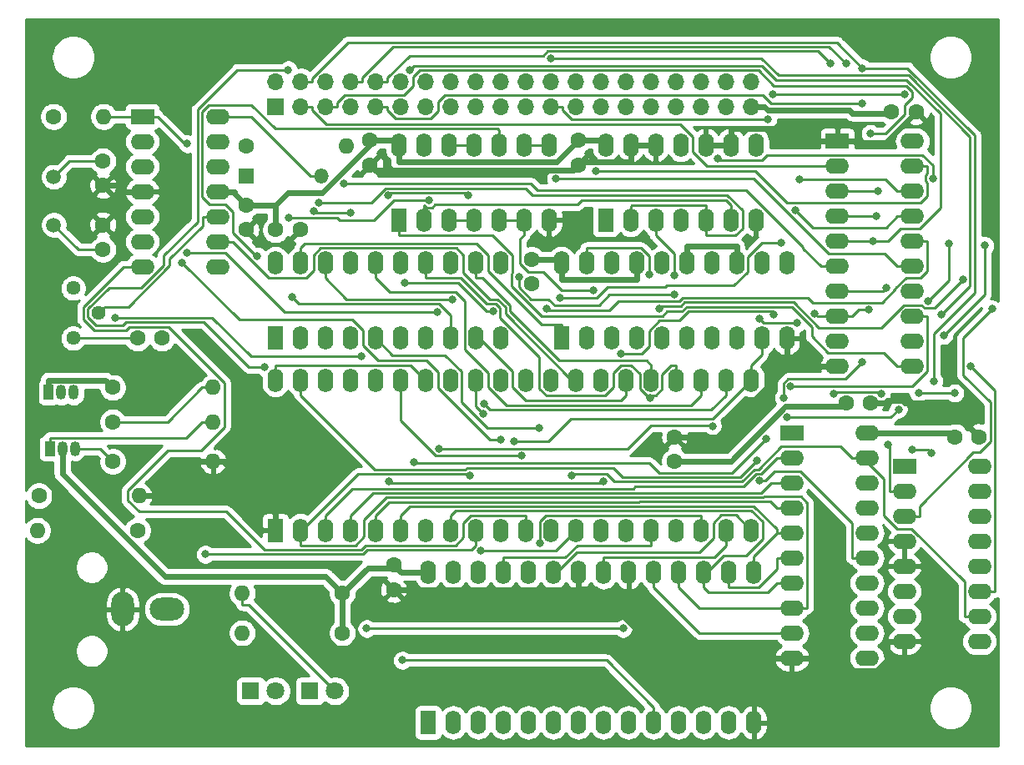
<source format=gtl>
G04 #@! TF.GenerationSoftware,KiCad,Pcbnew,(5.1.10-1-10_14)*
G04 #@! TF.CreationDate,2021-12-18T16:06:10+09:00*
G04 #@! TF.ProjectId,K68-VDG,4b36382d-5644-4472-9e6b-696361645f70,rev?*
G04 #@! TF.SameCoordinates,PX8583b00PY93d1cc0*
G04 #@! TF.FileFunction,Copper,L1,Top*
G04 #@! TF.FilePolarity,Positive*
%FSLAX46Y46*%
G04 Gerber Fmt 4.6, Leading zero omitted, Abs format (unit mm)*
G04 Created by KiCad (PCBNEW (5.1.10-1-10_14)) date 2021-12-18 16:06:10*
%MOMM*%
%LPD*%
G01*
G04 APERTURE LIST*
G04 #@! TA.AperFunction,ComponentPad*
%ADD10O,1.600000X1.600000*%
G04 #@! TD*
G04 #@! TA.AperFunction,ComponentPad*
%ADD11C,1.600000*%
G04 #@! TD*
G04 #@! TA.AperFunction,ComponentPad*
%ADD12O,2.400000X1.600000*%
G04 #@! TD*
G04 #@! TA.AperFunction,ComponentPad*
%ADD13R,2.400000X1.600000*%
G04 #@! TD*
G04 #@! TA.AperFunction,ComponentPad*
%ADD14O,1.600000X2.400000*%
G04 #@! TD*
G04 #@! TA.AperFunction,ComponentPad*
%ADD15R,1.600000X2.400000*%
G04 #@! TD*
G04 #@! TA.AperFunction,ComponentPad*
%ADD16C,1.500000*%
G04 #@! TD*
G04 #@! TA.AperFunction,ComponentPad*
%ADD17C,1.440000*%
G04 #@! TD*
G04 #@! TA.AperFunction,ComponentPad*
%ADD18R,1.050000X1.500000*%
G04 #@! TD*
G04 #@! TA.AperFunction,ComponentPad*
%ADD19O,1.050000X1.500000*%
G04 #@! TD*
G04 #@! TA.AperFunction,ComponentPad*
%ADD20O,1.700000X1.700000*%
G04 #@! TD*
G04 #@! TA.AperFunction,ComponentPad*
%ADD21R,1.700000X1.700000*%
G04 #@! TD*
G04 #@! TA.AperFunction,ComponentPad*
%ADD22O,3.500000X2.300000*%
G04 #@! TD*
G04 #@! TA.AperFunction,ComponentPad*
%ADD23O,2.300000X3.500000*%
G04 #@! TD*
G04 #@! TA.AperFunction,ComponentPad*
%ADD24C,1.800000*%
G04 #@! TD*
G04 #@! TA.AperFunction,ComponentPad*
%ADD25R,1.800000X1.800000*%
G04 #@! TD*
G04 #@! TA.AperFunction,ComponentPad*
%ADD26O,1.500000X1.500000*%
G04 #@! TD*
G04 #@! TA.AperFunction,ComponentPad*
%ADD27R,1.500000X1.500000*%
G04 #@! TD*
G04 #@! TA.AperFunction,ViaPad*
%ADD28C,0.800000*%
G04 #@! TD*
G04 #@! TA.AperFunction,Conductor*
%ADD29C,0.600000*%
G04 #@! TD*
G04 #@! TA.AperFunction,Conductor*
%ADD30C,0.250000*%
G04 #@! TD*
G04 #@! TA.AperFunction,Conductor*
%ADD31C,0.254000*%
G04 #@! TD*
G04 #@! TA.AperFunction,Conductor*
%ADD32C,0.100000*%
G04 #@! TD*
G04 APERTURE END LIST*
D10*
X8580000Y64500000D03*
D11*
X3500000Y64500000D03*
D12*
X97420000Y29000000D03*
X89800000Y11220000D03*
X97420000Y26460000D03*
X89800000Y13760000D03*
X97420000Y23920000D03*
X89800000Y16300000D03*
X97420000Y21380000D03*
X89800000Y18840000D03*
X97420000Y18840000D03*
X89800000Y21380000D03*
X97420000Y16300000D03*
X89800000Y23920000D03*
X97420000Y13760000D03*
X89800000Y26460000D03*
X97420000Y11220000D03*
D13*
X89800000Y29000000D03*
D11*
X97400000Y32000000D03*
X94900000Y32000000D03*
D14*
X41500000Y18240000D03*
X74520000Y3000000D03*
X44040000Y18240000D03*
X71980000Y3000000D03*
X46580000Y18240000D03*
X69440000Y3000000D03*
X49120000Y18240000D03*
X66900000Y3000000D03*
X51660000Y18240000D03*
X64360000Y3000000D03*
X54200000Y18240000D03*
X61820000Y3000000D03*
X56740000Y18240000D03*
X59280000Y3000000D03*
X59280000Y18240000D03*
X56740000Y3000000D03*
X61820000Y18240000D03*
X54200000Y3000000D03*
X64360000Y18240000D03*
X51660000Y3000000D03*
X66900000Y18240000D03*
X49120000Y3000000D03*
X69440000Y18240000D03*
X46580000Y3000000D03*
X71980000Y18240000D03*
X44040000Y3000000D03*
X74520000Y18240000D03*
D15*
X41500000Y3000000D03*
D16*
X3500000Y58380000D03*
X3500000Y53500000D03*
D14*
X55000000Y49620000D03*
X77860000Y42000000D03*
X57540000Y49620000D03*
X75320000Y42000000D03*
X60080000Y49620000D03*
X72780000Y42000000D03*
X62620000Y49620000D03*
X70240000Y42000000D03*
X65160000Y49620000D03*
X67700000Y42000000D03*
X67700000Y49620000D03*
X65160000Y42000000D03*
X70240000Y49620000D03*
X62620000Y42000000D03*
X72780000Y49620000D03*
X60080000Y42000000D03*
X75320000Y49620000D03*
X57540000Y42000000D03*
X77860000Y49620000D03*
D15*
X55000000Y42000000D03*
D12*
X86020000Y32400000D03*
X78400000Y9540000D03*
X86020000Y29860000D03*
X78400000Y12080000D03*
X86020000Y27320000D03*
X78400000Y14620000D03*
X86020000Y24780000D03*
X78400000Y17160000D03*
X86020000Y22240000D03*
X78400000Y19700000D03*
X86020000Y19700000D03*
X78400000Y22240000D03*
X86020000Y17160000D03*
X78400000Y24780000D03*
X86020000Y14620000D03*
X78400000Y27320000D03*
X86020000Y12080000D03*
X78400000Y29860000D03*
X86020000Y9540000D03*
D13*
X78400000Y32400000D03*
D14*
X26000000Y49620000D03*
X48860000Y42000000D03*
X28540000Y49620000D03*
X46320000Y42000000D03*
X31080000Y49620000D03*
X43780000Y42000000D03*
X33620000Y49620000D03*
X41240000Y42000000D03*
X36160000Y49620000D03*
X38700000Y42000000D03*
X38700000Y49620000D03*
X36160000Y42000000D03*
X41240000Y49620000D03*
X33620000Y42000000D03*
X43780000Y49620000D03*
X31080000Y42000000D03*
X46320000Y49620000D03*
X28540000Y42000000D03*
X48860000Y49620000D03*
D15*
X26000000Y42000000D03*
D14*
X38500000Y61620000D03*
X53740000Y54000000D03*
X41040000Y61620000D03*
X51200000Y54000000D03*
X43580000Y61620000D03*
X48660000Y54000000D03*
X46120000Y61620000D03*
X46120000Y54000000D03*
X48660000Y61620000D03*
X43580000Y54000000D03*
X51200000Y61620000D03*
X41040000Y54000000D03*
X53740000Y61620000D03*
D15*
X38500000Y54000000D03*
D12*
X90620000Y62000000D03*
X83000000Y39140000D03*
X90620000Y59460000D03*
X83000000Y41680000D03*
X90620000Y56920000D03*
X83000000Y44220000D03*
X90620000Y54380000D03*
X83000000Y46760000D03*
X90620000Y51840000D03*
X83000000Y49300000D03*
X90620000Y49300000D03*
X83000000Y51840000D03*
X90620000Y46760000D03*
X83000000Y54380000D03*
X90620000Y44220000D03*
X83000000Y56920000D03*
X90620000Y41680000D03*
X83000000Y59460000D03*
X90620000Y39140000D03*
D13*
X83000000Y62000000D03*
D14*
X59500000Y61620000D03*
X74740000Y54000000D03*
X62040000Y61620000D03*
X72200000Y54000000D03*
X64580000Y61620000D03*
X69660000Y54000000D03*
X67120000Y61620000D03*
X67120000Y54000000D03*
X69660000Y61620000D03*
X64580000Y54000000D03*
X72200000Y61620000D03*
X62040000Y54000000D03*
X74740000Y61620000D03*
D15*
X59500000Y54000000D03*
D12*
X20120000Y64500000D03*
X12500000Y49260000D03*
X20120000Y61960000D03*
X12500000Y51800000D03*
X20120000Y59420000D03*
X12500000Y54340000D03*
X20120000Y56880000D03*
X12500000Y56880000D03*
X20120000Y54340000D03*
X12500000Y59420000D03*
X20120000Y51800000D03*
X12500000Y61960000D03*
X20120000Y49260000D03*
D13*
X12500000Y64500000D03*
D14*
X26000000Y37740000D03*
X74260000Y22500000D03*
X28540000Y37740000D03*
X71720000Y22500000D03*
X31080000Y37740000D03*
X69180000Y22500000D03*
X33620000Y37740000D03*
X66640000Y22500000D03*
X36160000Y37740000D03*
X64100000Y22500000D03*
X38700000Y37740000D03*
X61560000Y22500000D03*
X41240000Y37740000D03*
X59020000Y22500000D03*
X43780000Y37740000D03*
X56480000Y22500000D03*
X46320000Y37740000D03*
X53940000Y22500000D03*
X48860000Y37740000D03*
X51400000Y22500000D03*
X51400000Y37740000D03*
X48860000Y22500000D03*
X53940000Y37740000D03*
X46320000Y22500000D03*
X56480000Y37740000D03*
X43780000Y22500000D03*
X59020000Y37740000D03*
X41240000Y22500000D03*
X61560000Y37740000D03*
X38700000Y22500000D03*
X64100000Y37740000D03*
X36160000Y22500000D03*
X66640000Y37740000D03*
X33620000Y22500000D03*
X69180000Y37740000D03*
X31080000Y22500000D03*
X71720000Y37740000D03*
X28540000Y22500000D03*
X74260000Y37740000D03*
D15*
X26000000Y22500000D03*
D17*
X5500000Y42000000D03*
X8040000Y44540000D03*
X5500000Y47080000D03*
D10*
X22640000Y12100000D03*
D11*
X32800000Y12100000D03*
D10*
X22640000Y16100000D03*
D11*
X32800000Y16100000D03*
D10*
X12160000Y26000000D03*
D11*
X2000000Y26000000D03*
D10*
X19660000Y29500000D03*
D11*
X9500000Y29500000D03*
D10*
X1840000Y22500000D03*
D11*
X12000000Y22500000D03*
D10*
X19660000Y33500000D03*
D11*
X9500000Y33500000D03*
D10*
X19660000Y37000000D03*
D11*
X9500000Y37000000D03*
D10*
X33160000Y61500000D03*
D11*
X23000000Y61500000D03*
D18*
X3100000Y30800000D03*
D19*
X5640000Y30800000D03*
X4370000Y30800000D03*
D18*
X3000000Y36500000D03*
D19*
X5540000Y36500000D03*
X4270000Y36500000D03*
D20*
X74260000Y68040000D03*
X74260000Y65500000D03*
X71720000Y68040000D03*
X71720000Y65500000D03*
X69180000Y68040000D03*
X69180000Y65500000D03*
X66640000Y68040000D03*
X66640000Y65500000D03*
X64100000Y68040000D03*
X64100000Y65500000D03*
X61560000Y68040000D03*
X61560000Y65500000D03*
X59020000Y68040000D03*
X59020000Y65500000D03*
X56480000Y68040000D03*
X56480000Y65500000D03*
X53940000Y68040000D03*
X53940000Y65500000D03*
X51400000Y68040000D03*
X51400000Y65500000D03*
X48860000Y68040000D03*
X48860000Y65500000D03*
X46320000Y68040000D03*
X46320000Y65500000D03*
X43780000Y68040000D03*
X43780000Y65500000D03*
X41240000Y68040000D03*
X41240000Y65500000D03*
X38700000Y68040000D03*
X38700000Y65500000D03*
X36160000Y68040000D03*
X36160000Y65500000D03*
X33620000Y68040000D03*
X33620000Y65500000D03*
X31080000Y68040000D03*
X31080000Y65500000D03*
X28540000Y68040000D03*
X28540000Y65500000D03*
X26000000Y68040000D03*
D21*
X26000000Y65500000D03*
D22*
X15000000Y14500000D03*
D23*
X10500000Y14500000D03*
D24*
X26040000Y6200000D03*
D25*
X23500000Y6200000D03*
D24*
X32040000Y6200000D03*
D25*
X29500000Y6200000D03*
D26*
X30620000Y58500000D03*
D27*
X23000000Y58500000D03*
D11*
X35600000Y59600000D03*
X35600000Y62100000D03*
X56700000Y59600000D03*
X56700000Y62100000D03*
X52000000Y47500000D03*
X52000000Y50000000D03*
X38000000Y16500000D03*
X38000000Y19000000D03*
X86400000Y35400000D03*
X83900000Y35400000D03*
X28500000Y53000000D03*
X26000000Y53000000D03*
X14500000Y42000000D03*
X12000000Y42000000D03*
X91000000Y65000000D03*
X88500000Y65000000D03*
X23000000Y53000000D03*
X23000000Y55500000D03*
X8500000Y60000000D03*
X8500000Y57500000D03*
X8500000Y51000000D03*
X8500000Y53500000D03*
X66500000Y32000000D03*
X66500000Y29500000D03*
D28*
X12000000Y70500000D03*
X97000000Y66000000D03*
X16000000Y22500000D03*
X9500000Y26500000D03*
X24149300Y50334400D03*
X41602700Y56004700D03*
X27313600Y54185000D03*
X96568600Y39130500D03*
X92692000Y58227600D03*
X70851400Y60206200D03*
X94899400Y36436900D03*
X91244700Y36442300D03*
X56056600Y28074700D03*
X75943600Y64226100D03*
X66444600Y46447200D03*
X50706800Y48188000D03*
X48079100Y44740500D03*
X39103000Y47610400D03*
X34745400Y40139500D03*
X9723200Y44077700D03*
X58235900Y46837700D03*
X33620000Y54709300D03*
X29881100Y54913000D03*
X45518200Y56484000D03*
X37453600Y56477300D03*
X27659700Y46222500D03*
X24874600Y39072100D03*
X27302100Y69249300D03*
X82264500Y69858300D03*
X80728100Y44497000D03*
X86212500Y44898500D03*
X85477500Y65792000D03*
X87939400Y47092300D03*
X83885800Y69855800D03*
X32974900Y57709900D03*
X39588900Y69215500D03*
X75102900Y27518800D03*
X77577700Y35963500D03*
X85555500Y39607700D03*
X86600700Y51840000D03*
X86361700Y62763200D03*
X82675900Y36334000D03*
X87475000Y36364400D03*
X86988800Y54380000D03*
X92784400Y37647500D03*
X85544000Y69410700D03*
X87087000Y56920000D03*
X30438900Y55781200D03*
X78904000Y43526000D03*
X75103000Y43993300D03*
X17053400Y61729300D03*
X17053400Y50666200D03*
X42450300Y44623400D03*
X61274300Y12538200D03*
X35269500Y12538200D03*
X74829400Y29574400D03*
X78276300Y37089700D03*
X52814600Y21228200D03*
X53527200Y45027500D03*
X51006500Y30054200D03*
X37522700Y27470600D03*
X59232700Y27497200D03*
X52736800Y32905700D03*
X46860800Y20471900D03*
X47101000Y34311600D03*
X45713300Y28078600D03*
X58480700Y58960600D03*
X48860000Y31730300D03*
X16556800Y49672100D03*
X79199700Y58089500D03*
X77329800Y51658800D03*
X54878400Y46112400D03*
X18888100Y20074100D03*
X78763700Y55026800D03*
X76553700Y44443600D03*
X61090100Y40458700D03*
X64002500Y35932900D03*
X38886800Y9312200D03*
X47133200Y35316500D03*
X43942800Y45942500D03*
X50245500Y31505000D03*
X42625600Y30779700D03*
X70340100Y33087900D03*
X66498200Y48418000D03*
X54459700Y58187500D03*
X89209300Y34790200D03*
X77925700Y33952300D03*
X75748700Y31777900D03*
X40065600Y29410100D03*
X89874700Y66720900D03*
X76475200Y66720900D03*
X92584200Y30315200D03*
X90592700Y30711500D03*
X93799000Y42299100D03*
X97974300Y51403900D03*
X98699600Y44970000D03*
X88122400Y31236400D03*
X92173000Y45773200D03*
X94296600Y51592700D03*
X93546300Y44393700D03*
X53940000Y70391200D03*
X95737600Y47920900D03*
X64980700Y44992400D03*
X63890000Y48460200D03*
D29*
X78400000Y9540000D02*
X65545800Y9540000D01*
X65545800Y9540000D02*
X58546100Y16539700D01*
X58546100Y16539700D02*
X56740000Y16539700D01*
X84700300Y62000000D02*
X84837400Y61862900D01*
X84837400Y61862900D02*
X87862900Y61862900D01*
X87862900Y61862900D02*
X91000000Y65000000D01*
X12160000Y26000000D02*
X13460300Y26000000D01*
X13460300Y26000000D02*
X16960300Y29500000D01*
X16960300Y29500000D02*
X19660000Y29500000D01*
X19660000Y29500000D02*
X20960300Y29500000D01*
X26000000Y22500000D02*
X26000000Y24200300D01*
X26000000Y24200300D02*
X20960300Y29240000D01*
X20960300Y29240000D02*
X20960300Y29500000D01*
X86400000Y35400000D02*
X87783900Y35400000D01*
X87783900Y35400000D02*
X88074400Y35690500D01*
X88074400Y35690500D02*
X89582300Y35690500D01*
X89582300Y35690500D02*
X89872800Y35400000D01*
X89872800Y35400000D02*
X94000000Y35400000D01*
X94000000Y35400000D02*
X97400000Y32000000D01*
X66500000Y32000000D02*
X70792500Y32000000D01*
X70792500Y32000000D02*
X78476100Y39683600D01*
X83000000Y62000000D02*
X84700300Y62000000D01*
X78400000Y9540000D02*
X80100300Y9540000D01*
X80100300Y9540000D02*
X81415200Y8225100D01*
X81415200Y8225100D02*
X86963800Y8225100D01*
X86963800Y8225100D02*
X88099700Y9361000D01*
X88099700Y9361000D02*
X88099700Y11220000D01*
X89800000Y11220000D02*
X88099700Y11220000D01*
X38000000Y16500000D02*
X56700300Y16500000D01*
X56700300Y16500000D02*
X56740000Y16539700D01*
X62040000Y61620000D02*
X62040000Y59919700D01*
X62040000Y59919700D02*
X57019700Y59919700D01*
X57019700Y59919700D02*
X56700000Y59600000D01*
X64580000Y61620000D02*
X62040000Y61620000D01*
X56700000Y59600000D02*
X56192600Y59092600D01*
X56192600Y59092600D02*
X36107400Y59092600D01*
X36107400Y59092600D02*
X35600000Y59600000D01*
X72200000Y63320300D02*
X79979400Y63320300D01*
X79979400Y63320300D02*
X81299700Y62000000D01*
X78476100Y39683600D02*
X77860000Y40299700D01*
X82149900Y39140000D02*
X79019700Y39140000D01*
X79019700Y39140000D02*
X78476100Y39683600D01*
X77860000Y42000000D02*
X77860000Y40299700D01*
X83000000Y39140000D02*
X82149900Y39140000D01*
X72200000Y61620000D02*
X72200000Y63320300D01*
X72200000Y61620000D02*
X69660000Y61620000D01*
X83000000Y62000000D02*
X81299700Y62000000D01*
X56740000Y18240000D02*
X56740000Y16539700D01*
X12500000Y56880000D02*
X10799700Y56880000D01*
X8500000Y57500000D02*
X10179700Y57500000D01*
X10179700Y57500000D02*
X10799700Y56880000D01*
X38306800Y18693200D02*
X35393200Y18693200D01*
X35393200Y18693200D02*
X32800000Y16100000D01*
X4370000Y30800000D02*
X4370000Y28215800D01*
X4370000Y28215800D02*
X14785400Y17800400D01*
X14785400Y17800400D02*
X31099600Y17800400D01*
X31099600Y17800400D02*
X32800000Y16100000D01*
X38306800Y18693200D02*
X38760000Y18240000D01*
X38760000Y18240000D02*
X41500000Y18240000D01*
X38000000Y19000000D02*
X38306800Y18693200D01*
X26000000Y55500000D02*
X27237700Y56737700D01*
X27237700Y56737700D02*
X30704500Y56737700D01*
X30704500Y56737700D02*
X35600000Y61633200D01*
X35600000Y61633200D02*
X35600000Y62100000D01*
X23000000Y55500000D02*
X26000000Y55500000D01*
X26000000Y55500000D02*
X26000000Y53000000D01*
X66500000Y29500000D02*
X72197700Y29500000D01*
X72197700Y29500000D02*
X72197700Y29500100D01*
X72197700Y29500100D02*
X77760800Y35063200D01*
X77760800Y35063200D02*
X83563200Y35063200D01*
X83563200Y35063200D02*
X83900000Y35400000D01*
X75610300Y65500000D02*
X75977800Y65132500D01*
X75977800Y65132500D02*
X84234800Y65132500D01*
X84234800Y65132500D02*
X84519700Y64847600D01*
X84519700Y64847600D02*
X88347600Y64847600D01*
X88347600Y64847600D02*
X88500000Y65000000D01*
X74260000Y65500000D02*
X75610300Y65500000D01*
X72780000Y49620000D02*
X72780000Y51320300D01*
X67700000Y49620000D02*
X67700000Y51320300D01*
X67700000Y51320300D02*
X72780000Y51320300D01*
X55000000Y49620000D02*
X55000000Y47919700D01*
X62620000Y49620000D02*
X62620000Y47919700D01*
X62620000Y47919700D02*
X55000000Y47919700D01*
X86020000Y32400000D02*
X94500000Y32400000D01*
X94500000Y32400000D02*
X94900000Y32000000D01*
X38500000Y61620000D02*
X38500000Y59919700D01*
X38500000Y61620000D02*
X38020000Y62100000D01*
X38020000Y62100000D02*
X35600000Y62100000D01*
X56700000Y62100000D02*
X54519700Y59919700D01*
X54519700Y59919700D02*
X38500000Y59919700D01*
X59500000Y61620000D02*
X59020000Y62100000D01*
X59020000Y62100000D02*
X56700000Y62100000D01*
X32800000Y12100000D02*
X32800000Y16100000D01*
X3000000Y36500000D02*
X3000000Y37750300D01*
X3000000Y37750300D02*
X8749700Y37750300D01*
X8749700Y37750300D02*
X9500000Y37000000D01*
X52000000Y50000000D02*
X54620000Y50000000D01*
X54620000Y50000000D02*
X55000000Y49620000D01*
X20120000Y56880000D02*
X21820300Y56880000D01*
X23000000Y55500000D02*
X21820300Y56679700D01*
X21820300Y56679700D02*
X21820300Y56880000D01*
D30*
X8500000Y51000000D02*
X6000000Y51000000D01*
X6000000Y51000000D02*
X3500000Y53500000D01*
X8500000Y60000000D02*
X5120000Y60000000D01*
X5120000Y60000000D02*
X3500000Y58380000D01*
X12000000Y42000000D02*
X5500000Y42000000D01*
X29544700Y58500000D02*
X23544700Y64500000D01*
X23544700Y64500000D02*
X20120000Y64500000D01*
X30620000Y58500000D02*
X29544700Y58500000D01*
X22640000Y16100000D02*
X22640000Y14974700D01*
X32040000Y6200000D02*
X23265300Y14974700D01*
X23265300Y14974700D02*
X22640000Y14974700D01*
X24149300Y50334400D02*
X24036600Y50334400D01*
X24036600Y50334400D02*
X21685400Y52685600D01*
X21685400Y52685600D02*
X21685400Y54801300D01*
X21685400Y54801300D02*
X20876700Y55610000D01*
X20876700Y55610000D02*
X19309100Y55610000D01*
X19309100Y55610000D02*
X18540800Y56378300D01*
X18540800Y56378300D02*
X18540800Y64983900D01*
X18540800Y64983900D02*
X19230100Y65673200D01*
X19230100Y65673200D02*
X23533500Y65673200D01*
X23533500Y65673200D02*
X25959200Y63247500D01*
X25959200Y63247500D02*
X48557800Y63247500D01*
X48557800Y63247500D02*
X48660000Y63145300D01*
X48660000Y61620000D02*
X48660000Y63145300D01*
X27313600Y54185000D02*
X32298800Y54185000D01*
X32298800Y54185000D02*
X32499800Y53984000D01*
X32499800Y53984000D02*
X35986100Y53984000D01*
X35986100Y53984000D02*
X38006800Y56004700D01*
X38006800Y56004700D02*
X41602700Y56004700D01*
X92692000Y58227600D02*
X92692000Y59550200D01*
X92692000Y59550200D02*
X91625100Y60617100D01*
X91625100Y60617100D02*
X75897100Y60617100D01*
X75897100Y60617100D02*
X75324300Y60044300D01*
X75324300Y60044300D02*
X71013300Y60044300D01*
X71013300Y60044300D02*
X70851400Y60206200D01*
X98945300Y16300000D02*
X99004600Y16359300D01*
X99004600Y16359300D02*
X99004600Y36694500D01*
X99004600Y36694500D02*
X96568600Y39130500D01*
X97420000Y16300000D02*
X98945300Y16300000D01*
X84494700Y29860000D02*
X83345400Y31009300D01*
X83345400Y31009300D02*
X77302000Y31009300D01*
X77302000Y31009300D02*
X74987100Y28694400D01*
X74987100Y28694400D02*
X74615900Y28694400D01*
X74615900Y28694400D02*
X73352200Y27430700D01*
X73352200Y27430700D02*
X60402300Y27430700D01*
X60402300Y27430700D02*
X59575600Y28257400D01*
X59575600Y28257400D02*
X56239300Y28257400D01*
X56239300Y28257400D02*
X56056600Y28074700D01*
X91244700Y36442300D02*
X94894000Y36442300D01*
X94894000Y36442300D02*
X94899400Y36436900D01*
X97420000Y13760000D02*
X95894700Y13760000D01*
X85586500Y29860000D02*
X87750700Y27695800D01*
X87750700Y27695800D02*
X87750700Y23977700D01*
X87750700Y23977700D02*
X89078400Y22650000D01*
X89078400Y22650000D02*
X90526600Y22650000D01*
X90526600Y22650000D02*
X95894700Y17281900D01*
X95894700Y17281900D02*
X95894700Y13760000D01*
X85586500Y29860000D02*
X84494700Y29860000D01*
X86020000Y29860000D02*
X85586500Y29860000D01*
X75943600Y64226100D02*
X56021900Y64226100D01*
X56021900Y64226100D02*
X55115300Y65132700D01*
X55115300Y65132700D02*
X55115300Y65500000D01*
X53940000Y65500000D02*
X55115300Y65500000D01*
X39103000Y47610400D02*
X44559500Y47610400D01*
X44559500Y47610400D02*
X47429400Y44740500D01*
X47429400Y44740500D02*
X48079100Y44740500D01*
X9723200Y44077700D02*
X19581600Y44077700D01*
X19581600Y44077700D02*
X23519800Y40139500D01*
X23519800Y40139500D02*
X34745400Y40139500D01*
X50706800Y48188000D02*
X50706800Y47196800D01*
X50706800Y47196800D02*
X51937700Y45965900D01*
X51937700Y45965900D02*
X53723200Y45965900D01*
X53723200Y45965900D02*
X54323800Y45365300D01*
X54323800Y45365300D02*
X58824200Y45365300D01*
X58824200Y45365300D02*
X59906100Y46447200D01*
X59906100Y46447200D02*
X66444600Y46447200D01*
X58235900Y46837700D02*
X55080000Y46837700D01*
X55080000Y46837700D02*
X53167700Y48750000D01*
X53167700Y48750000D02*
X51615700Y48750000D01*
X51615700Y48750000D02*
X50820000Y49545700D01*
X50820000Y49545700D02*
X50820000Y52094700D01*
X50820000Y52094700D02*
X51200000Y52474700D01*
X51200000Y54000000D02*
X51200000Y52474700D01*
X48660000Y54000000D02*
X51200000Y54000000D01*
X29881100Y54913000D02*
X30084800Y54709300D01*
X30084800Y54709300D02*
X33620000Y54709300D01*
X45518200Y56484000D02*
X45272200Y56730000D01*
X45272200Y56730000D02*
X37706300Y56730000D01*
X37706300Y56730000D02*
X37453600Y56477300D01*
X27302100Y69249300D02*
X22142600Y69249300D01*
X22142600Y69249300D02*
X18090400Y65197100D01*
X18090400Y65197100D02*
X18090400Y53835400D01*
X18090400Y53835400D02*
X14668200Y50413200D01*
X14668200Y50413200D02*
X14668200Y49436500D01*
X14668200Y49436500D02*
X12351700Y47120000D01*
X12351700Y47120000D02*
X9112600Y47120000D01*
X9112600Y47120000D02*
X6947700Y44955100D01*
X6947700Y44955100D02*
X6947700Y44121500D01*
X6947700Y44121500D02*
X7760500Y43308700D01*
X7760500Y43308700D02*
X10504200Y43308700D01*
X10504200Y43308700D02*
X10822800Y43627300D01*
X10822800Y43627300D02*
X18699400Y43627300D01*
X18699400Y43627300D02*
X23254600Y39072100D01*
X23254600Y39072100D02*
X24874600Y39072100D01*
X27659700Y46222500D02*
X28390100Y45492100D01*
X28390100Y45492100D02*
X42619200Y45492100D01*
X42619200Y45492100D02*
X43780000Y44331300D01*
X43780000Y44331300D02*
X43780000Y42000000D01*
X82264500Y69858300D02*
X81006300Y71116500D01*
X81006300Y71116500D02*
X53639600Y71116500D01*
X53639600Y71116500D02*
X53198500Y70675400D01*
X53198500Y70675400D02*
X53198500Y70675300D01*
X53198500Y70675300D02*
X39603200Y70675300D01*
X39603200Y70675300D02*
X37335300Y68407400D01*
X37335300Y68407400D02*
X37335300Y68040000D01*
X36160000Y68040000D02*
X37335300Y68040000D01*
X37335300Y65500000D02*
X37335300Y65132700D01*
X37335300Y65132700D02*
X38151100Y64316900D01*
X38151100Y64316900D02*
X41767200Y64316900D01*
X41767200Y64316900D02*
X42510000Y65059700D01*
X42510000Y65059700D02*
X42510000Y65968600D01*
X42510000Y65968600D02*
X43216800Y66675400D01*
X43216800Y66675400D02*
X75435400Y66675400D01*
X75435400Y66675400D02*
X76318800Y65792000D01*
X76318800Y65792000D02*
X85477500Y65792000D01*
X80728100Y44497000D02*
X81005100Y44220000D01*
X81005100Y44220000D02*
X83000000Y44220000D01*
X84525300Y44220000D02*
X85203800Y44898500D01*
X85203800Y44898500D02*
X86212500Y44898500D01*
X36160000Y65500000D02*
X37335300Y65500000D01*
X83000000Y44220000D02*
X84525300Y44220000D01*
X34795300Y68040000D02*
X34795300Y68407300D01*
X34795300Y68407300D02*
X37954800Y71566800D01*
X37954800Y71566800D02*
X82174800Y71566800D01*
X82174800Y71566800D02*
X83885800Y69855800D01*
X83000000Y46760000D02*
X87607100Y46760000D01*
X87607100Y46760000D02*
X87939400Y47092300D01*
X33620000Y68040000D02*
X34795300Y68040000D01*
X83000000Y49300000D02*
X81334300Y49300000D01*
X81334300Y49300000D02*
X79549100Y51085200D01*
X79549100Y51085200D02*
X79549100Y51223300D01*
X79549100Y51223300D02*
X73788400Y56984000D01*
X73788400Y56984000D02*
X52613100Y56984000D01*
X52613100Y56984000D02*
X51887200Y57709900D01*
X51887200Y57709900D02*
X32974900Y57709900D01*
X86600700Y51840000D02*
X88138600Y51840000D01*
X88138600Y51840000D02*
X89408600Y53110000D01*
X89408600Y53110000D02*
X91358200Y53110000D01*
X91358200Y53110000D02*
X93448500Y55200300D01*
X93448500Y55200300D02*
X93448500Y64821500D01*
X93448500Y64821500D02*
X90035100Y68234900D01*
X90035100Y68234900D02*
X76827800Y68234900D01*
X76827800Y68234900D02*
X75396900Y69665800D01*
X75396900Y69665800D02*
X40039200Y69665800D01*
X40039200Y69665800D02*
X39588900Y69215500D01*
X83000000Y51840000D02*
X86600700Y51840000D01*
X85555500Y39607700D02*
X83821800Y37874000D01*
X83821800Y37874000D02*
X78021800Y37874000D01*
X78021800Y37874000D02*
X77550900Y37403100D01*
X77550900Y37403100D02*
X77550900Y35990300D01*
X77550900Y35990300D02*
X77577700Y35963500D01*
X86020000Y19700000D02*
X84494700Y19700000D01*
X75102900Y27518800D02*
X75663500Y27518800D01*
X75663500Y27518800D02*
X76600800Y28456100D01*
X76600800Y28456100D02*
X79258200Y28456100D01*
X79258200Y28456100D02*
X84494700Y23219600D01*
X84494700Y23219600D02*
X84494700Y19700000D01*
X31080000Y65500000D02*
X32255300Y65500000D01*
X32255300Y65500000D02*
X32255300Y65867400D01*
X32255300Y65867400D02*
X33063200Y66675300D01*
X33063200Y66675300D02*
X39038200Y66675300D01*
X39038200Y66675300D02*
X39970000Y67607100D01*
X39970000Y67607100D02*
X39970000Y68501800D01*
X39970000Y68501800D02*
X40683700Y69215500D01*
X40683700Y69215500D02*
X74985000Y69215500D01*
X74985000Y69215500D02*
X76574800Y67625700D01*
X76574800Y67625700D02*
X90007400Y67625700D01*
X90007400Y67625700D02*
X90606900Y67026200D01*
X90606900Y67026200D02*
X90606900Y66382700D01*
X90606900Y66382700D02*
X89874600Y65650400D01*
X89874600Y65650400D02*
X89874600Y64759000D01*
X89874600Y64759000D02*
X87878800Y62763200D01*
X87878800Y62763200D02*
X86361700Y62763200D01*
X87475000Y36364400D02*
X87314100Y36525300D01*
X87314100Y36525300D02*
X82867200Y36525300D01*
X82867200Y36525300D02*
X82675900Y36334000D01*
X83000000Y54380000D02*
X86988800Y54380000D01*
X85544000Y69410700D02*
X82937600Y72017100D01*
X82937600Y72017100D02*
X33329800Y72017100D01*
X33329800Y72017100D02*
X29715300Y68402600D01*
X29715300Y68402600D02*
X29715300Y68040000D01*
X92784400Y37647500D02*
X92784400Y42418700D01*
X92784400Y42418700D02*
X96959700Y46594000D01*
X96959700Y46594000D02*
X96959700Y62584100D01*
X96959700Y62584100D02*
X90133100Y69410700D01*
X90133100Y69410700D02*
X85544000Y69410700D01*
X83000000Y56920000D02*
X87087000Y56920000D01*
X28540000Y68040000D02*
X29715300Y68040000D01*
X81474700Y59460000D02*
X69766700Y59460000D01*
X69766700Y59460000D02*
X68309500Y60917200D01*
X68309500Y60917200D02*
X68309500Y62457300D01*
X68309500Y62457300D02*
X67068900Y63697900D01*
X67068900Y63697900D02*
X31150100Y63697900D01*
X31150100Y63697900D02*
X29715300Y65132700D01*
X29715300Y65132700D02*
X29715300Y65500000D01*
X83000000Y59460000D02*
X81474700Y59460000D01*
X28540000Y65500000D02*
X29715300Y65500000D01*
X30438900Y55781200D02*
X35731500Y55781200D01*
X35731500Y55781200D02*
X37159700Y57209400D01*
X37159700Y57209400D02*
X51415900Y57209400D01*
X51415900Y57209400D02*
X52091900Y56533400D01*
X52091900Y56533400D02*
X71835900Y56533400D01*
X71835900Y56533400D02*
X73372800Y54996500D01*
X73372800Y54996500D02*
X73372800Y53154900D01*
X73372800Y53154900D02*
X72692600Y52474700D01*
X72692600Y52474700D02*
X69660000Y52474700D01*
X62040000Y55406100D02*
X62159200Y55525300D01*
X62159200Y55525300D02*
X69660000Y55525300D01*
X75103000Y43993300D02*
X75570300Y43526000D01*
X75570300Y43526000D02*
X78904000Y43526000D01*
X69660000Y54000000D02*
X69660000Y52474700D01*
X69660000Y54433500D02*
X69660000Y54000000D01*
X69660000Y54433500D02*
X69660000Y55525300D01*
X62040000Y54000000D02*
X62040000Y55406100D01*
X19660000Y37000000D02*
X18534700Y37000000D01*
X18534700Y37000000D02*
X15034700Y33500000D01*
X15034700Y33500000D02*
X9500000Y33500000D01*
X5640000Y30800000D02*
X8200000Y30800000D01*
X8200000Y30800000D02*
X9500000Y29500000D01*
X3100000Y30800000D02*
X3100000Y31875300D01*
X19660000Y33500000D02*
X18534700Y33500000D01*
X18534700Y33500000D02*
X16910000Y31875300D01*
X16910000Y31875300D02*
X3100000Y31875300D01*
X17053400Y50666200D02*
X20914000Y50666200D01*
X20914000Y50666200D02*
X26956800Y44623400D01*
X26956800Y44623400D02*
X42450300Y44623400D01*
X14025300Y64500000D02*
X16796000Y61729300D01*
X16796000Y61729300D02*
X17053400Y61729300D01*
X12500000Y64500000D02*
X14025300Y64500000D01*
X8580000Y64500000D02*
X12500000Y64500000D01*
X8040000Y44540000D02*
X8704200Y45204200D01*
X8704200Y45204200D02*
X11072800Y45204200D01*
X11072800Y45204200D02*
X15277600Y49409000D01*
X15277600Y49409000D02*
X15277600Y50045900D01*
X15277600Y50045900D02*
X18594700Y53363000D01*
X18594700Y53363000D02*
X18594700Y54340000D01*
X20120000Y54340000D02*
X18594700Y54340000D01*
X61274300Y12538200D02*
X35269500Y12538200D01*
X26000000Y39265300D02*
X39714700Y39265300D01*
X39714700Y39265300D02*
X41240000Y37740000D01*
X64360000Y18240000D02*
X64360000Y16714700D01*
X78400000Y12080000D02*
X68994700Y12080000D01*
X68994700Y12080000D02*
X64360000Y16714700D01*
X26000000Y37740000D02*
X26000000Y39265300D01*
X74260000Y22500000D02*
X72700200Y24059800D01*
X72700200Y24059800D02*
X71250600Y24059800D01*
X71250600Y24059800D02*
X70450000Y23259200D01*
X70450000Y23259200D02*
X70450000Y21714700D01*
X70450000Y21714700D02*
X69039500Y20304200D01*
X69039500Y20304200D02*
X56603900Y20304200D01*
X56603900Y20304200D02*
X54539700Y18240000D01*
X54539700Y18240000D02*
X54200000Y18240000D01*
X74829400Y29574400D02*
X73136000Y27881000D01*
X73136000Y27881000D02*
X61189800Y27881000D01*
X61189800Y27881000D02*
X60266900Y28803900D01*
X60266900Y28803900D02*
X45412900Y28803900D01*
X45412900Y28803900D02*
X45285800Y28676800D01*
X45285800Y28676800D02*
X36077900Y28676800D01*
X36077900Y28676800D02*
X28540000Y36214700D01*
X92145300Y44220000D02*
X92145300Y38657100D01*
X92145300Y38657100D02*
X90577900Y37089700D01*
X90577900Y37089700D02*
X78276300Y37089700D01*
X90620000Y44220000D02*
X92145300Y44220000D01*
X28540000Y37740000D02*
X28540000Y36214700D01*
X71720000Y20974700D02*
X70510600Y19765300D01*
X70510600Y19765300D02*
X59280000Y19765300D01*
X59280000Y18240000D02*
X59280000Y19765300D01*
X71720000Y22500000D02*
X71720000Y20974700D01*
X69180000Y22500000D02*
X69180000Y24025300D01*
X69180000Y24025300D02*
X53405800Y24025300D01*
X53405800Y24025300D02*
X52814600Y23434100D01*
X52814600Y23434100D02*
X52814600Y21228200D01*
X49120000Y19765300D02*
X55418800Y19765300D01*
X55418800Y19765300D02*
X56628200Y20974700D01*
X56628200Y20974700D02*
X64100000Y20974700D01*
X64100000Y22500000D02*
X64100000Y20974700D01*
X49120000Y18240000D02*
X49120000Y19765300D01*
X38700000Y37740000D02*
X38700000Y33630800D01*
X38700000Y33630800D02*
X42276600Y30054200D01*
X42276600Y30054200D02*
X51006500Y30054200D01*
X53527200Y45027500D02*
X53691400Y44863300D01*
X53691400Y44863300D02*
X59906900Y44863300D01*
X59906900Y44863300D02*
X60765500Y45721900D01*
X60765500Y45721900D02*
X66955300Y45721900D01*
X66955300Y45721900D02*
X67345700Y46112300D01*
X67345700Y46112300D02*
X80031900Y46112300D01*
X80031900Y46112300D02*
X80520200Y45624000D01*
X80520200Y45624000D02*
X87552700Y45624000D01*
X87552700Y45624000D02*
X88939900Y47011200D01*
X88939900Y47011200D02*
X88939900Y47103300D01*
X88939900Y47103300D02*
X89970900Y48134300D01*
X89970900Y48134300D02*
X91481900Y48134300D01*
X91481900Y48134300D02*
X92145300Y48797700D01*
X92145300Y48797700D02*
X92145300Y51840000D01*
X90620000Y51840000D02*
X92145300Y51840000D01*
X59232700Y27497200D02*
X59078500Y27343000D01*
X59078500Y27343000D02*
X37650300Y27343000D01*
X37650300Y27343000D02*
X37522700Y27470600D01*
X36160000Y42000000D02*
X37870900Y40289100D01*
X37870900Y40289100D02*
X43222600Y40289100D01*
X43222600Y40289100D02*
X44905400Y38606300D01*
X44905400Y38606300D02*
X44905400Y35481500D01*
X44905400Y35481500D02*
X47481200Y32905700D01*
X47481200Y32905700D02*
X52736800Y32905700D01*
X56480000Y22500000D02*
X54451900Y20471900D01*
X54451900Y20471900D02*
X46860800Y20471900D01*
X45713300Y28078600D02*
X45588300Y28203600D01*
X45588300Y28203600D02*
X34380500Y28203600D01*
X34380500Y28203600D02*
X28540000Y22363100D01*
X47101000Y34311600D02*
X46320000Y35092600D01*
X46320000Y35092600D02*
X46320000Y37740000D01*
X28540000Y22363100D02*
X28540000Y20974700D01*
X28540000Y22500000D02*
X28540000Y22363100D01*
X28540000Y20974700D02*
X34093700Y20974700D01*
X34093700Y20974700D02*
X34963900Y21844900D01*
X34963900Y21844900D02*
X34963900Y23535700D01*
X34963900Y23535700D02*
X37269100Y25840900D01*
X37269100Y25840900D02*
X62717500Y25840900D01*
X62717500Y25840900D02*
X62749800Y25873200D01*
X62749800Y25873200D02*
X75491200Y25873200D01*
X75491200Y25873200D02*
X75523400Y25905400D01*
X75523400Y25905400D02*
X79322000Y25905400D01*
X79322000Y25905400D02*
X79925300Y25302100D01*
X79925300Y25302100D02*
X79925300Y14620000D01*
X78400000Y14620000D02*
X79925300Y14620000D01*
X66900000Y16714700D02*
X68994700Y14620000D01*
X68994700Y14620000D02*
X78400000Y14620000D01*
X66900000Y18240000D02*
X66900000Y16714700D01*
X10974700Y49260000D02*
X10576600Y49260000D01*
X10576600Y49260000D02*
X6497400Y45180800D01*
X6497400Y45180800D02*
X6497400Y43934900D01*
X6497400Y43934900D02*
X7630100Y42802200D01*
X7630100Y42802200D02*
X10859900Y42802200D01*
X10859900Y42802200D02*
X11197600Y43139900D01*
X11197600Y43139900D02*
X15131200Y43139900D01*
X15131200Y43139900D02*
X20798100Y37473000D01*
X20798100Y37473000D02*
X20798100Y32991300D01*
X20798100Y32991300D02*
X18432200Y30625400D01*
X18432200Y30625400D02*
X15099700Y30625400D01*
X15099700Y30625400D02*
X11032100Y26557800D01*
X11032100Y26557800D02*
X11032100Y25536400D01*
X11032100Y25536400D02*
X12173100Y24395400D01*
X12173100Y24395400D02*
X21007600Y24395400D01*
X21007600Y24395400D02*
X24878600Y20524400D01*
X24878600Y20524400D02*
X34706900Y20524400D01*
X34706900Y20524400D02*
X35157200Y20974700D01*
X35157200Y20974700D02*
X44248700Y20974700D01*
X44248700Y20974700D02*
X45050000Y21776000D01*
X45050000Y21776000D02*
X45050000Y23229000D01*
X45050000Y23229000D02*
X45846300Y24025300D01*
X45846300Y24025300D02*
X51400000Y24025300D01*
X12500000Y49260000D02*
X10974700Y49260000D01*
X51400000Y22500000D02*
X51400000Y24025300D01*
X92145300Y59460000D02*
X92145300Y58706600D01*
X92145300Y58706600D02*
X91966700Y58528000D01*
X91966700Y58528000D02*
X91966700Y57927200D01*
X91966700Y57927200D02*
X92145300Y57748600D01*
X92145300Y57748600D02*
X92145300Y56436700D01*
X92145300Y56436700D02*
X91460700Y55752100D01*
X91460700Y55752100D02*
X77887100Y55752100D01*
X77887100Y55752100D02*
X74678600Y58960600D01*
X74678600Y58960600D02*
X58480700Y58960600D01*
X90620000Y59460000D02*
X92145300Y59460000D01*
X48860000Y31730300D02*
X47774600Y31730300D01*
X47774600Y31730300D02*
X42510000Y36994900D01*
X42510000Y36994900D02*
X42510000Y38539500D01*
X42510000Y38539500D02*
X41324100Y39725400D01*
X41324100Y39725400D02*
X36428300Y39725400D01*
X36428300Y39725400D02*
X34890000Y41263700D01*
X34890000Y41263700D02*
X34890000Y42770200D01*
X34890000Y42770200D02*
X33761900Y43898300D01*
X33761900Y43898300D02*
X22330600Y43898300D01*
X22330600Y43898300D02*
X16556800Y49672100D01*
X77329800Y51658800D02*
X75322200Y51658800D01*
X75322200Y51658800D02*
X73905400Y50242000D01*
X73905400Y50242000D02*
X73905400Y48736200D01*
X73905400Y48736200D02*
X72521500Y47352300D01*
X72521500Y47352300D02*
X65682800Y47352300D01*
X65682800Y47352300D02*
X65499900Y47169400D01*
X65499900Y47169400D02*
X59680400Y47169400D01*
X59680400Y47169400D02*
X58623400Y46112400D01*
X58623400Y46112400D02*
X54878400Y46112400D01*
X89094700Y56920000D02*
X87925200Y58089500D01*
X87925200Y58089500D02*
X79199700Y58089500D01*
X90620000Y56920000D02*
X89094700Y56920000D01*
X18888100Y20074100D02*
X34893500Y20074100D01*
X34893500Y20074100D02*
X35343800Y20524400D01*
X35343800Y20524400D02*
X45869700Y20524400D01*
X45869700Y20524400D02*
X46320000Y20974700D01*
X46320000Y22500000D02*
X46320000Y20974700D01*
X56480000Y37740000D02*
X56068900Y37740000D01*
X56068900Y37740000D02*
X49351200Y44457700D01*
X49351200Y44457700D02*
X49351200Y45131100D01*
X49351200Y45131100D02*
X48558500Y45923800D01*
X48558500Y45923800D02*
X47776000Y45923800D01*
X47776000Y45923800D02*
X45050000Y48649800D01*
X45050000Y48649800D02*
X45050000Y50427900D01*
X45050000Y50427900D02*
X44332600Y51145300D01*
X44332600Y51145300D02*
X30606300Y51145300D01*
X30606300Y51145300D02*
X29883900Y50422900D01*
X29883900Y50422900D02*
X29883900Y48883700D01*
X29883900Y48883700D02*
X29093800Y48093600D01*
X29093800Y48093600D02*
X25351700Y48093600D01*
X25351700Y48093600D02*
X21645300Y51800000D01*
X20120000Y51800000D02*
X21645300Y51800000D01*
X43780000Y24025300D02*
X44244700Y24490000D01*
X44244700Y24490000D02*
X63277300Y24490000D01*
X63277300Y24490000D02*
X63297400Y24510100D01*
X63297400Y24510100D02*
X74286300Y24510100D01*
X74286300Y24510100D02*
X75420800Y23375600D01*
X75420800Y23375600D02*
X75420800Y21669300D01*
X75420800Y21669300D02*
X73715800Y19964300D01*
X73715800Y19964300D02*
X71504000Y19964300D01*
X71504000Y19964300D02*
X69779700Y18240000D01*
X69779700Y18240000D02*
X69440000Y18240000D01*
X43780000Y22500000D02*
X43780000Y24025300D01*
X69440000Y18240000D02*
X69440000Y16714700D01*
X78400000Y17160000D02*
X76874700Y17160000D01*
X76874700Y17160000D02*
X75939600Y16224900D01*
X75939600Y16224900D02*
X69929800Y16224900D01*
X69929800Y16224900D02*
X69440000Y16714700D01*
X61090100Y40458700D02*
X63140500Y40458700D01*
X63140500Y40458700D02*
X63890000Y41208200D01*
X63890000Y41208200D02*
X63890000Y42728900D01*
X63890000Y42728900D02*
X64977900Y43816800D01*
X64977900Y43816800D02*
X67007500Y43816800D01*
X67007500Y43816800D02*
X67909400Y44718700D01*
X67909400Y44718700D02*
X76278600Y44718700D01*
X76278600Y44718700D02*
X76553700Y44443600D01*
X89094700Y54380000D02*
X87961100Y53246400D01*
X87961100Y53246400D02*
X80544100Y53246400D01*
X80544100Y53246400D02*
X78763700Y55026800D01*
X90620000Y54380000D02*
X89094700Y54380000D01*
X71980000Y18240000D02*
X71980000Y16714700D01*
X78400000Y19700000D02*
X76874700Y19700000D01*
X76874700Y19700000D02*
X76874700Y18556000D01*
X76874700Y18556000D02*
X75033400Y16714700D01*
X75033400Y16714700D02*
X71980000Y16714700D01*
X46320000Y42000000D02*
X46680200Y42000000D01*
X46680200Y42000000D02*
X50050300Y38629900D01*
X50050300Y38629900D02*
X50050300Y37071600D01*
X50050300Y37071600D02*
X51429500Y35692400D01*
X51429500Y35692400D02*
X61037700Y35692400D01*
X61037700Y35692400D02*
X61560000Y36214700D01*
X61560000Y37740000D02*
X61560000Y36214700D01*
X38700000Y24025300D02*
X39615000Y24940300D01*
X39615000Y24940300D02*
X63090700Y24940300D01*
X63090700Y24940300D02*
X63110800Y24960400D01*
X63110800Y24960400D02*
X74552400Y24960400D01*
X74552400Y24960400D02*
X76874700Y22638100D01*
X76874700Y22638100D02*
X76874700Y22240000D01*
X38700000Y22500000D02*
X38700000Y24025300D01*
X74520000Y19652700D02*
X74520000Y19885300D01*
X74520000Y19885300D02*
X76874700Y22240000D01*
X74520000Y18240000D02*
X74520000Y19652700D01*
X78400000Y22240000D02*
X76874700Y22240000D01*
X64100000Y39265300D02*
X63635400Y39729900D01*
X63635400Y39729900D02*
X54774400Y39729900D01*
X54774400Y39729900D02*
X49801500Y44702800D01*
X49801500Y44702800D02*
X49801500Y45317700D01*
X49801500Y45317700D02*
X47024500Y48094700D01*
X47024500Y48094700D02*
X46320000Y48094700D01*
X46320000Y49620000D02*
X46320000Y48094700D01*
X64100000Y37740000D02*
X64100000Y39265300D01*
X36160000Y24025300D02*
X37525300Y25390600D01*
X37525300Y25390600D02*
X62904100Y25390600D01*
X62904100Y25390600D02*
X62924200Y25410700D01*
X62924200Y25410700D02*
X76244000Y25410700D01*
X76244000Y25410700D02*
X76874700Y24780000D01*
X36160000Y22500000D02*
X36160000Y24025300D01*
X78400000Y24780000D02*
X76874700Y24780000D01*
X64002500Y36214700D02*
X63633800Y36214700D01*
X63633800Y36214700D02*
X62974700Y36873800D01*
X62974700Y36873800D02*
X62974700Y38367300D01*
X62974700Y38367300D02*
X62076700Y39265300D01*
X62076700Y39265300D02*
X61086400Y39265300D01*
X61086400Y39265300D02*
X60290000Y38468900D01*
X60290000Y38468900D02*
X60290000Y36996300D01*
X60290000Y36996300D02*
X59463600Y36169900D01*
X59463600Y36169900D02*
X53494100Y36169900D01*
X53494100Y36169900D02*
X52771700Y36892300D01*
X52771700Y36892300D02*
X52771700Y40084000D01*
X52771700Y40084000D02*
X48804400Y44051300D01*
X48804400Y44051300D02*
X48804400Y45041000D01*
X48804400Y45041000D02*
X48372000Y45473400D01*
X48372000Y45473400D02*
X47382300Y45473400D01*
X47382300Y45473400D02*
X44761000Y48094700D01*
X44761000Y48094700D02*
X41240000Y48094700D01*
X64002500Y36214700D02*
X64002500Y35932900D01*
X64002500Y36214700D02*
X64566200Y36214700D01*
X64566200Y36214700D02*
X65225300Y36873800D01*
X65225300Y36873800D02*
X65225300Y38323000D01*
X65225300Y38323000D02*
X66167600Y39265300D01*
X66167600Y39265300D02*
X66640000Y39265300D01*
X41240000Y49620000D02*
X41240000Y48094700D01*
X66640000Y37740000D02*
X66640000Y39265300D01*
X33620000Y24025300D02*
X35885900Y26291200D01*
X35885900Y26291200D02*
X62530900Y26291200D01*
X62530900Y26291200D02*
X62563200Y26323500D01*
X62563200Y26323500D02*
X75304600Y26323500D01*
X75304600Y26323500D02*
X76301100Y27320000D01*
X76301100Y27320000D02*
X76874700Y27320000D01*
X33620000Y22500000D02*
X33620000Y24025300D01*
X78400000Y27320000D02*
X76874700Y27320000D01*
X36160000Y48094700D02*
X37586800Y46667900D01*
X37586800Y46667900D02*
X44288000Y46667900D01*
X44288000Y46667900D02*
X45183000Y45772900D01*
X45183000Y45772900D02*
X45183000Y40885700D01*
X45183000Y40885700D02*
X47590000Y38478700D01*
X47590000Y38478700D02*
X47590000Y37000900D01*
X47590000Y37000900D02*
X49412100Y35178800D01*
X49412100Y35178800D02*
X68144100Y35178800D01*
X68144100Y35178800D02*
X69180000Y36214700D01*
X36160000Y49620000D02*
X36160000Y48094700D01*
X69180000Y37740000D02*
X69180000Y36214700D01*
X76874700Y29860000D02*
X75258800Y28244100D01*
X75258800Y28244100D02*
X74802500Y28244100D01*
X74802500Y28244100D02*
X73478900Y26920500D01*
X73478900Y26920500D02*
X62523300Y26920500D01*
X62523300Y26920500D02*
X62344300Y26741500D01*
X62344300Y26741500D02*
X33796200Y26741500D01*
X33796200Y26741500D02*
X31080000Y24025300D01*
X31080000Y22500000D02*
X31080000Y24025300D01*
X78400000Y29860000D02*
X76874700Y29860000D01*
X71720000Y36214700D02*
X70233800Y34728500D01*
X70233800Y34728500D02*
X47721200Y34728500D01*
X47721200Y34728500D02*
X47133200Y35316500D01*
X43942800Y45942500D02*
X33232200Y45942500D01*
X33232200Y45942500D02*
X31080000Y48094700D01*
X38886800Y9312200D02*
X59573100Y9312200D01*
X59573100Y9312200D02*
X64360000Y4525300D01*
X64360000Y3000000D02*
X64360000Y4525300D01*
X31080000Y49620000D02*
X31080000Y48094700D01*
X71720000Y37740000D02*
X71720000Y36214700D01*
X74260000Y37740000D02*
X70355100Y33835100D01*
X70355100Y33835100D02*
X55974700Y33835100D01*
X55974700Y33835100D02*
X53644600Y31505000D01*
X53644600Y31505000D02*
X50245500Y31505000D01*
X74260000Y37914100D02*
X74260000Y37740000D01*
X74260000Y37914100D02*
X74260000Y39265300D01*
X74260000Y39265300D02*
X75320000Y40325300D01*
X75320000Y40325300D02*
X75320000Y42000000D01*
X72200000Y55525300D02*
X71748200Y55977100D01*
X71748200Y55977100D02*
X57071800Y55977100D01*
X57071800Y55977100D02*
X56677800Y55583100D01*
X56677800Y55583100D02*
X42206900Y55583100D01*
X42206900Y55583100D02*
X41903200Y55279400D01*
X41903200Y55279400D02*
X41302300Y55279400D01*
X41302300Y55279400D02*
X41056400Y55525300D01*
X41056400Y55525300D02*
X41040000Y55525300D01*
X41040000Y54000000D02*
X41040000Y55525300D01*
X72200000Y54000000D02*
X72200000Y55525300D01*
X70340100Y33087900D02*
X70268200Y33159800D01*
X70268200Y33159800D02*
X64067300Y33159800D01*
X64067300Y33159800D02*
X61687200Y30779700D01*
X61687200Y30779700D02*
X42625600Y30779700D01*
X64580000Y54000000D02*
X64580000Y52474700D01*
X64580000Y52474700D02*
X66498200Y50556500D01*
X66498200Y50556500D02*
X66498200Y48418000D01*
X89094700Y49300000D02*
X87824700Y50570000D01*
X87824700Y50570000D02*
X82162900Y50570000D01*
X82162900Y50570000D02*
X74545400Y58187500D01*
X74545400Y58187500D02*
X54459700Y58187500D01*
X90620000Y49300000D02*
X89094700Y49300000D01*
X53740000Y61620000D02*
X51200000Y61620000D01*
X75748700Y31777900D02*
X72302100Y28331300D01*
X72302100Y28331300D02*
X64914300Y28331300D01*
X64914300Y28331300D02*
X63916700Y29328900D01*
X63916700Y29328900D02*
X40146800Y29328900D01*
X40146800Y29328900D02*
X40065600Y29410100D01*
X89209300Y34790200D02*
X88371400Y33952300D01*
X88371400Y33952300D02*
X77925700Y33952300D01*
X46120000Y61620000D02*
X43580000Y61620000D01*
X38500000Y52474700D02*
X47997200Y52474700D01*
X47997200Y52474700D02*
X50022900Y50449000D01*
X50022900Y50449000D02*
X50022900Y48642700D01*
X50022900Y48642700D02*
X49943600Y48563400D01*
X49943600Y48563400D02*
X49943600Y47323100D01*
X49943600Y47323100D02*
X52999600Y44267100D01*
X52999600Y44267100D02*
X65281200Y44267100D01*
X65281200Y44267100D02*
X65731400Y44717300D01*
X65731400Y44717300D02*
X65731400Y44717400D01*
X65731400Y44717400D02*
X67271200Y44717400D01*
X67271200Y44717400D02*
X67722800Y45169000D01*
X67722800Y45169000D02*
X78370300Y45169000D01*
X78370300Y45169000D02*
X80414600Y43124700D01*
X80414600Y43124700D02*
X80414600Y42190000D01*
X80414600Y42190000D02*
X82080000Y40524600D01*
X82080000Y40524600D02*
X87710100Y40524600D01*
X87710100Y40524600D02*
X89094700Y39140000D01*
X90620000Y39140000D02*
X89094700Y39140000D01*
X38500000Y54000000D02*
X38500000Y52474700D01*
X43580000Y54000000D02*
X46120000Y54000000D01*
X76475200Y66720900D02*
X89874700Y66720900D01*
X97974300Y51403900D02*
X97974300Y46474400D01*
X97974300Y46474400D02*
X93799000Y42299100D01*
X92584200Y30315200D02*
X92187900Y30711500D01*
X92187900Y30711500D02*
X90592700Y30711500D01*
X91325300Y23920000D02*
X91325300Y24941800D01*
X91325300Y24941800D02*
X96807800Y30424300D01*
X96807800Y30424300D02*
X97455200Y30424300D01*
X97455200Y30424300D02*
X98550400Y31519500D01*
X98550400Y31519500D02*
X98550400Y35484000D01*
X98550400Y35484000D02*
X95792000Y38242400D01*
X95792000Y38242400D02*
X95792000Y42062400D01*
X95792000Y42062400D02*
X98699600Y44970000D01*
X89800000Y23920000D02*
X91325300Y23920000D01*
X92173000Y45773200D02*
X94296600Y47896800D01*
X94296600Y47896800D02*
X94296600Y51592700D01*
X89800000Y26460000D02*
X88274700Y26460000D01*
X88122400Y31236400D02*
X88274700Y31084100D01*
X88274700Y31084100D02*
X88274700Y26460000D01*
X93546300Y44393700D02*
X96470600Y47318000D01*
X96470600Y47318000D02*
X96470600Y62436300D01*
X96470600Y62436300D02*
X90221600Y68685300D01*
X90221600Y68685300D02*
X77014300Y68685300D01*
X77014300Y68685300D02*
X75308400Y70391200D01*
X75308400Y70391200D02*
X53940000Y70391200D01*
X64980700Y44992400D02*
X65255800Y45267500D01*
X65255800Y45267500D02*
X67137800Y45267500D01*
X67137800Y45267500D02*
X67519300Y45649000D01*
X67519300Y45649000D02*
X78550400Y45649000D01*
X78550400Y45649000D02*
X81152900Y43046500D01*
X81152900Y43046500D02*
X87431400Y43046500D01*
X87431400Y43046500D02*
X89748800Y45363900D01*
X89748800Y45363900D02*
X91556600Y45363900D01*
X91556600Y45363900D02*
X91872600Y45047900D01*
X91872600Y45047900D02*
X92864600Y45047900D01*
X92864600Y45047900D02*
X95737600Y47920900D01*
X28540000Y51145300D02*
X28990300Y51595600D01*
X28990300Y51595600D02*
X46392700Y51595600D01*
X46392700Y51595600D02*
X47607400Y50380900D01*
X47607400Y50380900D02*
X47607400Y48846400D01*
X47607400Y48846400D02*
X53041100Y43412700D01*
X53041100Y43412700D02*
X55000000Y43412700D01*
X57540000Y49620000D02*
X57540000Y51145300D01*
X57540000Y51145300D02*
X63092400Y51145300D01*
X63092400Y51145300D02*
X63890000Y50347700D01*
X63890000Y50347700D02*
X63890000Y48460200D01*
X55000000Y42000000D02*
X55000000Y43412700D01*
X28540000Y49620000D02*
X28540000Y51145300D01*
D31*
X99340000Y45786882D02*
X99189856Y45887205D01*
X99001498Y45965226D01*
X98801539Y46005000D01*
X98597661Y46005000D01*
X98567283Y45998958D01*
X98609274Y46050123D01*
X98679846Y46182153D01*
X98696506Y46237076D01*
X98723303Y46325414D01*
X98734300Y46437067D01*
X98734300Y46437077D01*
X98737976Y46474400D01*
X98734300Y46511723D01*
X98734300Y50700189D01*
X98778237Y50744126D01*
X98891505Y50913644D01*
X98969526Y51102002D01*
X99009300Y51301961D01*
X99009300Y51505839D01*
X98969526Y51705798D01*
X98891505Y51894156D01*
X98778237Y52063674D01*
X98634074Y52207837D01*
X98464556Y52321105D01*
X98276198Y52399126D01*
X98076239Y52438900D01*
X97872361Y52438900D01*
X97719700Y52408534D01*
X97719700Y62546778D01*
X97723376Y62584101D01*
X97719700Y62621424D01*
X97719700Y62621433D01*
X97708703Y62733086D01*
X97665246Y62876347D01*
X97594674Y63008376D01*
X97499701Y63124101D01*
X97470703Y63147899D01*
X90696904Y69921697D01*
X90673101Y69950701D01*
X90557376Y70045674D01*
X90425347Y70116246D01*
X90282086Y70159703D01*
X90170433Y70170700D01*
X90170422Y70170700D01*
X90133100Y70174376D01*
X90095778Y70170700D01*
X86247711Y70170700D01*
X86203774Y70214637D01*
X86034256Y70327905D01*
X85845898Y70405926D01*
X85645939Y70445700D01*
X85583802Y70445700D01*
X85309374Y70720128D01*
X92265000Y70720128D01*
X92265000Y70279872D01*
X92350890Y69848075D01*
X92519369Y69441331D01*
X92763962Y69075271D01*
X93075271Y68763962D01*
X93441331Y68519369D01*
X93848075Y68350890D01*
X94279872Y68265000D01*
X94720128Y68265000D01*
X95151925Y68350890D01*
X95558669Y68519369D01*
X95924729Y68763962D01*
X96236038Y69075271D01*
X96480631Y69441331D01*
X96649110Y69848075D01*
X96735000Y70279872D01*
X96735000Y70720128D01*
X96649110Y71151925D01*
X96480631Y71558669D01*
X96236038Y71924729D01*
X95924729Y72236038D01*
X95558669Y72480631D01*
X95151925Y72649110D01*
X94720128Y72735000D01*
X94279872Y72735000D01*
X93848075Y72649110D01*
X93441331Y72480631D01*
X93075271Y72236038D01*
X92763962Y71924729D01*
X92519369Y71558669D01*
X92350890Y71151925D01*
X92265000Y70720128D01*
X85309374Y70720128D01*
X83501404Y72528097D01*
X83477601Y72557101D01*
X83361876Y72652074D01*
X83229847Y72722646D01*
X83086586Y72766103D01*
X82974933Y72777100D01*
X82974922Y72777100D01*
X82937600Y72780776D01*
X82900278Y72777100D01*
X33367123Y72777100D01*
X33329800Y72780776D01*
X33292477Y72777100D01*
X33292467Y72777100D01*
X33180814Y72766103D01*
X33037553Y72722646D01*
X32905523Y72652074D01*
X32821883Y72583432D01*
X32789799Y72557101D01*
X32766001Y72528103D01*
X29453507Y69215608D01*
X29243411Y69355990D01*
X28973158Y69467932D01*
X28686260Y69525000D01*
X28393740Y69525000D01*
X28306008Y69507549D01*
X28297326Y69551198D01*
X28219305Y69739556D01*
X28106037Y69909074D01*
X27961874Y70053237D01*
X27792356Y70166505D01*
X27603998Y70244526D01*
X27404039Y70284300D01*
X27200161Y70284300D01*
X27000202Y70244526D01*
X26811844Y70166505D01*
X26642326Y70053237D01*
X26598389Y70009300D01*
X22179922Y70009300D01*
X22142599Y70012976D01*
X22105276Y70009300D01*
X22105267Y70009300D01*
X21993614Y69998303D01*
X21850353Y69954846D01*
X21718324Y69884274D01*
X21602599Y69789301D01*
X21578801Y69760303D01*
X17579403Y65760904D01*
X17550399Y65737101D01*
X17497548Y65672701D01*
X17455426Y65621376D01*
X17396933Y65511944D01*
X17384854Y65489346D01*
X17341397Y65346085D01*
X17330400Y65234432D01*
X17330400Y65234422D01*
X17326724Y65197100D01*
X17330400Y65159778D01*
X17330400Y62729478D01*
X17155339Y62764300D01*
X16951461Y62764300D01*
X16854991Y62745111D01*
X14589104Y65010997D01*
X14565301Y65040001D01*
X14449576Y65134974D01*
X14338072Y65194575D01*
X14338072Y65300000D01*
X14325812Y65424482D01*
X14289502Y65544180D01*
X14230537Y65654494D01*
X14151185Y65751185D01*
X14054494Y65830537D01*
X13944180Y65889502D01*
X13824482Y65925812D01*
X13700000Y65938072D01*
X11300000Y65938072D01*
X11175518Y65925812D01*
X11055820Y65889502D01*
X10945506Y65830537D01*
X10848815Y65751185D01*
X10769463Y65654494D01*
X10710498Y65544180D01*
X10674188Y65424482D01*
X10661928Y65300000D01*
X10661928Y65260000D01*
X9798043Y65260000D01*
X9694637Y65414759D01*
X9494759Y65614637D01*
X9259727Y65771680D01*
X8998574Y65879853D01*
X8721335Y65935000D01*
X8438665Y65935000D01*
X8161426Y65879853D01*
X7900273Y65771680D01*
X7665241Y65614637D01*
X7465363Y65414759D01*
X7308320Y65179727D01*
X7200147Y64918574D01*
X7145000Y64641335D01*
X7145000Y64358665D01*
X7200147Y64081426D01*
X7308320Y63820273D01*
X7465363Y63585241D01*
X7665241Y63385363D01*
X7900273Y63228320D01*
X8161426Y63120147D01*
X8438665Y63065000D01*
X8721335Y63065000D01*
X8998574Y63120147D01*
X9259727Y63228320D01*
X9494759Y63385363D01*
X9694637Y63585241D01*
X9798043Y63740000D01*
X10661928Y63740000D01*
X10661928Y63700000D01*
X10674188Y63575518D01*
X10710498Y63455820D01*
X10769463Y63345506D01*
X10848815Y63248815D01*
X10945506Y63169463D01*
X11055820Y63110498D01*
X11175518Y63074188D01*
X11193482Y63072419D01*
X11080392Y62979608D01*
X10901068Y62761101D01*
X10767818Y62511808D01*
X10685764Y62241309D01*
X10658057Y61960000D01*
X10685764Y61678691D01*
X10767818Y61408192D01*
X10901068Y61158899D01*
X11080392Y60940392D01*
X11298899Y60761068D01*
X11431858Y60690000D01*
X11298899Y60618932D01*
X11080392Y60439608D01*
X10901068Y60221101D01*
X10767818Y59971808D01*
X10685764Y59701309D01*
X10658057Y59420000D01*
X10685764Y59138691D01*
X10767818Y58868192D01*
X10901068Y58618899D01*
X11080392Y58400392D01*
X11298899Y58221068D01*
X11426741Y58152735D01*
X11197161Y58002601D01*
X10995500Y57804895D01*
X10836285Y57571646D01*
X10725633Y57311818D01*
X10708096Y57229039D01*
X10830085Y57007000D01*
X12373000Y57007000D01*
X12373000Y57027000D01*
X12627000Y57027000D01*
X12627000Y57007000D01*
X14169915Y57007000D01*
X14291904Y57229039D01*
X14274367Y57311818D01*
X14163715Y57571646D01*
X14004500Y57804895D01*
X13802839Y58002601D01*
X13573259Y58152735D01*
X13701101Y58221068D01*
X13919608Y58400392D01*
X14098932Y58618899D01*
X14232182Y58868192D01*
X14314236Y59138691D01*
X14341943Y59420000D01*
X14314236Y59701309D01*
X14232182Y59971808D01*
X14098932Y60221101D01*
X13919608Y60439608D01*
X13701101Y60618932D01*
X13568142Y60690000D01*
X13701101Y60761068D01*
X13919608Y60940392D01*
X14098932Y61158899D01*
X14232182Y61408192D01*
X14314236Y61678691D01*
X14341943Y61960000D01*
X14314236Y62241309D01*
X14232182Y62511808D01*
X14098932Y62761101D01*
X13919608Y62979608D01*
X13806518Y63072419D01*
X13824482Y63074188D01*
X13944180Y63110498D01*
X14054494Y63169463D01*
X14151185Y63248815D01*
X14173947Y63276551D01*
X16082978Y61367520D01*
X16136195Y61239044D01*
X16249463Y61069526D01*
X16393626Y60925363D01*
X16563144Y60812095D01*
X16751502Y60734074D01*
X16951461Y60694300D01*
X17155339Y60694300D01*
X17330400Y60729122D01*
X17330401Y54150203D01*
X14157203Y50977004D01*
X14128199Y50953201D01*
X14076376Y50890054D01*
X14033226Y50837476D01*
X13987242Y50751446D01*
X13962654Y50705446D01*
X13919197Y50562185D01*
X13908200Y50450532D01*
X13908200Y50450522D01*
X13904524Y50413200D01*
X13908200Y50375877D01*
X13908200Y50288970D01*
X13701101Y50458932D01*
X13568142Y50530000D01*
X13701101Y50601068D01*
X13919608Y50780392D01*
X14098932Y50998899D01*
X14232182Y51248192D01*
X14314236Y51518691D01*
X14341943Y51800000D01*
X14314236Y52081309D01*
X14232182Y52351808D01*
X14098932Y52601101D01*
X13919608Y52819608D01*
X13701101Y52998932D01*
X13568142Y53070000D01*
X13701101Y53141068D01*
X13919608Y53320392D01*
X14098932Y53538899D01*
X14232182Y53788192D01*
X14314236Y54058691D01*
X14341943Y54340000D01*
X14314236Y54621309D01*
X14232182Y54891808D01*
X14098932Y55141101D01*
X13919608Y55359608D01*
X13701101Y55538932D01*
X13573259Y55607265D01*
X13802839Y55757399D01*
X14004500Y55955105D01*
X14163715Y56188354D01*
X14274367Y56448182D01*
X14291904Y56530961D01*
X14169915Y56753000D01*
X12627000Y56753000D01*
X12627000Y56733000D01*
X12373000Y56733000D01*
X12373000Y56753000D01*
X10830085Y56753000D01*
X10708096Y56530961D01*
X10725633Y56448182D01*
X10836285Y56188354D01*
X10995500Y55955105D01*
X11197161Y55757399D01*
X11426741Y55607265D01*
X11298899Y55538932D01*
X11080392Y55359608D01*
X10901068Y55141101D01*
X10767818Y54891808D01*
X10685764Y54621309D01*
X10658057Y54340000D01*
X10685764Y54058691D01*
X10767818Y53788192D01*
X10901068Y53538899D01*
X11080392Y53320392D01*
X11298899Y53141068D01*
X11431858Y53070000D01*
X11298899Y52998932D01*
X11080392Y52819608D01*
X10901068Y52601101D01*
X10767818Y52351808D01*
X10685764Y52081309D01*
X10658057Y51800000D01*
X10685764Y51518691D01*
X10767818Y51248192D01*
X10901068Y50998899D01*
X11080392Y50780392D01*
X11298899Y50601068D01*
X11431858Y50530000D01*
X11298899Y50458932D01*
X11080392Y50279608D01*
X10901068Y50061101D01*
X10879099Y50020000D01*
X10613923Y50020000D01*
X10576600Y50023676D01*
X10539277Y50020000D01*
X10539267Y50020000D01*
X10427614Y50009003D01*
X10298957Y49969976D01*
X10284353Y49965546D01*
X10152323Y49894974D01*
X10068683Y49826332D01*
X10036599Y49800001D01*
X10012801Y49771003D01*
X6715506Y46473708D01*
X6802928Y46684761D01*
X6855000Y46946544D01*
X6855000Y47213456D01*
X6802928Y47475239D01*
X6700785Y47721833D01*
X6552497Y47943762D01*
X6363762Y48132497D01*
X6141833Y48280785D01*
X5895239Y48382928D01*
X5633456Y48435000D01*
X5366544Y48435000D01*
X5104761Y48382928D01*
X4858167Y48280785D01*
X4636238Y48132497D01*
X4447503Y47943762D01*
X4299215Y47721833D01*
X4197072Y47475239D01*
X4145000Y47213456D01*
X4145000Y46946544D01*
X4197072Y46684761D01*
X4299215Y46438167D01*
X4447503Y46216238D01*
X4636238Y46027503D01*
X4858167Y45879215D01*
X5104761Y45777072D01*
X5366544Y45725000D01*
X5633456Y45725000D01*
X5895239Y45777072D01*
X6106293Y45864494D01*
X5986403Y45744604D01*
X5957399Y45720801D01*
X5904339Y45656147D01*
X5862426Y45605076D01*
X5806007Y45499524D01*
X5791854Y45473046D01*
X5748397Y45329785D01*
X5737400Y45218132D01*
X5737400Y45218122D01*
X5733724Y45180800D01*
X5737400Y45143477D01*
X5737401Y43972232D01*
X5733724Y43934900D01*
X5737401Y43897567D01*
X5748398Y43785914D01*
X5756358Y43759674D01*
X5791854Y43642654D01*
X5862426Y43510624D01*
X5926831Y43432147D01*
X5957400Y43394899D01*
X5986398Y43371101D01*
X6186679Y43170820D01*
X6141833Y43200785D01*
X5895239Y43302928D01*
X5633456Y43355000D01*
X5366544Y43355000D01*
X5104761Y43302928D01*
X4858167Y43200785D01*
X4636238Y43052497D01*
X4447503Y42863762D01*
X4299215Y42641833D01*
X4197072Y42395239D01*
X4145000Y42133456D01*
X4145000Y41866544D01*
X4197072Y41604761D01*
X4299215Y41358167D01*
X4447503Y41136238D01*
X4636238Y40947503D01*
X4858167Y40799215D01*
X5104761Y40697072D01*
X5366544Y40645000D01*
X5633456Y40645000D01*
X5895239Y40697072D01*
X6141833Y40799215D01*
X6363762Y40947503D01*
X6552497Y41136238D01*
X6621828Y41240000D01*
X10781957Y41240000D01*
X10885363Y41085241D01*
X11085241Y40885363D01*
X11320273Y40728320D01*
X11581426Y40620147D01*
X11858665Y40565000D01*
X12141335Y40565000D01*
X12418574Y40620147D01*
X12679727Y40728320D01*
X12914759Y40885363D01*
X13114637Y41085241D01*
X13250000Y41287827D01*
X13385363Y41085241D01*
X13585241Y40885363D01*
X13820273Y40728320D01*
X14081426Y40620147D01*
X14358665Y40565000D01*
X14641335Y40565000D01*
X14918574Y40620147D01*
X15179727Y40728320D01*
X15414759Y40885363D01*
X15614637Y41085241D01*
X15771680Y41320273D01*
X15802242Y41394057D01*
X18946910Y38249388D01*
X18745241Y38114637D01*
X18545363Y37914759D01*
X18438053Y37754158D01*
X18385714Y37749003D01*
X18242453Y37705546D01*
X18110424Y37634974D01*
X18110422Y37634973D01*
X18110423Y37634973D01*
X18023696Y37563799D01*
X18023692Y37563795D01*
X17994699Y37540001D01*
X17970905Y37511008D01*
X14719899Y34260000D01*
X10718043Y34260000D01*
X10614637Y34414759D01*
X10414759Y34614637D01*
X10179727Y34771680D01*
X9918574Y34879853D01*
X9641335Y34935000D01*
X9358665Y34935000D01*
X9081426Y34879853D01*
X8820273Y34771680D01*
X8585241Y34614637D01*
X8385363Y34414759D01*
X8228320Y34179727D01*
X8120147Y33918574D01*
X8065000Y33641335D01*
X8065000Y33358665D01*
X8120147Y33081426D01*
X8228320Y32820273D01*
X8351915Y32635300D01*
X3137333Y32635300D01*
X3100000Y32638977D01*
X3062667Y32635300D01*
X2951014Y32624303D01*
X2807753Y32580846D01*
X2675724Y32510274D01*
X2559999Y32415301D01*
X2465026Y32299576D01*
X2394454Y32167547D01*
X2391534Y32157919D01*
X2330820Y32139502D01*
X2220506Y32080537D01*
X2123815Y32001185D01*
X2044463Y31904494D01*
X1985498Y31794180D01*
X1949188Y31674482D01*
X1936928Y31550000D01*
X1936928Y30050000D01*
X1949188Y29925518D01*
X1985498Y29805820D01*
X2044463Y29695506D01*
X2123815Y29598815D01*
X2220506Y29519463D01*
X2330820Y29460498D01*
X2450518Y29424188D01*
X2575000Y29411928D01*
X3435001Y29411928D01*
X3435001Y28261742D01*
X3430476Y28215800D01*
X3448529Y28032509D01*
X3486595Y27907024D01*
X3501994Y27856260D01*
X3588815Y27693828D01*
X3705657Y27551456D01*
X3741336Y27522175D01*
X14091770Y17171741D01*
X14121056Y17136056D01*
X14263428Y17019214D01*
X14425860Y16932393D01*
X14594668Y16881186D01*
X14602108Y16878929D01*
X14785400Y16860876D01*
X14831332Y16865400D01*
X21425565Y16865400D01*
X21368320Y16779727D01*
X21260147Y16518574D01*
X21205000Y16241335D01*
X21205000Y15958665D01*
X21260147Y15681426D01*
X21368320Y15420273D01*
X21525363Y15185241D01*
X21725241Y14985363D01*
X21885842Y14878053D01*
X21890997Y14825714D01*
X21934454Y14682453D01*
X22005026Y14550424D01*
X22099999Y14434699D01*
X22215724Y14339726D01*
X22347753Y14269154D01*
X22491014Y14225697D01*
X22602667Y14214700D01*
X22640000Y14211023D01*
X22677333Y14214700D01*
X22950499Y14214700D01*
X29427126Y7738072D01*
X28600000Y7738072D01*
X28475518Y7725812D01*
X28355820Y7689502D01*
X28245506Y7630537D01*
X28148815Y7551185D01*
X28069463Y7454494D01*
X28010498Y7344180D01*
X27974188Y7224482D01*
X27961928Y7100000D01*
X27961928Y5300000D01*
X27974188Y5175518D01*
X28010498Y5055820D01*
X28069463Y4945506D01*
X28148815Y4848815D01*
X28245506Y4769463D01*
X28355820Y4710498D01*
X28475518Y4674188D01*
X28600000Y4661928D01*
X30400000Y4661928D01*
X30524482Y4674188D01*
X30644180Y4710498D01*
X30754494Y4769463D01*
X30851185Y4848815D01*
X30930537Y4945506D01*
X30989502Y5055820D01*
X30995056Y5074127D01*
X31061495Y5007688D01*
X31312905Y4839701D01*
X31592257Y4723989D01*
X31888816Y4665000D01*
X32191184Y4665000D01*
X32487743Y4723989D01*
X32767095Y4839701D01*
X33018505Y5007688D01*
X33232312Y5221495D01*
X33400299Y5472905D01*
X33516011Y5752257D01*
X33575000Y6048816D01*
X33575000Y6351184D01*
X33516011Y6647743D01*
X33400299Y6927095D01*
X33232312Y7178505D01*
X33018505Y7392312D01*
X32767095Y7560299D01*
X32487743Y7676011D01*
X32191184Y7735000D01*
X31888816Y7735000D01*
X31631070Y7683731D01*
X29900662Y9414139D01*
X37851800Y9414139D01*
X37851800Y9210261D01*
X37891574Y9010302D01*
X37969595Y8821944D01*
X38082863Y8652426D01*
X38227026Y8508263D01*
X38396544Y8394995D01*
X38584902Y8316974D01*
X38784861Y8277200D01*
X38988739Y8277200D01*
X39188698Y8316974D01*
X39377056Y8394995D01*
X39546574Y8508263D01*
X39590511Y8552200D01*
X59258299Y8552200D01*
X63368128Y4442370D01*
X63340392Y4419607D01*
X63161068Y4201100D01*
X63090000Y4068142D01*
X63018932Y4201101D01*
X62839607Y4419608D01*
X62621100Y4598932D01*
X62371807Y4732182D01*
X62101308Y4814236D01*
X61820000Y4841943D01*
X61538691Y4814236D01*
X61268192Y4732182D01*
X61018899Y4598932D01*
X60800392Y4419607D01*
X60621068Y4201100D01*
X60550000Y4068142D01*
X60478932Y4201101D01*
X60299607Y4419608D01*
X60081100Y4598932D01*
X59831807Y4732182D01*
X59561308Y4814236D01*
X59280000Y4841943D01*
X58998691Y4814236D01*
X58728192Y4732182D01*
X58478899Y4598932D01*
X58260392Y4419607D01*
X58081068Y4201100D01*
X58010000Y4068142D01*
X57938932Y4201101D01*
X57759607Y4419608D01*
X57541100Y4598932D01*
X57291807Y4732182D01*
X57021308Y4814236D01*
X56740000Y4841943D01*
X56458691Y4814236D01*
X56188192Y4732182D01*
X55938899Y4598932D01*
X55720392Y4419607D01*
X55541068Y4201100D01*
X55470000Y4068142D01*
X55398932Y4201101D01*
X55219607Y4419608D01*
X55001100Y4598932D01*
X54751807Y4732182D01*
X54481308Y4814236D01*
X54200000Y4841943D01*
X53918691Y4814236D01*
X53648192Y4732182D01*
X53398899Y4598932D01*
X53180392Y4419607D01*
X53001068Y4201100D01*
X52930000Y4068142D01*
X52858932Y4201101D01*
X52679607Y4419608D01*
X52461100Y4598932D01*
X52211807Y4732182D01*
X51941308Y4814236D01*
X51660000Y4841943D01*
X51378691Y4814236D01*
X51108192Y4732182D01*
X50858899Y4598932D01*
X50640392Y4419607D01*
X50461068Y4201100D01*
X50390000Y4068142D01*
X50318932Y4201101D01*
X50139607Y4419608D01*
X49921100Y4598932D01*
X49671807Y4732182D01*
X49401308Y4814236D01*
X49120000Y4841943D01*
X48838691Y4814236D01*
X48568192Y4732182D01*
X48318899Y4598932D01*
X48100392Y4419607D01*
X47921068Y4201100D01*
X47850000Y4068142D01*
X47778932Y4201101D01*
X47599607Y4419608D01*
X47381100Y4598932D01*
X47131807Y4732182D01*
X46861308Y4814236D01*
X46580000Y4841943D01*
X46298691Y4814236D01*
X46028192Y4732182D01*
X45778899Y4598932D01*
X45560392Y4419607D01*
X45381068Y4201100D01*
X45310000Y4068142D01*
X45238932Y4201101D01*
X45059607Y4419608D01*
X44841100Y4598932D01*
X44591807Y4732182D01*
X44321308Y4814236D01*
X44040000Y4841943D01*
X43758691Y4814236D01*
X43488192Y4732182D01*
X43238899Y4598932D01*
X43020392Y4419607D01*
X42927581Y4306517D01*
X42925812Y4324482D01*
X42889502Y4444180D01*
X42830537Y4554494D01*
X42751185Y4651185D01*
X42654494Y4730537D01*
X42544180Y4789502D01*
X42424482Y4825812D01*
X42300000Y4838072D01*
X40700000Y4838072D01*
X40575518Y4825812D01*
X40455820Y4789502D01*
X40345506Y4730537D01*
X40248815Y4651185D01*
X40169463Y4554494D01*
X40110498Y4444180D01*
X40074188Y4324482D01*
X40061928Y4200000D01*
X40061928Y1800000D01*
X40074188Y1675518D01*
X40110498Y1555820D01*
X40169463Y1445506D01*
X40248815Y1348815D01*
X40345506Y1269463D01*
X40455820Y1210498D01*
X40575518Y1174188D01*
X40700000Y1161928D01*
X42300000Y1161928D01*
X42424482Y1174188D01*
X42544180Y1210498D01*
X42654494Y1269463D01*
X42751185Y1348815D01*
X42830537Y1445506D01*
X42889502Y1555820D01*
X42925812Y1675518D01*
X42927581Y1693483D01*
X43020393Y1580392D01*
X43238900Y1401068D01*
X43488193Y1267818D01*
X43758692Y1185764D01*
X44040000Y1158057D01*
X44321309Y1185764D01*
X44591808Y1267818D01*
X44841101Y1401068D01*
X45059608Y1580392D01*
X45238932Y1798899D01*
X45310000Y1931858D01*
X45381068Y1798899D01*
X45560393Y1580392D01*
X45778900Y1401068D01*
X46028193Y1267818D01*
X46298692Y1185764D01*
X46580000Y1158057D01*
X46861309Y1185764D01*
X47131808Y1267818D01*
X47381101Y1401068D01*
X47599608Y1580392D01*
X47778932Y1798899D01*
X47850000Y1931858D01*
X47921068Y1798899D01*
X48100393Y1580392D01*
X48318900Y1401068D01*
X48568193Y1267818D01*
X48838692Y1185764D01*
X49120000Y1158057D01*
X49401309Y1185764D01*
X49671808Y1267818D01*
X49921101Y1401068D01*
X50139608Y1580392D01*
X50318932Y1798899D01*
X50390000Y1931858D01*
X50461068Y1798899D01*
X50640393Y1580392D01*
X50858900Y1401068D01*
X51108193Y1267818D01*
X51378692Y1185764D01*
X51660000Y1158057D01*
X51941309Y1185764D01*
X52211808Y1267818D01*
X52461101Y1401068D01*
X52679608Y1580392D01*
X52858932Y1798899D01*
X52930000Y1931858D01*
X53001068Y1798899D01*
X53180393Y1580392D01*
X53398900Y1401068D01*
X53648193Y1267818D01*
X53918692Y1185764D01*
X54200000Y1158057D01*
X54481309Y1185764D01*
X54751808Y1267818D01*
X55001101Y1401068D01*
X55219608Y1580392D01*
X55398932Y1798899D01*
X55470000Y1931858D01*
X55541068Y1798899D01*
X55720393Y1580392D01*
X55938900Y1401068D01*
X56188193Y1267818D01*
X56458692Y1185764D01*
X56740000Y1158057D01*
X57021309Y1185764D01*
X57291808Y1267818D01*
X57541101Y1401068D01*
X57759608Y1580392D01*
X57938932Y1798899D01*
X58010000Y1931858D01*
X58081068Y1798899D01*
X58260393Y1580392D01*
X58478900Y1401068D01*
X58728193Y1267818D01*
X58998692Y1185764D01*
X59280000Y1158057D01*
X59561309Y1185764D01*
X59831808Y1267818D01*
X60081101Y1401068D01*
X60299608Y1580392D01*
X60478932Y1798899D01*
X60550000Y1931858D01*
X60621068Y1798899D01*
X60800393Y1580392D01*
X61018900Y1401068D01*
X61268193Y1267818D01*
X61538692Y1185764D01*
X61820000Y1158057D01*
X62101309Y1185764D01*
X62371808Y1267818D01*
X62621101Y1401068D01*
X62839608Y1580392D01*
X63018932Y1798899D01*
X63090000Y1931858D01*
X63161068Y1798899D01*
X63340393Y1580392D01*
X63558900Y1401068D01*
X63808193Y1267818D01*
X64078692Y1185764D01*
X64360000Y1158057D01*
X64641309Y1185764D01*
X64911808Y1267818D01*
X65161101Y1401068D01*
X65379608Y1580392D01*
X65558932Y1798899D01*
X65630000Y1931858D01*
X65701068Y1798899D01*
X65880393Y1580392D01*
X66098900Y1401068D01*
X66348193Y1267818D01*
X66618692Y1185764D01*
X66900000Y1158057D01*
X67181309Y1185764D01*
X67451808Y1267818D01*
X67701101Y1401068D01*
X67919608Y1580392D01*
X68098932Y1798899D01*
X68170000Y1931858D01*
X68241068Y1798899D01*
X68420393Y1580392D01*
X68638900Y1401068D01*
X68888193Y1267818D01*
X69158692Y1185764D01*
X69440000Y1158057D01*
X69721309Y1185764D01*
X69991808Y1267818D01*
X70241101Y1401068D01*
X70459608Y1580392D01*
X70638932Y1798899D01*
X70710000Y1931858D01*
X70781068Y1798899D01*
X70960393Y1580392D01*
X71178900Y1401068D01*
X71428193Y1267818D01*
X71698692Y1185764D01*
X71980000Y1158057D01*
X72261309Y1185764D01*
X72531808Y1267818D01*
X72781101Y1401068D01*
X72999608Y1580392D01*
X73178932Y1798899D01*
X73247265Y1926741D01*
X73397399Y1697161D01*
X73595105Y1495500D01*
X73828354Y1336285D01*
X74088182Y1225633D01*
X74170961Y1208096D01*
X74393000Y1330085D01*
X74393000Y2873000D01*
X74647000Y2873000D01*
X74647000Y1330085D01*
X74869039Y1208096D01*
X74951818Y1225633D01*
X75211646Y1336285D01*
X75444895Y1495500D01*
X75642601Y1697161D01*
X75797166Y1933517D01*
X75902650Y2195486D01*
X75955000Y2473000D01*
X75955000Y2873000D01*
X74647000Y2873000D01*
X74393000Y2873000D01*
X74373000Y2873000D01*
X74373000Y3127000D01*
X74393000Y3127000D01*
X74393000Y4669915D01*
X74647000Y4669915D01*
X74647000Y3127000D01*
X75955000Y3127000D01*
X75955000Y3527000D01*
X75902650Y3804514D01*
X75797166Y4066483D01*
X75642601Y4302839D01*
X75444895Y4504500D01*
X75211646Y4663715D01*
X75079180Y4720128D01*
X92265000Y4720128D01*
X92265000Y4279872D01*
X92350890Y3848075D01*
X92519369Y3441331D01*
X92763962Y3075271D01*
X93075271Y2763962D01*
X93441331Y2519369D01*
X93848075Y2350890D01*
X94279872Y2265000D01*
X94720128Y2265000D01*
X95151925Y2350890D01*
X95558669Y2519369D01*
X95924729Y2763962D01*
X96236038Y3075271D01*
X96480631Y3441331D01*
X96649110Y3848075D01*
X96735000Y4279872D01*
X96735000Y4720128D01*
X96649110Y5151925D01*
X96480631Y5558669D01*
X96236038Y5924729D01*
X95924729Y6236038D01*
X95558669Y6480631D01*
X95151925Y6649110D01*
X94720128Y6735000D01*
X94279872Y6735000D01*
X93848075Y6649110D01*
X93441331Y6480631D01*
X93075271Y6236038D01*
X92763962Y5924729D01*
X92519369Y5558669D01*
X92350890Y5151925D01*
X92265000Y4720128D01*
X75079180Y4720128D01*
X74951818Y4774367D01*
X74869039Y4791904D01*
X74647000Y4669915D01*
X74393000Y4669915D01*
X74170961Y4791904D01*
X74088182Y4774367D01*
X73828354Y4663715D01*
X73595105Y4504500D01*
X73397399Y4302839D01*
X73247265Y4073259D01*
X73178932Y4201101D01*
X72999607Y4419608D01*
X72781100Y4598932D01*
X72531807Y4732182D01*
X72261308Y4814236D01*
X71980000Y4841943D01*
X71698691Y4814236D01*
X71428192Y4732182D01*
X71178899Y4598932D01*
X70960392Y4419607D01*
X70781068Y4201100D01*
X70710000Y4068142D01*
X70638932Y4201101D01*
X70459607Y4419608D01*
X70241100Y4598932D01*
X69991807Y4732182D01*
X69721308Y4814236D01*
X69440000Y4841943D01*
X69158691Y4814236D01*
X68888192Y4732182D01*
X68638899Y4598932D01*
X68420392Y4419607D01*
X68241068Y4201100D01*
X68170000Y4068142D01*
X68098932Y4201101D01*
X67919607Y4419608D01*
X67701100Y4598932D01*
X67451807Y4732182D01*
X67181308Y4814236D01*
X66900000Y4841943D01*
X66618691Y4814236D01*
X66348192Y4732182D01*
X66098899Y4598932D01*
X65880392Y4419607D01*
X65701068Y4201100D01*
X65630000Y4068142D01*
X65558932Y4201101D01*
X65379607Y4419608D01*
X65161100Y4598932D01*
X65113942Y4624138D01*
X65109003Y4674286D01*
X65065546Y4817547D01*
X65048833Y4848815D01*
X64994974Y4949577D01*
X64923799Y5036303D01*
X64900001Y5065301D01*
X64871003Y5089099D01*
X60769141Y9190961D01*
X76608096Y9190961D01*
X76625633Y9108182D01*
X76736285Y8848354D01*
X76895500Y8615105D01*
X77097161Y8417399D01*
X77333517Y8262834D01*
X77595486Y8157350D01*
X77873000Y8105000D01*
X78273000Y8105000D01*
X78273000Y9413000D01*
X78527000Y9413000D01*
X78527000Y8105000D01*
X78927000Y8105000D01*
X79204514Y8157350D01*
X79466483Y8262834D01*
X79702839Y8417399D01*
X79904500Y8615105D01*
X80063715Y8848354D01*
X80174367Y9108182D01*
X80191904Y9190961D01*
X80069915Y9413000D01*
X78527000Y9413000D01*
X78273000Y9413000D01*
X76730085Y9413000D01*
X76608096Y9190961D01*
X60769141Y9190961D01*
X60136904Y9823197D01*
X60113101Y9852201D01*
X59997376Y9947174D01*
X59865347Y10017746D01*
X59722086Y10061203D01*
X59610433Y10072200D01*
X59610422Y10072200D01*
X59573100Y10075876D01*
X59535778Y10072200D01*
X39590511Y10072200D01*
X39546574Y10116137D01*
X39377056Y10229405D01*
X39188698Y10307426D01*
X38988739Y10347200D01*
X38784861Y10347200D01*
X38584902Y10307426D01*
X38396544Y10229405D01*
X38227026Y10116137D01*
X38082863Y9971974D01*
X37969595Y9802456D01*
X37891574Y9614098D01*
X37851800Y9414139D01*
X29900662Y9414139D01*
X23904810Y15409991D01*
X23911680Y15420273D01*
X24019853Y15681426D01*
X24075000Y15958665D01*
X24075000Y16241335D01*
X24019853Y16518574D01*
X23911680Y16779727D01*
X23854435Y16865400D01*
X30712311Y16865400D01*
X31365000Y16212711D01*
X31365000Y15958665D01*
X31420147Y15681426D01*
X31528320Y15420273D01*
X31685363Y15185241D01*
X31865001Y15005603D01*
X31865000Y13194396D01*
X31685363Y13014759D01*
X31528320Y12779727D01*
X31420147Y12518574D01*
X31365000Y12241335D01*
X31365000Y11958665D01*
X31420147Y11681426D01*
X31528320Y11420273D01*
X31685363Y11185241D01*
X31885241Y10985363D01*
X32120273Y10828320D01*
X32381426Y10720147D01*
X32658665Y10665000D01*
X32941335Y10665000D01*
X33218574Y10720147D01*
X33479727Y10828320D01*
X33714759Y10985363D01*
X33914637Y11185241D01*
X34071680Y11420273D01*
X34179853Y11681426D01*
X34235000Y11958665D01*
X34235000Y12241335D01*
X34179853Y12518574D01*
X34129500Y12640139D01*
X34234500Y12640139D01*
X34234500Y12436261D01*
X34274274Y12236302D01*
X34352295Y12047944D01*
X34465563Y11878426D01*
X34609726Y11734263D01*
X34779244Y11620995D01*
X34967602Y11542974D01*
X35167561Y11503200D01*
X35371439Y11503200D01*
X35571398Y11542974D01*
X35759756Y11620995D01*
X35929274Y11734263D01*
X35973211Y11778200D01*
X60570589Y11778200D01*
X60614526Y11734263D01*
X60784044Y11620995D01*
X60972402Y11542974D01*
X61172361Y11503200D01*
X61376239Y11503200D01*
X61576198Y11542974D01*
X61764556Y11620995D01*
X61934074Y11734263D01*
X62078237Y11878426D01*
X62191505Y12047944D01*
X62269526Y12236302D01*
X62309300Y12436261D01*
X62309300Y12640139D01*
X62269526Y12840098D01*
X62191505Y13028456D01*
X62078237Y13197974D01*
X61934074Y13342137D01*
X61764556Y13455405D01*
X61576198Y13533426D01*
X61376239Y13573200D01*
X61172361Y13573200D01*
X60972402Y13533426D01*
X60784044Y13455405D01*
X60614526Y13342137D01*
X60570589Y13298200D01*
X35973211Y13298200D01*
X35929274Y13342137D01*
X35759756Y13455405D01*
X35571398Y13533426D01*
X35371439Y13573200D01*
X35167561Y13573200D01*
X34967602Y13533426D01*
X34779244Y13455405D01*
X34609726Y13342137D01*
X34465563Y13197974D01*
X34352295Y13028456D01*
X34274274Y12840098D01*
X34234500Y12640139D01*
X34129500Y12640139D01*
X34071680Y12779727D01*
X33914637Y13014759D01*
X33735000Y13194396D01*
X33735000Y15005604D01*
X33914637Y15185241D01*
X34071680Y15420273D01*
X34107726Y15507298D01*
X37186903Y15507298D01*
X37258486Y15263329D01*
X37513996Y15142429D01*
X37788184Y15073700D01*
X38070512Y15059783D01*
X38350130Y15101213D01*
X38616292Y15196397D01*
X38741514Y15263329D01*
X38813097Y15507298D01*
X38000000Y16320395D01*
X37186903Y15507298D01*
X34107726Y15507298D01*
X34179853Y15681426D01*
X34235000Y15958665D01*
X34235000Y16212711D01*
X34451777Y16429488D01*
X36559783Y16429488D01*
X36601213Y16149870D01*
X36696397Y15883708D01*
X36763329Y15758486D01*
X37007298Y15686903D01*
X37820395Y16500000D01*
X37007298Y17313097D01*
X36763329Y17241514D01*
X36642429Y16986004D01*
X36573700Y16711816D01*
X36559783Y16429488D01*
X34451777Y16429488D01*
X35780489Y17758200D01*
X37275554Y17758200D01*
X37285869Y17751308D01*
X37258486Y17736671D01*
X37186903Y17492702D01*
X38000000Y16679605D01*
X38014143Y16693747D01*
X38193748Y16514142D01*
X38179605Y16500000D01*
X38992702Y15686903D01*
X39236671Y15758486D01*
X39357571Y16013996D01*
X39426300Y16288184D01*
X39440217Y16570512D01*
X39398787Y16850130D01*
X39303603Y17116292D01*
X39236671Y17241514D01*
X39020298Y17305000D01*
X40162719Y17305000D01*
X40167818Y17288192D01*
X40301068Y17038899D01*
X40480393Y16820392D01*
X40698900Y16641068D01*
X40948193Y16507818D01*
X41218692Y16425764D01*
X41500000Y16398057D01*
X41781309Y16425764D01*
X42051808Y16507818D01*
X42301101Y16641068D01*
X42519608Y16820392D01*
X42698932Y17038899D01*
X42770000Y17171858D01*
X42841068Y17038899D01*
X43020393Y16820392D01*
X43238900Y16641068D01*
X43488193Y16507818D01*
X43758692Y16425764D01*
X44040000Y16398057D01*
X44321309Y16425764D01*
X44591808Y16507818D01*
X44841101Y16641068D01*
X45059608Y16820392D01*
X45238932Y17038899D01*
X45310000Y17171858D01*
X45381068Y17038899D01*
X45560393Y16820392D01*
X45778900Y16641068D01*
X46028193Y16507818D01*
X46298692Y16425764D01*
X46580000Y16398057D01*
X46861309Y16425764D01*
X47131808Y16507818D01*
X47381101Y16641068D01*
X47599608Y16820392D01*
X47778932Y17038899D01*
X47850000Y17171858D01*
X47921068Y17038899D01*
X48100393Y16820392D01*
X48318900Y16641068D01*
X48568193Y16507818D01*
X48838692Y16425764D01*
X49120000Y16398057D01*
X49401309Y16425764D01*
X49671808Y16507818D01*
X49921101Y16641068D01*
X50139608Y16820392D01*
X50318932Y17038899D01*
X50390000Y17171858D01*
X50461068Y17038899D01*
X50640393Y16820392D01*
X50858900Y16641068D01*
X51108193Y16507818D01*
X51378692Y16425764D01*
X51660000Y16398057D01*
X51941309Y16425764D01*
X52211808Y16507818D01*
X52461101Y16641068D01*
X52679608Y16820392D01*
X52858932Y17038899D01*
X52930000Y17171858D01*
X53001068Y17038899D01*
X53180393Y16820392D01*
X53398900Y16641068D01*
X53648193Y16507818D01*
X53918692Y16425764D01*
X54200000Y16398057D01*
X54481309Y16425764D01*
X54751808Y16507818D01*
X55001101Y16641068D01*
X55219608Y16820392D01*
X55398932Y17038899D01*
X55467265Y17166741D01*
X55617399Y16937161D01*
X55815105Y16735500D01*
X56048354Y16576285D01*
X56308182Y16465633D01*
X56390961Y16448096D01*
X56613000Y16570085D01*
X56613000Y18113000D01*
X56593000Y18113000D01*
X56593000Y18367000D01*
X56613000Y18367000D01*
X56613000Y18387000D01*
X56867000Y18387000D01*
X56867000Y18367000D01*
X56887000Y18367000D01*
X56887000Y18113000D01*
X56867000Y18113000D01*
X56867000Y16570085D01*
X57089039Y16448096D01*
X57171818Y16465633D01*
X57431646Y16576285D01*
X57664895Y16735500D01*
X57862601Y16937161D01*
X58012735Y17166741D01*
X58081068Y17038899D01*
X58260393Y16820392D01*
X58478900Y16641068D01*
X58728193Y16507818D01*
X58998692Y16425764D01*
X59280000Y16398057D01*
X59561309Y16425764D01*
X59831808Y16507818D01*
X60081101Y16641068D01*
X60299608Y16820392D01*
X60478932Y17038899D01*
X60547265Y17166741D01*
X60697399Y16937161D01*
X60895105Y16735500D01*
X61128354Y16576285D01*
X61388182Y16465633D01*
X61470961Y16448096D01*
X61693000Y16570085D01*
X61693000Y18113000D01*
X61673000Y18113000D01*
X61673000Y18367000D01*
X61693000Y18367000D01*
X61693000Y18387000D01*
X61947000Y18387000D01*
X61947000Y18367000D01*
X61967000Y18367000D01*
X61967000Y18113000D01*
X61947000Y18113000D01*
X61947000Y16570085D01*
X62169039Y16448096D01*
X62251818Y16465633D01*
X62511646Y16576285D01*
X62744895Y16735500D01*
X62942601Y16937161D01*
X63092735Y17166741D01*
X63161068Y17038899D01*
X63340393Y16820392D01*
X63558900Y16641068D01*
X63606059Y16615861D01*
X63610998Y16565714D01*
X63623340Y16525026D01*
X63654454Y16422454D01*
X63725026Y16290424D01*
X63796201Y16203698D01*
X63820000Y16174699D01*
X63848998Y16150901D01*
X68430901Y11568997D01*
X68454699Y11539999D01*
X68483697Y11516201D01*
X68570424Y11445026D01*
X68702453Y11374454D01*
X68845714Y11330997D01*
X68994700Y11316323D01*
X69032033Y11320000D01*
X76779099Y11320000D01*
X76801068Y11278899D01*
X76980392Y11060392D01*
X77198899Y10881068D01*
X77326741Y10812735D01*
X77097161Y10662601D01*
X76895500Y10464895D01*
X76736285Y10231646D01*
X76625633Y9971818D01*
X76608096Y9889039D01*
X76730085Y9667000D01*
X78273000Y9667000D01*
X78273000Y9687000D01*
X78527000Y9687000D01*
X78527000Y9667000D01*
X80069915Y9667000D01*
X80191904Y9889039D01*
X80174367Y9971818D01*
X80063715Y10231646D01*
X79904500Y10464895D01*
X79702839Y10662601D01*
X79473259Y10812735D01*
X79601101Y10881068D01*
X79819608Y11060392D01*
X79998932Y11278899D01*
X80132182Y11528192D01*
X80214236Y11798691D01*
X80241943Y12080000D01*
X80214236Y12361309D01*
X80132182Y12631808D01*
X79998932Y12881101D01*
X79819608Y13099608D01*
X79601101Y13278932D01*
X79468142Y13350000D01*
X79601101Y13421068D01*
X79819608Y13600392D01*
X79998932Y13818899D01*
X80024139Y13866058D01*
X80074286Y13870997D01*
X80217547Y13914454D01*
X80349576Y13985026D01*
X80465301Y14079999D01*
X80560274Y14195724D01*
X80630846Y14327753D01*
X80674303Y14471014D01*
X80685300Y14582667D01*
X80688977Y14620000D01*
X80685300Y14657333D01*
X80685300Y25264778D01*
X80688976Y25302101D01*
X80685300Y25339424D01*
X80685300Y25339433D01*
X80674303Y25451086D01*
X80630846Y25594347D01*
X80618228Y25617954D01*
X80560274Y25726377D01*
X80489099Y25813103D01*
X80465301Y25842101D01*
X80436304Y25865898D01*
X79901736Y26400465D01*
X79998932Y26518899D01*
X80041312Y26598187D01*
X83734700Y22904798D01*
X83734701Y19737343D01*
X83731023Y19700000D01*
X83745697Y19551014D01*
X83789154Y19407753D01*
X83859726Y19275724D01*
X83954699Y19159999D01*
X84070424Y19065026D01*
X84202453Y18994454D01*
X84345714Y18950997D01*
X84395861Y18946058D01*
X84421068Y18898899D01*
X84600392Y18680392D01*
X84818899Y18501068D01*
X84951858Y18430000D01*
X84818899Y18358932D01*
X84600392Y18179608D01*
X84421068Y17961101D01*
X84287818Y17711808D01*
X84205764Y17441309D01*
X84178057Y17160000D01*
X84205764Y16878691D01*
X84287818Y16608192D01*
X84421068Y16358899D01*
X84600392Y16140392D01*
X84818899Y15961068D01*
X84951858Y15890000D01*
X84818899Y15818932D01*
X84600392Y15639608D01*
X84421068Y15421101D01*
X84287818Y15171808D01*
X84205764Y14901309D01*
X84178057Y14620000D01*
X84205764Y14338691D01*
X84287818Y14068192D01*
X84421068Y13818899D01*
X84600392Y13600392D01*
X84818899Y13421068D01*
X84951858Y13350000D01*
X84818899Y13278932D01*
X84600392Y13099608D01*
X84421068Y12881101D01*
X84287818Y12631808D01*
X84205764Y12361309D01*
X84178057Y12080000D01*
X84205764Y11798691D01*
X84287818Y11528192D01*
X84421068Y11278899D01*
X84600392Y11060392D01*
X84818899Y10881068D01*
X84951858Y10810000D01*
X84818899Y10738932D01*
X84600392Y10559608D01*
X84421068Y10341101D01*
X84287818Y10091808D01*
X84205764Y9821309D01*
X84178057Y9540000D01*
X84205764Y9258691D01*
X84287818Y8988192D01*
X84421068Y8738899D01*
X84600392Y8520392D01*
X84818899Y8341068D01*
X85068192Y8207818D01*
X85338691Y8125764D01*
X85549508Y8105000D01*
X86490492Y8105000D01*
X86701309Y8125764D01*
X86971808Y8207818D01*
X87221101Y8341068D01*
X87439608Y8520392D01*
X87618932Y8738899D01*
X87752182Y8988192D01*
X87834236Y9258691D01*
X87861943Y9540000D01*
X87834236Y9821309D01*
X87752182Y10091808D01*
X87618932Y10341101D01*
X87439608Y10559608D01*
X87221101Y10738932D01*
X87088142Y10810000D01*
X87202192Y10870961D01*
X88008096Y10870961D01*
X88025633Y10788182D01*
X88136285Y10528354D01*
X88295500Y10295105D01*
X88497161Y10097399D01*
X88733517Y9942834D01*
X88995486Y9837350D01*
X89273000Y9785000D01*
X89673000Y9785000D01*
X89673000Y11093000D01*
X89927000Y11093000D01*
X89927000Y9785000D01*
X90327000Y9785000D01*
X90604514Y9837350D01*
X90866483Y9942834D01*
X91102839Y10097399D01*
X91304500Y10295105D01*
X91463715Y10528354D01*
X91574367Y10788182D01*
X91591904Y10870961D01*
X91469915Y11093000D01*
X89927000Y11093000D01*
X89673000Y11093000D01*
X88130085Y11093000D01*
X88008096Y10870961D01*
X87202192Y10870961D01*
X87221101Y10881068D01*
X87439608Y11060392D01*
X87618932Y11278899D01*
X87752182Y11528192D01*
X87834236Y11798691D01*
X87861943Y12080000D01*
X87834236Y12361309D01*
X87752182Y12631808D01*
X87618932Y12881101D01*
X87439608Y13099608D01*
X87221101Y13278932D01*
X87088142Y13350000D01*
X87221101Y13421068D01*
X87439608Y13600392D01*
X87618932Y13818899D01*
X87752182Y14068192D01*
X87834236Y14338691D01*
X87861943Y14620000D01*
X87834236Y14901309D01*
X87752182Y15171808D01*
X87618932Y15421101D01*
X87439608Y15639608D01*
X87221101Y15818932D01*
X87088142Y15890000D01*
X87221101Y15961068D01*
X87439608Y16140392D01*
X87570594Y16300000D01*
X87958057Y16300000D01*
X87985764Y16018691D01*
X88067818Y15748192D01*
X88201068Y15498899D01*
X88380392Y15280392D01*
X88598899Y15101068D01*
X88731858Y15030000D01*
X88598899Y14958932D01*
X88380392Y14779608D01*
X88201068Y14561101D01*
X88067818Y14311808D01*
X87985764Y14041309D01*
X87958057Y13760000D01*
X87985764Y13478691D01*
X88067818Y13208192D01*
X88201068Y12958899D01*
X88380392Y12740392D01*
X88598899Y12561068D01*
X88726741Y12492735D01*
X88497161Y12342601D01*
X88295500Y12144895D01*
X88136285Y11911646D01*
X88025633Y11651818D01*
X88008096Y11569039D01*
X88130085Y11347000D01*
X89673000Y11347000D01*
X89673000Y11367000D01*
X89927000Y11367000D01*
X89927000Y11347000D01*
X91469915Y11347000D01*
X91591904Y11569039D01*
X91574367Y11651818D01*
X91463715Y11911646D01*
X91304500Y12144895D01*
X91102839Y12342601D01*
X90873259Y12492735D01*
X91001101Y12561068D01*
X91219608Y12740392D01*
X91398932Y12958899D01*
X91532182Y13208192D01*
X91614236Y13478691D01*
X91641943Y13760000D01*
X91614236Y14041309D01*
X91532182Y14311808D01*
X91398932Y14561101D01*
X91219608Y14779608D01*
X91001101Y14958932D01*
X90868142Y15030000D01*
X91001101Y15101068D01*
X91219608Y15280392D01*
X91398932Y15498899D01*
X91532182Y15748192D01*
X91614236Y16018691D01*
X91641943Y16300000D01*
X91614236Y16581309D01*
X91532182Y16851808D01*
X91398932Y17101101D01*
X91219608Y17319608D01*
X91001101Y17498932D01*
X90873259Y17567265D01*
X91102839Y17717399D01*
X91304500Y17915105D01*
X91463715Y18148354D01*
X91574367Y18408182D01*
X91591904Y18490961D01*
X91469915Y18713000D01*
X89927000Y18713000D01*
X89927000Y18693000D01*
X89673000Y18693000D01*
X89673000Y18713000D01*
X88130085Y18713000D01*
X88008096Y18490961D01*
X88025633Y18408182D01*
X88136285Y18148354D01*
X88295500Y17915105D01*
X88497161Y17717399D01*
X88726741Y17567265D01*
X88598899Y17498932D01*
X88380392Y17319608D01*
X88201068Y17101101D01*
X88067818Y16851808D01*
X87985764Y16581309D01*
X87958057Y16300000D01*
X87570594Y16300000D01*
X87618932Y16358899D01*
X87752182Y16608192D01*
X87834236Y16878691D01*
X87861943Y17160000D01*
X87834236Y17441309D01*
X87752182Y17711808D01*
X87618932Y17961101D01*
X87439608Y18179608D01*
X87221101Y18358932D01*
X87088142Y18430000D01*
X87221101Y18501068D01*
X87439608Y18680392D01*
X87618932Y18898899D01*
X87752182Y19148192D01*
X87834236Y19418691D01*
X87861943Y19700000D01*
X87834236Y19981309D01*
X87752182Y20251808D01*
X87618932Y20501101D01*
X87439608Y20719608D01*
X87221101Y20898932D01*
X87088142Y20970000D01*
X87202192Y21030961D01*
X88008096Y21030961D01*
X88025633Y20948182D01*
X88136285Y20688354D01*
X88295500Y20455105D01*
X88497161Y20257399D01*
X88722559Y20110000D01*
X88497161Y19962601D01*
X88295500Y19764895D01*
X88136285Y19531646D01*
X88025633Y19271818D01*
X88008096Y19189039D01*
X88130085Y18967000D01*
X89673000Y18967000D01*
X89673000Y21253000D01*
X88130085Y21253000D01*
X88008096Y21030961D01*
X87202192Y21030961D01*
X87221101Y21041068D01*
X87439608Y21220392D01*
X87618932Y21438899D01*
X87752182Y21688192D01*
X87834236Y21958691D01*
X87861943Y22240000D01*
X87834236Y22521309D01*
X87752182Y22791808D01*
X87626320Y23027278D01*
X88322365Y22331233D01*
X88295500Y22304895D01*
X88136285Y22071646D01*
X88025633Y21811818D01*
X88008096Y21729039D01*
X88130085Y21507000D01*
X89673000Y21507000D01*
X89673000Y21527000D01*
X89927000Y21527000D01*
X89927000Y21507000D01*
X89947000Y21507000D01*
X89947000Y21253000D01*
X89927000Y21253000D01*
X89927000Y18967000D01*
X91469915Y18967000D01*
X91591904Y19189039D01*
X91574367Y19271818D01*
X91463715Y19531646D01*
X91304500Y19764895D01*
X91102839Y19962601D01*
X90877441Y20110000D01*
X91102839Y20257399D01*
X91304500Y20455105D01*
X91443321Y20658477D01*
X95134700Y16967098D01*
X95134701Y13797343D01*
X95131023Y13760000D01*
X95145697Y13611014D01*
X95189154Y13467753D01*
X95259726Y13335724D01*
X95354699Y13219999D01*
X95470424Y13125026D01*
X95602453Y13054454D01*
X95745714Y13010997D01*
X95795861Y13006058D01*
X95821068Y12958899D01*
X96000392Y12740392D01*
X96218899Y12561068D01*
X96351858Y12490000D01*
X96218899Y12418932D01*
X96000392Y12239608D01*
X95821068Y12021101D01*
X95687818Y11771808D01*
X95605764Y11501309D01*
X95578057Y11220000D01*
X95605764Y10938691D01*
X95687818Y10668192D01*
X95821068Y10418899D01*
X96000392Y10200392D01*
X96218899Y10021068D01*
X96468192Y9887818D01*
X96738691Y9805764D01*
X96949508Y9785000D01*
X97890492Y9785000D01*
X98101309Y9805764D01*
X98371808Y9887818D01*
X98621101Y10021068D01*
X98839608Y10200392D01*
X99018932Y10418899D01*
X99152182Y10668192D01*
X99234236Y10938691D01*
X99261943Y11220000D01*
X99234236Y11501309D01*
X99152182Y11771808D01*
X99018932Y12021101D01*
X98839608Y12239608D01*
X98621101Y12418932D01*
X98488142Y12490000D01*
X98621101Y12561068D01*
X98839608Y12740392D01*
X99018932Y12958899D01*
X99152182Y13208192D01*
X99234236Y13478691D01*
X99261943Y13760000D01*
X99234236Y14041309D01*
X99152182Y14311808D01*
X99018932Y14561101D01*
X98839608Y14779608D01*
X98621101Y14958932D01*
X98488142Y15030000D01*
X98621101Y15101068D01*
X98839608Y15280392D01*
X99018932Y15498899D01*
X99044139Y15546058D01*
X99094286Y15550997D01*
X99237547Y15594454D01*
X99340001Y15649217D01*
X99340001Y660000D01*
X660000Y660000D01*
X660000Y4720128D01*
X3265000Y4720128D01*
X3265000Y4279872D01*
X3350890Y3848075D01*
X3519369Y3441331D01*
X3763962Y3075271D01*
X4075271Y2763962D01*
X4441331Y2519369D01*
X4848075Y2350890D01*
X5279872Y2265000D01*
X5720128Y2265000D01*
X6151925Y2350890D01*
X6558669Y2519369D01*
X6924729Y2763962D01*
X7236038Y3075271D01*
X7480631Y3441331D01*
X7649110Y3848075D01*
X7735000Y4279872D01*
X7735000Y4720128D01*
X7649110Y5151925D01*
X7480631Y5558669D01*
X7236038Y5924729D01*
X6924729Y6236038D01*
X6558669Y6480631D01*
X6151925Y6649110D01*
X5720128Y6735000D01*
X5279872Y6735000D01*
X4848075Y6649110D01*
X4441331Y6480631D01*
X4075271Y6236038D01*
X3763962Y5924729D01*
X3519369Y5558669D01*
X3350890Y5151925D01*
X3265000Y4720128D01*
X660000Y4720128D01*
X660000Y7100000D01*
X21961928Y7100000D01*
X21961928Y5300000D01*
X21974188Y5175518D01*
X22010498Y5055820D01*
X22069463Y4945506D01*
X22148815Y4848815D01*
X22245506Y4769463D01*
X22355820Y4710498D01*
X22475518Y4674188D01*
X22600000Y4661928D01*
X24400000Y4661928D01*
X24524482Y4674188D01*
X24644180Y4710498D01*
X24754494Y4769463D01*
X24851185Y4848815D01*
X24930537Y4945506D01*
X24989502Y5055820D01*
X24995056Y5074127D01*
X25061495Y5007688D01*
X25312905Y4839701D01*
X25592257Y4723989D01*
X25888816Y4665000D01*
X26191184Y4665000D01*
X26487743Y4723989D01*
X26767095Y4839701D01*
X27018505Y5007688D01*
X27232312Y5221495D01*
X27400299Y5472905D01*
X27516011Y5752257D01*
X27575000Y6048816D01*
X27575000Y6351184D01*
X27516011Y6647743D01*
X27400299Y6927095D01*
X27232312Y7178505D01*
X27018505Y7392312D01*
X26767095Y7560299D01*
X26487743Y7676011D01*
X26191184Y7735000D01*
X25888816Y7735000D01*
X25592257Y7676011D01*
X25312905Y7560299D01*
X25061495Y7392312D01*
X24995056Y7325873D01*
X24989502Y7344180D01*
X24930537Y7454494D01*
X24851185Y7551185D01*
X24754494Y7630537D01*
X24644180Y7689502D01*
X24524482Y7725812D01*
X24400000Y7738072D01*
X22600000Y7738072D01*
X22475518Y7725812D01*
X22355820Y7689502D01*
X22245506Y7630537D01*
X22148815Y7551185D01*
X22069463Y7454494D01*
X22010498Y7344180D01*
X21974188Y7224482D01*
X21961928Y7100000D01*
X660000Y7100000D01*
X660000Y10415958D01*
X5665000Y10415958D01*
X5665000Y10084042D01*
X5729754Y9758504D01*
X5856772Y9451853D01*
X6041175Y9175875D01*
X6275875Y8941175D01*
X6551853Y8756772D01*
X6858504Y8629754D01*
X7184042Y8565000D01*
X7515958Y8565000D01*
X7841496Y8629754D01*
X8148147Y8756772D01*
X8424125Y8941175D01*
X8658825Y9175875D01*
X8843228Y9451853D01*
X8970246Y9758504D01*
X9035000Y10084042D01*
X9035000Y10415958D01*
X8970246Y10741496D01*
X8843228Y11048147D01*
X8658825Y11324125D01*
X8424125Y11558825D01*
X8148147Y11743228D01*
X7841496Y11870246D01*
X7515958Y11935000D01*
X7184042Y11935000D01*
X6858504Y11870246D01*
X6551853Y11743228D01*
X6275875Y11558825D01*
X6041175Y11324125D01*
X5856772Y11048147D01*
X5729754Y10741496D01*
X5665000Y10415958D01*
X660000Y10415958D01*
X660000Y14373000D01*
X8715000Y14373000D01*
X8715000Y13773000D01*
X8774075Y13427204D01*
X8899476Y13099577D01*
X9086384Y12802710D01*
X9327617Y12548011D01*
X9613904Y12345269D01*
X9934243Y12202274D01*
X10096036Y12161312D01*
X10373000Y12278717D01*
X10373000Y14373000D01*
X10627000Y14373000D01*
X10627000Y12278717D01*
X10903964Y12161312D01*
X11065757Y12202274D01*
X11153261Y12241335D01*
X21205000Y12241335D01*
X21205000Y11958665D01*
X21260147Y11681426D01*
X21368320Y11420273D01*
X21525363Y11185241D01*
X21725241Y10985363D01*
X21960273Y10828320D01*
X22221426Y10720147D01*
X22498665Y10665000D01*
X22781335Y10665000D01*
X23058574Y10720147D01*
X23319727Y10828320D01*
X23554759Y10985363D01*
X23754637Y11185241D01*
X23911680Y11420273D01*
X24019853Y11681426D01*
X24075000Y11958665D01*
X24075000Y12241335D01*
X24019853Y12518574D01*
X23911680Y12779727D01*
X23754637Y13014759D01*
X23554759Y13214637D01*
X23319727Y13371680D01*
X23058574Y13479853D01*
X22781335Y13535000D01*
X22498665Y13535000D01*
X22221426Y13479853D01*
X21960273Y13371680D01*
X21725241Y13214637D01*
X21525363Y13014759D01*
X21368320Y12779727D01*
X21260147Y12518574D01*
X21205000Y12241335D01*
X11153261Y12241335D01*
X11386096Y12345269D01*
X11672383Y12548011D01*
X11913616Y12802710D01*
X12100524Y13099577D01*
X12225925Y13427204D01*
X12285000Y13773000D01*
X12285000Y14373000D01*
X10627000Y14373000D01*
X10373000Y14373000D01*
X8715000Y14373000D01*
X660000Y14373000D01*
X660000Y14500000D01*
X12606364Y14500000D01*
X12640828Y14150079D01*
X12742896Y13813605D01*
X12908646Y13503509D01*
X13131708Y13231708D01*
X13403509Y13008646D01*
X13713605Y12842896D01*
X14050079Y12740828D01*
X14312317Y12715000D01*
X15687683Y12715000D01*
X15949921Y12740828D01*
X16286395Y12842896D01*
X16596491Y13008646D01*
X16868292Y13231708D01*
X17091354Y13503509D01*
X17257104Y13813605D01*
X17359172Y14150079D01*
X17393636Y14500000D01*
X17359172Y14849921D01*
X17257104Y15186395D01*
X17091354Y15496491D01*
X16868292Y15768292D01*
X16596491Y15991354D01*
X16286395Y16157104D01*
X15949921Y16259172D01*
X15687683Y16285000D01*
X14312317Y16285000D01*
X14050079Y16259172D01*
X13713605Y16157104D01*
X13403509Y15991354D01*
X13131708Y15768292D01*
X12908646Y15496491D01*
X12742896Y15186395D01*
X12640828Y14849921D01*
X12606364Y14500000D01*
X660000Y14500000D01*
X660000Y15227000D01*
X8715000Y15227000D01*
X8715000Y14627000D01*
X10373000Y14627000D01*
X10373000Y16721283D01*
X10627000Y16721283D01*
X10627000Y14627000D01*
X12285000Y14627000D01*
X12285000Y15227000D01*
X12225925Y15572796D01*
X12100524Y15900423D01*
X11913616Y16197290D01*
X11672383Y16451989D01*
X11386096Y16654731D01*
X11065757Y16797726D01*
X10903964Y16838688D01*
X10627000Y16721283D01*
X10373000Y16721283D01*
X10096036Y16838688D01*
X9934243Y16797726D01*
X9613904Y16654731D01*
X9327617Y16451989D01*
X9086384Y16197290D01*
X8899476Y15900423D01*
X8774075Y15572796D01*
X8715000Y15227000D01*
X660000Y15227000D01*
X660000Y18915958D01*
X5665000Y18915958D01*
X5665000Y18584042D01*
X5729754Y18258504D01*
X5856772Y17951853D01*
X6041175Y17675875D01*
X6275875Y17441175D01*
X6551853Y17256772D01*
X6858504Y17129754D01*
X7184042Y17065000D01*
X7515958Y17065000D01*
X7841496Y17129754D01*
X8148147Y17256772D01*
X8424125Y17441175D01*
X8658825Y17675875D01*
X8843228Y17951853D01*
X8970246Y18258504D01*
X9035000Y18584042D01*
X9035000Y18915958D01*
X8970246Y19241496D01*
X8843228Y19548147D01*
X8658825Y19824125D01*
X8424125Y20058825D01*
X8148147Y20243228D01*
X7841496Y20370246D01*
X7515958Y20435000D01*
X7184042Y20435000D01*
X6858504Y20370246D01*
X6551853Y20243228D01*
X6275875Y20058825D01*
X6041175Y19824125D01*
X5856772Y19548147D01*
X5729754Y19241496D01*
X5665000Y18915958D01*
X660000Y18915958D01*
X660000Y21683064D01*
X725363Y21585241D01*
X925241Y21385363D01*
X1160273Y21228320D01*
X1421426Y21120147D01*
X1698665Y21065000D01*
X1981335Y21065000D01*
X2258574Y21120147D01*
X2519727Y21228320D01*
X2754759Y21385363D01*
X2954637Y21585241D01*
X3111680Y21820273D01*
X3219853Y22081426D01*
X3275000Y22358665D01*
X3275000Y22641335D01*
X3219853Y22918574D01*
X3111680Y23179727D01*
X2954637Y23414759D01*
X2754759Y23614637D01*
X2519727Y23771680D01*
X2258574Y23879853D01*
X1981335Y23935000D01*
X1698665Y23935000D01*
X1421426Y23879853D01*
X1160273Y23771680D01*
X925241Y23614637D01*
X725363Y23414759D01*
X660000Y23316936D01*
X660000Y25485212D01*
X728320Y25320273D01*
X885363Y25085241D01*
X1085241Y24885363D01*
X1320273Y24728320D01*
X1581426Y24620147D01*
X1858665Y24565000D01*
X2141335Y24565000D01*
X2418574Y24620147D01*
X2679727Y24728320D01*
X2914759Y24885363D01*
X3114637Y25085241D01*
X3271680Y25320273D01*
X3379853Y25581426D01*
X3435000Y25858665D01*
X3435000Y26141335D01*
X3379853Y26418574D01*
X3271680Y26679727D01*
X3114637Y26914759D01*
X2914759Y27114637D01*
X2679727Y27271680D01*
X2418574Y27379853D01*
X2141335Y27435000D01*
X1858665Y27435000D01*
X1581426Y27379853D01*
X1320273Y27271680D01*
X1085241Y27114637D01*
X885363Y26914759D01*
X728320Y26679727D01*
X660000Y26514788D01*
X660000Y37250000D01*
X1836928Y37250000D01*
X1836928Y35750000D01*
X1849188Y35625518D01*
X1885498Y35505820D01*
X1944463Y35395506D01*
X2023815Y35298815D01*
X2120506Y35219463D01*
X2230820Y35160498D01*
X2350518Y35124188D01*
X2475000Y35111928D01*
X3525000Y35111928D01*
X3649482Y35124188D01*
X3769180Y35160498D01*
X3833902Y35195093D01*
X4042601Y35131785D01*
X4270000Y35109388D01*
X4497400Y35131785D01*
X4716060Y35198115D01*
X4905001Y35299106D01*
X5093941Y35198115D01*
X5312601Y35131785D01*
X5540000Y35109388D01*
X5767400Y35131785D01*
X5986060Y35198115D01*
X6187579Y35305829D01*
X6364212Y35450788D01*
X6509171Y35627421D01*
X6616885Y35828941D01*
X6683215Y36047601D01*
X6700000Y36218022D01*
X6700000Y36781979D01*
X6696718Y36815300D01*
X8073626Y36815300D01*
X8120147Y36581426D01*
X8228320Y36320273D01*
X8385363Y36085241D01*
X8585241Y35885363D01*
X8820273Y35728320D01*
X9081426Y35620147D01*
X9358665Y35565000D01*
X9641335Y35565000D01*
X9918574Y35620147D01*
X10179727Y35728320D01*
X10414759Y35885363D01*
X10614637Y36085241D01*
X10771680Y36320273D01*
X10879853Y36581426D01*
X10935000Y36858665D01*
X10935000Y37141335D01*
X10879853Y37418574D01*
X10771680Y37679727D01*
X10614637Y37914759D01*
X10414759Y38114637D01*
X10179727Y38271680D01*
X9918574Y38379853D01*
X9641335Y38435000D01*
X9389240Y38435000D01*
X9271672Y38531486D01*
X9109240Y38618307D01*
X8932992Y38671771D01*
X8795632Y38685300D01*
X8749700Y38689824D01*
X8703768Y38685300D01*
X3045932Y38685300D01*
X3000000Y38689824D01*
X2954068Y38685300D01*
X2816708Y38671771D01*
X2640460Y38618307D01*
X2478028Y38531486D01*
X2335656Y38414644D01*
X2218814Y38272272D01*
X2131993Y38109840D01*
X2078529Y37933592D01*
X2060476Y37750300D01*
X2062210Y37732695D01*
X2023815Y37701185D01*
X1944463Y37604494D01*
X1885498Y37494180D01*
X1849188Y37374482D01*
X1836928Y37250000D01*
X660000Y37250000D01*
X660000Y53636411D01*
X2115000Y53636411D01*
X2115000Y53363589D01*
X2168225Y53096011D01*
X2272629Y52843957D01*
X2424201Y52617114D01*
X2617114Y52424201D01*
X2843957Y52272629D01*
X3096011Y52168225D01*
X3363589Y52115000D01*
X3636411Y52115000D01*
X3781365Y52143833D01*
X5436201Y50488997D01*
X5459999Y50459999D01*
X5488997Y50436201D01*
X5575723Y50365026D01*
X5660694Y50319608D01*
X5707753Y50294454D01*
X5851014Y50250997D01*
X5962667Y50240000D01*
X5962677Y50240000D01*
X6000000Y50236324D01*
X6037323Y50240000D01*
X7281957Y50240000D01*
X7385363Y50085241D01*
X7585241Y49885363D01*
X7820273Y49728320D01*
X8081426Y49620147D01*
X8358665Y49565000D01*
X8641335Y49565000D01*
X8918574Y49620147D01*
X9179727Y49728320D01*
X9414759Y49885363D01*
X9614637Y50085241D01*
X9771680Y50320273D01*
X9879853Y50581426D01*
X9935000Y50858665D01*
X9935000Y51141335D01*
X9879853Y51418574D01*
X9771680Y51679727D01*
X9614637Y51914759D01*
X9414759Y52114637D01*
X9214131Y52248692D01*
X9241514Y52263329D01*
X9313097Y52507298D01*
X8500000Y53320395D01*
X7686903Y52507298D01*
X7758486Y52263329D01*
X7787341Y52249676D01*
X7585241Y52114637D01*
X7385363Y51914759D01*
X7281957Y51760000D01*
X6314802Y51760000D01*
X4856167Y53218635D01*
X4885000Y53363589D01*
X4885000Y53429488D01*
X7059783Y53429488D01*
X7101213Y53149870D01*
X7196397Y52883708D01*
X7263329Y52758486D01*
X7507298Y52686903D01*
X8320395Y53500000D01*
X8679605Y53500000D01*
X9492702Y52686903D01*
X9736671Y52758486D01*
X9857571Y53013996D01*
X9926300Y53288184D01*
X9940217Y53570512D01*
X9898787Y53850130D01*
X9803603Y54116292D01*
X9736671Y54241514D01*
X9492702Y54313097D01*
X8679605Y53500000D01*
X8320395Y53500000D01*
X7507298Y54313097D01*
X7263329Y54241514D01*
X7142429Y53986004D01*
X7073700Y53711816D01*
X7059783Y53429488D01*
X4885000Y53429488D01*
X4885000Y53636411D01*
X4831775Y53903989D01*
X4727371Y54156043D01*
X4575799Y54382886D01*
X4465983Y54492702D01*
X7686903Y54492702D01*
X8500000Y53679605D01*
X9313097Y54492702D01*
X9241514Y54736671D01*
X8986004Y54857571D01*
X8711816Y54926300D01*
X8429488Y54940217D01*
X8149870Y54898787D01*
X7883708Y54803603D01*
X7758486Y54736671D01*
X7686903Y54492702D01*
X4465983Y54492702D01*
X4382886Y54575799D01*
X4156043Y54727371D01*
X3903989Y54831775D01*
X3636411Y54885000D01*
X3363589Y54885000D01*
X3096011Y54831775D01*
X2843957Y54727371D01*
X2617114Y54575799D01*
X2424201Y54382886D01*
X2272629Y54156043D01*
X2168225Y53903989D01*
X2115000Y53636411D01*
X660000Y53636411D01*
X660000Y56507298D01*
X7686903Y56507298D01*
X7758486Y56263329D01*
X8013996Y56142429D01*
X8288184Y56073700D01*
X8570512Y56059783D01*
X8850130Y56101213D01*
X9116292Y56196397D01*
X9241514Y56263329D01*
X9313097Y56507298D01*
X8500000Y57320395D01*
X7686903Y56507298D01*
X660000Y56507298D01*
X660000Y58516411D01*
X2115000Y58516411D01*
X2115000Y58243589D01*
X2168225Y57976011D01*
X2272629Y57723957D01*
X2424201Y57497114D01*
X2617114Y57304201D01*
X2843957Y57152629D01*
X3096011Y57048225D01*
X3363589Y56995000D01*
X3636411Y56995000D01*
X3903989Y57048225D01*
X4156043Y57152629D01*
X4382886Y57304201D01*
X4508173Y57429488D01*
X7059783Y57429488D01*
X7101213Y57149870D01*
X7196397Y56883708D01*
X7263329Y56758486D01*
X7507298Y56686903D01*
X8320395Y57500000D01*
X8679605Y57500000D01*
X9492702Y56686903D01*
X9736671Y56758486D01*
X9857571Y57013996D01*
X9926300Y57288184D01*
X9940217Y57570512D01*
X9898787Y57850130D01*
X9803603Y58116292D01*
X9736671Y58241514D01*
X9492702Y58313097D01*
X8679605Y57500000D01*
X8320395Y57500000D01*
X7507298Y58313097D01*
X7263329Y58241514D01*
X7142429Y57986004D01*
X7073700Y57711816D01*
X7059783Y57429488D01*
X4508173Y57429488D01*
X4575799Y57497114D01*
X4727371Y57723957D01*
X4831775Y57976011D01*
X4885000Y58243589D01*
X4885000Y58516411D01*
X4856167Y58661365D01*
X5434802Y59240000D01*
X7281957Y59240000D01*
X7385363Y59085241D01*
X7585241Y58885363D01*
X7785869Y58751308D01*
X7758486Y58736671D01*
X7686903Y58492702D01*
X8500000Y57679605D01*
X9313097Y58492702D01*
X9241514Y58736671D01*
X9212659Y58750324D01*
X9414759Y58885363D01*
X9614637Y59085241D01*
X9771680Y59320273D01*
X9879853Y59581426D01*
X9935000Y59858665D01*
X9935000Y60141335D01*
X9879853Y60418574D01*
X9771680Y60679727D01*
X9614637Y60914759D01*
X9414759Y61114637D01*
X9179727Y61271680D01*
X8918574Y61379853D01*
X8641335Y61435000D01*
X8358665Y61435000D01*
X8081426Y61379853D01*
X7820273Y61271680D01*
X7585241Y61114637D01*
X7385363Y60914759D01*
X7281957Y60760000D01*
X5157323Y60760000D01*
X5120000Y60763676D01*
X5082677Y60760000D01*
X5082667Y60760000D01*
X4971014Y60749003D01*
X4848136Y60711729D01*
X4827753Y60705546D01*
X4695723Y60634974D01*
X4621656Y60574188D01*
X4579999Y60540001D01*
X4556201Y60511003D01*
X3781365Y59736167D01*
X3636411Y59765000D01*
X3363589Y59765000D01*
X3096011Y59711775D01*
X2843957Y59607371D01*
X2617114Y59455799D01*
X2424201Y59262886D01*
X2272629Y59036043D01*
X2168225Y58783989D01*
X2115000Y58516411D01*
X660000Y58516411D01*
X660000Y64641335D01*
X2065000Y64641335D01*
X2065000Y64358665D01*
X2120147Y64081426D01*
X2228320Y63820273D01*
X2385363Y63585241D01*
X2585241Y63385363D01*
X2820273Y63228320D01*
X3081426Y63120147D01*
X3358665Y63065000D01*
X3641335Y63065000D01*
X3918574Y63120147D01*
X4179727Y63228320D01*
X4414759Y63385363D01*
X4614637Y63585241D01*
X4771680Y63820273D01*
X4879853Y64081426D01*
X4935000Y64358665D01*
X4935000Y64641335D01*
X4879853Y64918574D01*
X4771680Y65179727D01*
X4614637Y65414759D01*
X4414759Y65614637D01*
X4179727Y65771680D01*
X3918574Y65879853D01*
X3641335Y65935000D01*
X3358665Y65935000D01*
X3081426Y65879853D01*
X2820273Y65771680D01*
X2585241Y65614637D01*
X2385363Y65414759D01*
X2228320Y65179727D01*
X2120147Y64918574D01*
X2065000Y64641335D01*
X660000Y64641335D01*
X660000Y70720128D01*
X3265000Y70720128D01*
X3265000Y70279872D01*
X3350890Y69848075D01*
X3519369Y69441331D01*
X3763962Y69075271D01*
X4075271Y68763962D01*
X4441331Y68519369D01*
X4848075Y68350890D01*
X5279872Y68265000D01*
X5720128Y68265000D01*
X6151925Y68350890D01*
X6558669Y68519369D01*
X6924729Y68763962D01*
X7236038Y69075271D01*
X7480631Y69441331D01*
X7649110Y69848075D01*
X7735000Y70279872D01*
X7735000Y70720128D01*
X7649110Y71151925D01*
X7480631Y71558669D01*
X7236038Y71924729D01*
X6924729Y72236038D01*
X6558669Y72480631D01*
X6151925Y72649110D01*
X5720128Y72735000D01*
X5279872Y72735000D01*
X4848075Y72649110D01*
X4441331Y72480631D01*
X4075271Y72236038D01*
X3763962Y71924729D01*
X3519369Y71558669D01*
X3350890Y71151925D01*
X3265000Y70720128D01*
X660000Y70720128D01*
X660000Y74340000D01*
X99340000Y74340000D01*
X99340000Y45786882D01*
G04 #@! TA.AperFunction,Conductor*
D32*
G36*
X99340000Y45786882D02*
G01*
X99189856Y45887205D01*
X99001498Y45965226D01*
X98801539Y46005000D01*
X98597661Y46005000D01*
X98567283Y45998958D01*
X98609274Y46050123D01*
X98679846Y46182153D01*
X98696506Y46237076D01*
X98723303Y46325414D01*
X98734300Y46437067D01*
X98734300Y46437077D01*
X98737976Y46474400D01*
X98734300Y46511723D01*
X98734300Y50700189D01*
X98778237Y50744126D01*
X98891505Y50913644D01*
X98969526Y51102002D01*
X99009300Y51301961D01*
X99009300Y51505839D01*
X98969526Y51705798D01*
X98891505Y51894156D01*
X98778237Y52063674D01*
X98634074Y52207837D01*
X98464556Y52321105D01*
X98276198Y52399126D01*
X98076239Y52438900D01*
X97872361Y52438900D01*
X97719700Y52408534D01*
X97719700Y62546778D01*
X97723376Y62584101D01*
X97719700Y62621424D01*
X97719700Y62621433D01*
X97708703Y62733086D01*
X97665246Y62876347D01*
X97594674Y63008376D01*
X97499701Y63124101D01*
X97470703Y63147899D01*
X90696904Y69921697D01*
X90673101Y69950701D01*
X90557376Y70045674D01*
X90425347Y70116246D01*
X90282086Y70159703D01*
X90170433Y70170700D01*
X90170422Y70170700D01*
X90133100Y70174376D01*
X90095778Y70170700D01*
X86247711Y70170700D01*
X86203774Y70214637D01*
X86034256Y70327905D01*
X85845898Y70405926D01*
X85645939Y70445700D01*
X85583802Y70445700D01*
X85309374Y70720128D01*
X92265000Y70720128D01*
X92265000Y70279872D01*
X92350890Y69848075D01*
X92519369Y69441331D01*
X92763962Y69075271D01*
X93075271Y68763962D01*
X93441331Y68519369D01*
X93848075Y68350890D01*
X94279872Y68265000D01*
X94720128Y68265000D01*
X95151925Y68350890D01*
X95558669Y68519369D01*
X95924729Y68763962D01*
X96236038Y69075271D01*
X96480631Y69441331D01*
X96649110Y69848075D01*
X96735000Y70279872D01*
X96735000Y70720128D01*
X96649110Y71151925D01*
X96480631Y71558669D01*
X96236038Y71924729D01*
X95924729Y72236038D01*
X95558669Y72480631D01*
X95151925Y72649110D01*
X94720128Y72735000D01*
X94279872Y72735000D01*
X93848075Y72649110D01*
X93441331Y72480631D01*
X93075271Y72236038D01*
X92763962Y71924729D01*
X92519369Y71558669D01*
X92350890Y71151925D01*
X92265000Y70720128D01*
X85309374Y70720128D01*
X83501404Y72528097D01*
X83477601Y72557101D01*
X83361876Y72652074D01*
X83229847Y72722646D01*
X83086586Y72766103D01*
X82974933Y72777100D01*
X82974922Y72777100D01*
X82937600Y72780776D01*
X82900278Y72777100D01*
X33367123Y72777100D01*
X33329800Y72780776D01*
X33292477Y72777100D01*
X33292467Y72777100D01*
X33180814Y72766103D01*
X33037553Y72722646D01*
X32905523Y72652074D01*
X32821883Y72583432D01*
X32789799Y72557101D01*
X32766001Y72528103D01*
X29453507Y69215608D01*
X29243411Y69355990D01*
X28973158Y69467932D01*
X28686260Y69525000D01*
X28393740Y69525000D01*
X28306008Y69507549D01*
X28297326Y69551198D01*
X28219305Y69739556D01*
X28106037Y69909074D01*
X27961874Y70053237D01*
X27792356Y70166505D01*
X27603998Y70244526D01*
X27404039Y70284300D01*
X27200161Y70284300D01*
X27000202Y70244526D01*
X26811844Y70166505D01*
X26642326Y70053237D01*
X26598389Y70009300D01*
X22179922Y70009300D01*
X22142599Y70012976D01*
X22105276Y70009300D01*
X22105267Y70009300D01*
X21993614Y69998303D01*
X21850353Y69954846D01*
X21718324Y69884274D01*
X21602599Y69789301D01*
X21578801Y69760303D01*
X17579403Y65760904D01*
X17550399Y65737101D01*
X17497548Y65672701D01*
X17455426Y65621376D01*
X17396933Y65511944D01*
X17384854Y65489346D01*
X17341397Y65346085D01*
X17330400Y65234432D01*
X17330400Y65234422D01*
X17326724Y65197100D01*
X17330400Y65159778D01*
X17330400Y62729478D01*
X17155339Y62764300D01*
X16951461Y62764300D01*
X16854991Y62745111D01*
X14589104Y65010997D01*
X14565301Y65040001D01*
X14449576Y65134974D01*
X14338072Y65194575D01*
X14338072Y65300000D01*
X14325812Y65424482D01*
X14289502Y65544180D01*
X14230537Y65654494D01*
X14151185Y65751185D01*
X14054494Y65830537D01*
X13944180Y65889502D01*
X13824482Y65925812D01*
X13700000Y65938072D01*
X11300000Y65938072D01*
X11175518Y65925812D01*
X11055820Y65889502D01*
X10945506Y65830537D01*
X10848815Y65751185D01*
X10769463Y65654494D01*
X10710498Y65544180D01*
X10674188Y65424482D01*
X10661928Y65300000D01*
X10661928Y65260000D01*
X9798043Y65260000D01*
X9694637Y65414759D01*
X9494759Y65614637D01*
X9259727Y65771680D01*
X8998574Y65879853D01*
X8721335Y65935000D01*
X8438665Y65935000D01*
X8161426Y65879853D01*
X7900273Y65771680D01*
X7665241Y65614637D01*
X7465363Y65414759D01*
X7308320Y65179727D01*
X7200147Y64918574D01*
X7145000Y64641335D01*
X7145000Y64358665D01*
X7200147Y64081426D01*
X7308320Y63820273D01*
X7465363Y63585241D01*
X7665241Y63385363D01*
X7900273Y63228320D01*
X8161426Y63120147D01*
X8438665Y63065000D01*
X8721335Y63065000D01*
X8998574Y63120147D01*
X9259727Y63228320D01*
X9494759Y63385363D01*
X9694637Y63585241D01*
X9798043Y63740000D01*
X10661928Y63740000D01*
X10661928Y63700000D01*
X10674188Y63575518D01*
X10710498Y63455820D01*
X10769463Y63345506D01*
X10848815Y63248815D01*
X10945506Y63169463D01*
X11055820Y63110498D01*
X11175518Y63074188D01*
X11193482Y63072419D01*
X11080392Y62979608D01*
X10901068Y62761101D01*
X10767818Y62511808D01*
X10685764Y62241309D01*
X10658057Y61960000D01*
X10685764Y61678691D01*
X10767818Y61408192D01*
X10901068Y61158899D01*
X11080392Y60940392D01*
X11298899Y60761068D01*
X11431858Y60690000D01*
X11298899Y60618932D01*
X11080392Y60439608D01*
X10901068Y60221101D01*
X10767818Y59971808D01*
X10685764Y59701309D01*
X10658057Y59420000D01*
X10685764Y59138691D01*
X10767818Y58868192D01*
X10901068Y58618899D01*
X11080392Y58400392D01*
X11298899Y58221068D01*
X11426741Y58152735D01*
X11197161Y58002601D01*
X10995500Y57804895D01*
X10836285Y57571646D01*
X10725633Y57311818D01*
X10708096Y57229039D01*
X10830085Y57007000D01*
X12373000Y57007000D01*
X12373000Y57027000D01*
X12627000Y57027000D01*
X12627000Y57007000D01*
X14169915Y57007000D01*
X14291904Y57229039D01*
X14274367Y57311818D01*
X14163715Y57571646D01*
X14004500Y57804895D01*
X13802839Y58002601D01*
X13573259Y58152735D01*
X13701101Y58221068D01*
X13919608Y58400392D01*
X14098932Y58618899D01*
X14232182Y58868192D01*
X14314236Y59138691D01*
X14341943Y59420000D01*
X14314236Y59701309D01*
X14232182Y59971808D01*
X14098932Y60221101D01*
X13919608Y60439608D01*
X13701101Y60618932D01*
X13568142Y60690000D01*
X13701101Y60761068D01*
X13919608Y60940392D01*
X14098932Y61158899D01*
X14232182Y61408192D01*
X14314236Y61678691D01*
X14341943Y61960000D01*
X14314236Y62241309D01*
X14232182Y62511808D01*
X14098932Y62761101D01*
X13919608Y62979608D01*
X13806518Y63072419D01*
X13824482Y63074188D01*
X13944180Y63110498D01*
X14054494Y63169463D01*
X14151185Y63248815D01*
X14173947Y63276551D01*
X16082978Y61367520D01*
X16136195Y61239044D01*
X16249463Y61069526D01*
X16393626Y60925363D01*
X16563144Y60812095D01*
X16751502Y60734074D01*
X16951461Y60694300D01*
X17155339Y60694300D01*
X17330400Y60729122D01*
X17330401Y54150203D01*
X14157203Y50977004D01*
X14128199Y50953201D01*
X14076376Y50890054D01*
X14033226Y50837476D01*
X13987242Y50751446D01*
X13962654Y50705446D01*
X13919197Y50562185D01*
X13908200Y50450532D01*
X13908200Y50450522D01*
X13904524Y50413200D01*
X13908200Y50375877D01*
X13908200Y50288970D01*
X13701101Y50458932D01*
X13568142Y50530000D01*
X13701101Y50601068D01*
X13919608Y50780392D01*
X14098932Y50998899D01*
X14232182Y51248192D01*
X14314236Y51518691D01*
X14341943Y51800000D01*
X14314236Y52081309D01*
X14232182Y52351808D01*
X14098932Y52601101D01*
X13919608Y52819608D01*
X13701101Y52998932D01*
X13568142Y53070000D01*
X13701101Y53141068D01*
X13919608Y53320392D01*
X14098932Y53538899D01*
X14232182Y53788192D01*
X14314236Y54058691D01*
X14341943Y54340000D01*
X14314236Y54621309D01*
X14232182Y54891808D01*
X14098932Y55141101D01*
X13919608Y55359608D01*
X13701101Y55538932D01*
X13573259Y55607265D01*
X13802839Y55757399D01*
X14004500Y55955105D01*
X14163715Y56188354D01*
X14274367Y56448182D01*
X14291904Y56530961D01*
X14169915Y56753000D01*
X12627000Y56753000D01*
X12627000Y56733000D01*
X12373000Y56733000D01*
X12373000Y56753000D01*
X10830085Y56753000D01*
X10708096Y56530961D01*
X10725633Y56448182D01*
X10836285Y56188354D01*
X10995500Y55955105D01*
X11197161Y55757399D01*
X11426741Y55607265D01*
X11298899Y55538932D01*
X11080392Y55359608D01*
X10901068Y55141101D01*
X10767818Y54891808D01*
X10685764Y54621309D01*
X10658057Y54340000D01*
X10685764Y54058691D01*
X10767818Y53788192D01*
X10901068Y53538899D01*
X11080392Y53320392D01*
X11298899Y53141068D01*
X11431858Y53070000D01*
X11298899Y52998932D01*
X11080392Y52819608D01*
X10901068Y52601101D01*
X10767818Y52351808D01*
X10685764Y52081309D01*
X10658057Y51800000D01*
X10685764Y51518691D01*
X10767818Y51248192D01*
X10901068Y50998899D01*
X11080392Y50780392D01*
X11298899Y50601068D01*
X11431858Y50530000D01*
X11298899Y50458932D01*
X11080392Y50279608D01*
X10901068Y50061101D01*
X10879099Y50020000D01*
X10613923Y50020000D01*
X10576600Y50023676D01*
X10539277Y50020000D01*
X10539267Y50020000D01*
X10427614Y50009003D01*
X10298957Y49969976D01*
X10284353Y49965546D01*
X10152323Y49894974D01*
X10068683Y49826332D01*
X10036599Y49800001D01*
X10012801Y49771003D01*
X6715506Y46473708D01*
X6802928Y46684761D01*
X6855000Y46946544D01*
X6855000Y47213456D01*
X6802928Y47475239D01*
X6700785Y47721833D01*
X6552497Y47943762D01*
X6363762Y48132497D01*
X6141833Y48280785D01*
X5895239Y48382928D01*
X5633456Y48435000D01*
X5366544Y48435000D01*
X5104761Y48382928D01*
X4858167Y48280785D01*
X4636238Y48132497D01*
X4447503Y47943762D01*
X4299215Y47721833D01*
X4197072Y47475239D01*
X4145000Y47213456D01*
X4145000Y46946544D01*
X4197072Y46684761D01*
X4299215Y46438167D01*
X4447503Y46216238D01*
X4636238Y46027503D01*
X4858167Y45879215D01*
X5104761Y45777072D01*
X5366544Y45725000D01*
X5633456Y45725000D01*
X5895239Y45777072D01*
X6106293Y45864494D01*
X5986403Y45744604D01*
X5957399Y45720801D01*
X5904339Y45656147D01*
X5862426Y45605076D01*
X5806007Y45499524D01*
X5791854Y45473046D01*
X5748397Y45329785D01*
X5737400Y45218132D01*
X5737400Y45218122D01*
X5733724Y45180800D01*
X5737400Y45143477D01*
X5737401Y43972232D01*
X5733724Y43934900D01*
X5737401Y43897567D01*
X5748398Y43785914D01*
X5756358Y43759674D01*
X5791854Y43642654D01*
X5862426Y43510624D01*
X5926831Y43432147D01*
X5957400Y43394899D01*
X5986398Y43371101D01*
X6186679Y43170820D01*
X6141833Y43200785D01*
X5895239Y43302928D01*
X5633456Y43355000D01*
X5366544Y43355000D01*
X5104761Y43302928D01*
X4858167Y43200785D01*
X4636238Y43052497D01*
X4447503Y42863762D01*
X4299215Y42641833D01*
X4197072Y42395239D01*
X4145000Y42133456D01*
X4145000Y41866544D01*
X4197072Y41604761D01*
X4299215Y41358167D01*
X4447503Y41136238D01*
X4636238Y40947503D01*
X4858167Y40799215D01*
X5104761Y40697072D01*
X5366544Y40645000D01*
X5633456Y40645000D01*
X5895239Y40697072D01*
X6141833Y40799215D01*
X6363762Y40947503D01*
X6552497Y41136238D01*
X6621828Y41240000D01*
X10781957Y41240000D01*
X10885363Y41085241D01*
X11085241Y40885363D01*
X11320273Y40728320D01*
X11581426Y40620147D01*
X11858665Y40565000D01*
X12141335Y40565000D01*
X12418574Y40620147D01*
X12679727Y40728320D01*
X12914759Y40885363D01*
X13114637Y41085241D01*
X13250000Y41287827D01*
X13385363Y41085241D01*
X13585241Y40885363D01*
X13820273Y40728320D01*
X14081426Y40620147D01*
X14358665Y40565000D01*
X14641335Y40565000D01*
X14918574Y40620147D01*
X15179727Y40728320D01*
X15414759Y40885363D01*
X15614637Y41085241D01*
X15771680Y41320273D01*
X15802242Y41394057D01*
X18946910Y38249388D01*
X18745241Y38114637D01*
X18545363Y37914759D01*
X18438053Y37754158D01*
X18385714Y37749003D01*
X18242453Y37705546D01*
X18110424Y37634974D01*
X18110422Y37634973D01*
X18110423Y37634973D01*
X18023696Y37563799D01*
X18023692Y37563795D01*
X17994699Y37540001D01*
X17970905Y37511008D01*
X14719899Y34260000D01*
X10718043Y34260000D01*
X10614637Y34414759D01*
X10414759Y34614637D01*
X10179727Y34771680D01*
X9918574Y34879853D01*
X9641335Y34935000D01*
X9358665Y34935000D01*
X9081426Y34879853D01*
X8820273Y34771680D01*
X8585241Y34614637D01*
X8385363Y34414759D01*
X8228320Y34179727D01*
X8120147Y33918574D01*
X8065000Y33641335D01*
X8065000Y33358665D01*
X8120147Y33081426D01*
X8228320Y32820273D01*
X8351915Y32635300D01*
X3137333Y32635300D01*
X3100000Y32638977D01*
X3062667Y32635300D01*
X2951014Y32624303D01*
X2807753Y32580846D01*
X2675724Y32510274D01*
X2559999Y32415301D01*
X2465026Y32299576D01*
X2394454Y32167547D01*
X2391534Y32157919D01*
X2330820Y32139502D01*
X2220506Y32080537D01*
X2123815Y32001185D01*
X2044463Y31904494D01*
X1985498Y31794180D01*
X1949188Y31674482D01*
X1936928Y31550000D01*
X1936928Y30050000D01*
X1949188Y29925518D01*
X1985498Y29805820D01*
X2044463Y29695506D01*
X2123815Y29598815D01*
X2220506Y29519463D01*
X2330820Y29460498D01*
X2450518Y29424188D01*
X2575000Y29411928D01*
X3435001Y29411928D01*
X3435001Y28261742D01*
X3430476Y28215800D01*
X3448529Y28032509D01*
X3486595Y27907024D01*
X3501994Y27856260D01*
X3588815Y27693828D01*
X3705657Y27551456D01*
X3741336Y27522175D01*
X14091770Y17171741D01*
X14121056Y17136056D01*
X14263428Y17019214D01*
X14425860Y16932393D01*
X14594668Y16881186D01*
X14602108Y16878929D01*
X14785400Y16860876D01*
X14831332Y16865400D01*
X21425565Y16865400D01*
X21368320Y16779727D01*
X21260147Y16518574D01*
X21205000Y16241335D01*
X21205000Y15958665D01*
X21260147Y15681426D01*
X21368320Y15420273D01*
X21525363Y15185241D01*
X21725241Y14985363D01*
X21885842Y14878053D01*
X21890997Y14825714D01*
X21934454Y14682453D01*
X22005026Y14550424D01*
X22099999Y14434699D01*
X22215724Y14339726D01*
X22347753Y14269154D01*
X22491014Y14225697D01*
X22602667Y14214700D01*
X22640000Y14211023D01*
X22677333Y14214700D01*
X22950499Y14214700D01*
X29427126Y7738072D01*
X28600000Y7738072D01*
X28475518Y7725812D01*
X28355820Y7689502D01*
X28245506Y7630537D01*
X28148815Y7551185D01*
X28069463Y7454494D01*
X28010498Y7344180D01*
X27974188Y7224482D01*
X27961928Y7100000D01*
X27961928Y5300000D01*
X27974188Y5175518D01*
X28010498Y5055820D01*
X28069463Y4945506D01*
X28148815Y4848815D01*
X28245506Y4769463D01*
X28355820Y4710498D01*
X28475518Y4674188D01*
X28600000Y4661928D01*
X30400000Y4661928D01*
X30524482Y4674188D01*
X30644180Y4710498D01*
X30754494Y4769463D01*
X30851185Y4848815D01*
X30930537Y4945506D01*
X30989502Y5055820D01*
X30995056Y5074127D01*
X31061495Y5007688D01*
X31312905Y4839701D01*
X31592257Y4723989D01*
X31888816Y4665000D01*
X32191184Y4665000D01*
X32487743Y4723989D01*
X32767095Y4839701D01*
X33018505Y5007688D01*
X33232312Y5221495D01*
X33400299Y5472905D01*
X33516011Y5752257D01*
X33575000Y6048816D01*
X33575000Y6351184D01*
X33516011Y6647743D01*
X33400299Y6927095D01*
X33232312Y7178505D01*
X33018505Y7392312D01*
X32767095Y7560299D01*
X32487743Y7676011D01*
X32191184Y7735000D01*
X31888816Y7735000D01*
X31631070Y7683731D01*
X29900662Y9414139D01*
X37851800Y9414139D01*
X37851800Y9210261D01*
X37891574Y9010302D01*
X37969595Y8821944D01*
X38082863Y8652426D01*
X38227026Y8508263D01*
X38396544Y8394995D01*
X38584902Y8316974D01*
X38784861Y8277200D01*
X38988739Y8277200D01*
X39188698Y8316974D01*
X39377056Y8394995D01*
X39546574Y8508263D01*
X39590511Y8552200D01*
X59258299Y8552200D01*
X63368128Y4442370D01*
X63340392Y4419607D01*
X63161068Y4201100D01*
X63090000Y4068142D01*
X63018932Y4201101D01*
X62839607Y4419608D01*
X62621100Y4598932D01*
X62371807Y4732182D01*
X62101308Y4814236D01*
X61820000Y4841943D01*
X61538691Y4814236D01*
X61268192Y4732182D01*
X61018899Y4598932D01*
X60800392Y4419607D01*
X60621068Y4201100D01*
X60550000Y4068142D01*
X60478932Y4201101D01*
X60299607Y4419608D01*
X60081100Y4598932D01*
X59831807Y4732182D01*
X59561308Y4814236D01*
X59280000Y4841943D01*
X58998691Y4814236D01*
X58728192Y4732182D01*
X58478899Y4598932D01*
X58260392Y4419607D01*
X58081068Y4201100D01*
X58010000Y4068142D01*
X57938932Y4201101D01*
X57759607Y4419608D01*
X57541100Y4598932D01*
X57291807Y4732182D01*
X57021308Y4814236D01*
X56740000Y4841943D01*
X56458691Y4814236D01*
X56188192Y4732182D01*
X55938899Y4598932D01*
X55720392Y4419607D01*
X55541068Y4201100D01*
X55470000Y4068142D01*
X55398932Y4201101D01*
X55219607Y4419608D01*
X55001100Y4598932D01*
X54751807Y4732182D01*
X54481308Y4814236D01*
X54200000Y4841943D01*
X53918691Y4814236D01*
X53648192Y4732182D01*
X53398899Y4598932D01*
X53180392Y4419607D01*
X53001068Y4201100D01*
X52930000Y4068142D01*
X52858932Y4201101D01*
X52679607Y4419608D01*
X52461100Y4598932D01*
X52211807Y4732182D01*
X51941308Y4814236D01*
X51660000Y4841943D01*
X51378691Y4814236D01*
X51108192Y4732182D01*
X50858899Y4598932D01*
X50640392Y4419607D01*
X50461068Y4201100D01*
X50390000Y4068142D01*
X50318932Y4201101D01*
X50139607Y4419608D01*
X49921100Y4598932D01*
X49671807Y4732182D01*
X49401308Y4814236D01*
X49120000Y4841943D01*
X48838691Y4814236D01*
X48568192Y4732182D01*
X48318899Y4598932D01*
X48100392Y4419607D01*
X47921068Y4201100D01*
X47850000Y4068142D01*
X47778932Y4201101D01*
X47599607Y4419608D01*
X47381100Y4598932D01*
X47131807Y4732182D01*
X46861308Y4814236D01*
X46580000Y4841943D01*
X46298691Y4814236D01*
X46028192Y4732182D01*
X45778899Y4598932D01*
X45560392Y4419607D01*
X45381068Y4201100D01*
X45310000Y4068142D01*
X45238932Y4201101D01*
X45059607Y4419608D01*
X44841100Y4598932D01*
X44591807Y4732182D01*
X44321308Y4814236D01*
X44040000Y4841943D01*
X43758691Y4814236D01*
X43488192Y4732182D01*
X43238899Y4598932D01*
X43020392Y4419607D01*
X42927581Y4306517D01*
X42925812Y4324482D01*
X42889502Y4444180D01*
X42830537Y4554494D01*
X42751185Y4651185D01*
X42654494Y4730537D01*
X42544180Y4789502D01*
X42424482Y4825812D01*
X42300000Y4838072D01*
X40700000Y4838072D01*
X40575518Y4825812D01*
X40455820Y4789502D01*
X40345506Y4730537D01*
X40248815Y4651185D01*
X40169463Y4554494D01*
X40110498Y4444180D01*
X40074188Y4324482D01*
X40061928Y4200000D01*
X40061928Y1800000D01*
X40074188Y1675518D01*
X40110498Y1555820D01*
X40169463Y1445506D01*
X40248815Y1348815D01*
X40345506Y1269463D01*
X40455820Y1210498D01*
X40575518Y1174188D01*
X40700000Y1161928D01*
X42300000Y1161928D01*
X42424482Y1174188D01*
X42544180Y1210498D01*
X42654494Y1269463D01*
X42751185Y1348815D01*
X42830537Y1445506D01*
X42889502Y1555820D01*
X42925812Y1675518D01*
X42927581Y1693483D01*
X43020393Y1580392D01*
X43238900Y1401068D01*
X43488193Y1267818D01*
X43758692Y1185764D01*
X44040000Y1158057D01*
X44321309Y1185764D01*
X44591808Y1267818D01*
X44841101Y1401068D01*
X45059608Y1580392D01*
X45238932Y1798899D01*
X45310000Y1931858D01*
X45381068Y1798899D01*
X45560393Y1580392D01*
X45778900Y1401068D01*
X46028193Y1267818D01*
X46298692Y1185764D01*
X46580000Y1158057D01*
X46861309Y1185764D01*
X47131808Y1267818D01*
X47381101Y1401068D01*
X47599608Y1580392D01*
X47778932Y1798899D01*
X47850000Y1931858D01*
X47921068Y1798899D01*
X48100393Y1580392D01*
X48318900Y1401068D01*
X48568193Y1267818D01*
X48838692Y1185764D01*
X49120000Y1158057D01*
X49401309Y1185764D01*
X49671808Y1267818D01*
X49921101Y1401068D01*
X50139608Y1580392D01*
X50318932Y1798899D01*
X50390000Y1931858D01*
X50461068Y1798899D01*
X50640393Y1580392D01*
X50858900Y1401068D01*
X51108193Y1267818D01*
X51378692Y1185764D01*
X51660000Y1158057D01*
X51941309Y1185764D01*
X52211808Y1267818D01*
X52461101Y1401068D01*
X52679608Y1580392D01*
X52858932Y1798899D01*
X52930000Y1931858D01*
X53001068Y1798899D01*
X53180393Y1580392D01*
X53398900Y1401068D01*
X53648193Y1267818D01*
X53918692Y1185764D01*
X54200000Y1158057D01*
X54481309Y1185764D01*
X54751808Y1267818D01*
X55001101Y1401068D01*
X55219608Y1580392D01*
X55398932Y1798899D01*
X55470000Y1931858D01*
X55541068Y1798899D01*
X55720393Y1580392D01*
X55938900Y1401068D01*
X56188193Y1267818D01*
X56458692Y1185764D01*
X56740000Y1158057D01*
X57021309Y1185764D01*
X57291808Y1267818D01*
X57541101Y1401068D01*
X57759608Y1580392D01*
X57938932Y1798899D01*
X58010000Y1931858D01*
X58081068Y1798899D01*
X58260393Y1580392D01*
X58478900Y1401068D01*
X58728193Y1267818D01*
X58998692Y1185764D01*
X59280000Y1158057D01*
X59561309Y1185764D01*
X59831808Y1267818D01*
X60081101Y1401068D01*
X60299608Y1580392D01*
X60478932Y1798899D01*
X60550000Y1931858D01*
X60621068Y1798899D01*
X60800393Y1580392D01*
X61018900Y1401068D01*
X61268193Y1267818D01*
X61538692Y1185764D01*
X61820000Y1158057D01*
X62101309Y1185764D01*
X62371808Y1267818D01*
X62621101Y1401068D01*
X62839608Y1580392D01*
X63018932Y1798899D01*
X63090000Y1931858D01*
X63161068Y1798899D01*
X63340393Y1580392D01*
X63558900Y1401068D01*
X63808193Y1267818D01*
X64078692Y1185764D01*
X64360000Y1158057D01*
X64641309Y1185764D01*
X64911808Y1267818D01*
X65161101Y1401068D01*
X65379608Y1580392D01*
X65558932Y1798899D01*
X65630000Y1931858D01*
X65701068Y1798899D01*
X65880393Y1580392D01*
X66098900Y1401068D01*
X66348193Y1267818D01*
X66618692Y1185764D01*
X66900000Y1158057D01*
X67181309Y1185764D01*
X67451808Y1267818D01*
X67701101Y1401068D01*
X67919608Y1580392D01*
X68098932Y1798899D01*
X68170000Y1931858D01*
X68241068Y1798899D01*
X68420393Y1580392D01*
X68638900Y1401068D01*
X68888193Y1267818D01*
X69158692Y1185764D01*
X69440000Y1158057D01*
X69721309Y1185764D01*
X69991808Y1267818D01*
X70241101Y1401068D01*
X70459608Y1580392D01*
X70638932Y1798899D01*
X70710000Y1931858D01*
X70781068Y1798899D01*
X70960393Y1580392D01*
X71178900Y1401068D01*
X71428193Y1267818D01*
X71698692Y1185764D01*
X71980000Y1158057D01*
X72261309Y1185764D01*
X72531808Y1267818D01*
X72781101Y1401068D01*
X72999608Y1580392D01*
X73178932Y1798899D01*
X73247265Y1926741D01*
X73397399Y1697161D01*
X73595105Y1495500D01*
X73828354Y1336285D01*
X74088182Y1225633D01*
X74170961Y1208096D01*
X74393000Y1330085D01*
X74393000Y2873000D01*
X74647000Y2873000D01*
X74647000Y1330085D01*
X74869039Y1208096D01*
X74951818Y1225633D01*
X75211646Y1336285D01*
X75444895Y1495500D01*
X75642601Y1697161D01*
X75797166Y1933517D01*
X75902650Y2195486D01*
X75955000Y2473000D01*
X75955000Y2873000D01*
X74647000Y2873000D01*
X74393000Y2873000D01*
X74373000Y2873000D01*
X74373000Y3127000D01*
X74393000Y3127000D01*
X74393000Y4669915D01*
X74647000Y4669915D01*
X74647000Y3127000D01*
X75955000Y3127000D01*
X75955000Y3527000D01*
X75902650Y3804514D01*
X75797166Y4066483D01*
X75642601Y4302839D01*
X75444895Y4504500D01*
X75211646Y4663715D01*
X75079180Y4720128D01*
X92265000Y4720128D01*
X92265000Y4279872D01*
X92350890Y3848075D01*
X92519369Y3441331D01*
X92763962Y3075271D01*
X93075271Y2763962D01*
X93441331Y2519369D01*
X93848075Y2350890D01*
X94279872Y2265000D01*
X94720128Y2265000D01*
X95151925Y2350890D01*
X95558669Y2519369D01*
X95924729Y2763962D01*
X96236038Y3075271D01*
X96480631Y3441331D01*
X96649110Y3848075D01*
X96735000Y4279872D01*
X96735000Y4720128D01*
X96649110Y5151925D01*
X96480631Y5558669D01*
X96236038Y5924729D01*
X95924729Y6236038D01*
X95558669Y6480631D01*
X95151925Y6649110D01*
X94720128Y6735000D01*
X94279872Y6735000D01*
X93848075Y6649110D01*
X93441331Y6480631D01*
X93075271Y6236038D01*
X92763962Y5924729D01*
X92519369Y5558669D01*
X92350890Y5151925D01*
X92265000Y4720128D01*
X75079180Y4720128D01*
X74951818Y4774367D01*
X74869039Y4791904D01*
X74647000Y4669915D01*
X74393000Y4669915D01*
X74170961Y4791904D01*
X74088182Y4774367D01*
X73828354Y4663715D01*
X73595105Y4504500D01*
X73397399Y4302839D01*
X73247265Y4073259D01*
X73178932Y4201101D01*
X72999607Y4419608D01*
X72781100Y4598932D01*
X72531807Y4732182D01*
X72261308Y4814236D01*
X71980000Y4841943D01*
X71698691Y4814236D01*
X71428192Y4732182D01*
X71178899Y4598932D01*
X70960392Y4419607D01*
X70781068Y4201100D01*
X70710000Y4068142D01*
X70638932Y4201101D01*
X70459607Y4419608D01*
X70241100Y4598932D01*
X69991807Y4732182D01*
X69721308Y4814236D01*
X69440000Y4841943D01*
X69158691Y4814236D01*
X68888192Y4732182D01*
X68638899Y4598932D01*
X68420392Y4419607D01*
X68241068Y4201100D01*
X68170000Y4068142D01*
X68098932Y4201101D01*
X67919607Y4419608D01*
X67701100Y4598932D01*
X67451807Y4732182D01*
X67181308Y4814236D01*
X66900000Y4841943D01*
X66618691Y4814236D01*
X66348192Y4732182D01*
X66098899Y4598932D01*
X65880392Y4419607D01*
X65701068Y4201100D01*
X65630000Y4068142D01*
X65558932Y4201101D01*
X65379607Y4419608D01*
X65161100Y4598932D01*
X65113942Y4624138D01*
X65109003Y4674286D01*
X65065546Y4817547D01*
X65048833Y4848815D01*
X64994974Y4949577D01*
X64923799Y5036303D01*
X64900001Y5065301D01*
X64871003Y5089099D01*
X60769141Y9190961D01*
X76608096Y9190961D01*
X76625633Y9108182D01*
X76736285Y8848354D01*
X76895500Y8615105D01*
X77097161Y8417399D01*
X77333517Y8262834D01*
X77595486Y8157350D01*
X77873000Y8105000D01*
X78273000Y8105000D01*
X78273000Y9413000D01*
X78527000Y9413000D01*
X78527000Y8105000D01*
X78927000Y8105000D01*
X79204514Y8157350D01*
X79466483Y8262834D01*
X79702839Y8417399D01*
X79904500Y8615105D01*
X80063715Y8848354D01*
X80174367Y9108182D01*
X80191904Y9190961D01*
X80069915Y9413000D01*
X78527000Y9413000D01*
X78273000Y9413000D01*
X76730085Y9413000D01*
X76608096Y9190961D01*
X60769141Y9190961D01*
X60136904Y9823197D01*
X60113101Y9852201D01*
X59997376Y9947174D01*
X59865347Y10017746D01*
X59722086Y10061203D01*
X59610433Y10072200D01*
X59610422Y10072200D01*
X59573100Y10075876D01*
X59535778Y10072200D01*
X39590511Y10072200D01*
X39546574Y10116137D01*
X39377056Y10229405D01*
X39188698Y10307426D01*
X38988739Y10347200D01*
X38784861Y10347200D01*
X38584902Y10307426D01*
X38396544Y10229405D01*
X38227026Y10116137D01*
X38082863Y9971974D01*
X37969595Y9802456D01*
X37891574Y9614098D01*
X37851800Y9414139D01*
X29900662Y9414139D01*
X23904810Y15409991D01*
X23911680Y15420273D01*
X24019853Y15681426D01*
X24075000Y15958665D01*
X24075000Y16241335D01*
X24019853Y16518574D01*
X23911680Y16779727D01*
X23854435Y16865400D01*
X30712311Y16865400D01*
X31365000Y16212711D01*
X31365000Y15958665D01*
X31420147Y15681426D01*
X31528320Y15420273D01*
X31685363Y15185241D01*
X31865001Y15005603D01*
X31865000Y13194396D01*
X31685363Y13014759D01*
X31528320Y12779727D01*
X31420147Y12518574D01*
X31365000Y12241335D01*
X31365000Y11958665D01*
X31420147Y11681426D01*
X31528320Y11420273D01*
X31685363Y11185241D01*
X31885241Y10985363D01*
X32120273Y10828320D01*
X32381426Y10720147D01*
X32658665Y10665000D01*
X32941335Y10665000D01*
X33218574Y10720147D01*
X33479727Y10828320D01*
X33714759Y10985363D01*
X33914637Y11185241D01*
X34071680Y11420273D01*
X34179853Y11681426D01*
X34235000Y11958665D01*
X34235000Y12241335D01*
X34179853Y12518574D01*
X34129500Y12640139D01*
X34234500Y12640139D01*
X34234500Y12436261D01*
X34274274Y12236302D01*
X34352295Y12047944D01*
X34465563Y11878426D01*
X34609726Y11734263D01*
X34779244Y11620995D01*
X34967602Y11542974D01*
X35167561Y11503200D01*
X35371439Y11503200D01*
X35571398Y11542974D01*
X35759756Y11620995D01*
X35929274Y11734263D01*
X35973211Y11778200D01*
X60570589Y11778200D01*
X60614526Y11734263D01*
X60784044Y11620995D01*
X60972402Y11542974D01*
X61172361Y11503200D01*
X61376239Y11503200D01*
X61576198Y11542974D01*
X61764556Y11620995D01*
X61934074Y11734263D01*
X62078237Y11878426D01*
X62191505Y12047944D01*
X62269526Y12236302D01*
X62309300Y12436261D01*
X62309300Y12640139D01*
X62269526Y12840098D01*
X62191505Y13028456D01*
X62078237Y13197974D01*
X61934074Y13342137D01*
X61764556Y13455405D01*
X61576198Y13533426D01*
X61376239Y13573200D01*
X61172361Y13573200D01*
X60972402Y13533426D01*
X60784044Y13455405D01*
X60614526Y13342137D01*
X60570589Y13298200D01*
X35973211Y13298200D01*
X35929274Y13342137D01*
X35759756Y13455405D01*
X35571398Y13533426D01*
X35371439Y13573200D01*
X35167561Y13573200D01*
X34967602Y13533426D01*
X34779244Y13455405D01*
X34609726Y13342137D01*
X34465563Y13197974D01*
X34352295Y13028456D01*
X34274274Y12840098D01*
X34234500Y12640139D01*
X34129500Y12640139D01*
X34071680Y12779727D01*
X33914637Y13014759D01*
X33735000Y13194396D01*
X33735000Y15005604D01*
X33914637Y15185241D01*
X34071680Y15420273D01*
X34107726Y15507298D01*
X37186903Y15507298D01*
X37258486Y15263329D01*
X37513996Y15142429D01*
X37788184Y15073700D01*
X38070512Y15059783D01*
X38350130Y15101213D01*
X38616292Y15196397D01*
X38741514Y15263329D01*
X38813097Y15507298D01*
X38000000Y16320395D01*
X37186903Y15507298D01*
X34107726Y15507298D01*
X34179853Y15681426D01*
X34235000Y15958665D01*
X34235000Y16212711D01*
X34451777Y16429488D01*
X36559783Y16429488D01*
X36601213Y16149870D01*
X36696397Y15883708D01*
X36763329Y15758486D01*
X37007298Y15686903D01*
X37820395Y16500000D01*
X37007298Y17313097D01*
X36763329Y17241514D01*
X36642429Y16986004D01*
X36573700Y16711816D01*
X36559783Y16429488D01*
X34451777Y16429488D01*
X35780489Y17758200D01*
X37275554Y17758200D01*
X37285869Y17751308D01*
X37258486Y17736671D01*
X37186903Y17492702D01*
X38000000Y16679605D01*
X38014143Y16693747D01*
X38193748Y16514142D01*
X38179605Y16500000D01*
X38992702Y15686903D01*
X39236671Y15758486D01*
X39357571Y16013996D01*
X39426300Y16288184D01*
X39440217Y16570512D01*
X39398787Y16850130D01*
X39303603Y17116292D01*
X39236671Y17241514D01*
X39020298Y17305000D01*
X40162719Y17305000D01*
X40167818Y17288192D01*
X40301068Y17038899D01*
X40480393Y16820392D01*
X40698900Y16641068D01*
X40948193Y16507818D01*
X41218692Y16425764D01*
X41500000Y16398057D01*
X41781309Y16425764D01*
X42051808Y16507818D01*
X42301101Y16641068D01*
X42519608Y16820392D01*
X42698932Y17038899D01*
X42770000Y17171858D01*
X42841068Y17038899D01*
X43020393Y16820392D01*
X43238900Y16641068D01*
X43488193Y16507818D01*
X43758692Y16425764D01*
X44040000Y16398057D01*
X44321309Y16425764D01*
X44591808Y16507818D01*
X44841101Y16641068D01*
X45059608Y16820392D01*
X45238932Y17038899D01*
X45310000Y17171858D01*
X45381068Y17038899D01*
X45560393Y16820392D01*
X45778900Y16641068D01*
X46028193Y16507818D01*
X46298692Y16425764D01*
X46580000Y16398057D01*
X46861309Y16425764D01*
X47131808Y16507818D01*
X47381101Y16641068D01*
X47599608Y16820392D01*
X47778932Y17038899D01*
X47850000Y17171858D01*
X47921068Y17038899D01*
X48100393Y16820392D01*
X48318900Y16641068D01*
X48568193Y16507818D01*
X48838692Y16425764D01*
X49120000Y16398057D01*
X49401309Y16425764D01*
X49671808Y16507818D01*
X49921101Y16641068D01*
X50139608Y16820392D01*
X50318932Y17038899D01*
X50390000Y17171858D01*
X50461068Y17038899D01*
X50640393Y16820392D01*
X50858900Y16641068D01*
X51108193Y16507818D01*
X51378692Y16425764D01*
X51660000Y16398057D01*
X51941309Y16425764D01*
X52211808Y16507818D01*
X52461101Y16641068D01*
X52679608Y16820392D01*
X52858932Y17038899D01*
X52930000Y17171858D01*
X53001068Y17038899D01*
X53180393Y16820392D01*
X53398900Y16641068D01*
X53648193Y16507818D01*
X53918692Y16425764D01*
X54200000Y16398057D01*
X54481309Y16425764D01*
X54751808Y16507818D01*
X55001101Y16641068D01*
X55219608Y16820392D01*
X55398932Y17038899D01*
X55467265Y17166741D01*
X55617399Y16937161D01*
X55815105Y16735500D01*
X56048354Y16576285D01*
X56308182Y16465633D01*
X56390961Y16448096D01*
X56613000Y16570085D01*
X56613000Y18113000D01*
X56593000Y18113000D01*
X56593000Y18367000D01*
X56613000Y18367000D01*
X56613000Y18387000D01*
X56867000Y18387000D01*
X56867000Y18367000D01*
X56887000Y18367000D01*
X56887000Y18113000D01*
X56867000Y18113000D01*
X56867000Y16570085D01*
X57089039Y16448096D01*
X57171818Y16465633D01*
X57431646Y16576285D01*
X57664895Y16735500D01*
X57862601Y16937161D01*
X58012735Y17166741D01*
X58081068Y17038899D01*
X58260393Y16820392D01*
X58478900Y16641068D01*
X58728193Y16507818D01*
X58998692Y16425764D01*
X59280000Y16398057D01*
X59561309Y16425764D01*
X59831808Y16507818D01*
X60081101Y16641068D01*
X60299608Y16820392D01*
X60478932Y17038899D01*
X60547265Y17166741D01*
X60697399Y16937161D01*
X60895105Y16735500D01*
X61128354Y16576285D01*
X61388182Y16465633D01*
X61470961Y16448096D01*
X61693000Y16570085D01*
X61693000Y18113000D01*
X61673000Y18113000D01*
X61673000Y18367000D01*
X61693000Y18367000D01*
X61693000Y18387000D01*
X61947000Y18387000D01*
X61947000Y18367000D01*
X61967000Y18367000D01*
X61967000Y18113000D01*
X61947000Y18113000D01*
X61947000Y16570085D01*
X62169039Y16448096D01*
X62251818Y16465633D01*
X62511646Y16576285D01*
X62744895Y16735500D01*
X62942601Y16937161D01*
X63092735Y17166741D01*
X63161068Y17038899D01*
X63340393Y16820392D01*
X63558900Y16641068D01*
X63606059Y16615861D01*
X63610998Y16565714D01*
X63623340Y16525026D01*
X63654454Y16422454D01*
X63725026Y16290424D01*
X63796201Y16203698D01*
X63820000Y16174699D01*
X63848998Y16150901D01*
X68430901Y11568997D01*
X68454699Y11539999D01*
X68483697Y11516201D01*
X68570424Y11445026D01*
X68702453Y11374454D01*
X68845714Y11330997D01*
X68994700Y11316323D01*
X69032033Y11320000D01*
X76779099Y11320000D01*
X76801068Y11278899D01*
X76980392Y11060392D01*
X77198899Y10881068D01*
X77326741Y10812735D01*
X77097161Y10662601D01*
X76895500Y10464895D01*
X76736285Y10231646D01*
X76625633Y9971818D01*
X76608096Y9889039D01*
X76730085Y9667000D01*
X78273000Y9667000D01*
X78273000Y9687000D01*
X78527000Y9687000D01*
X78527000Y9667000D01*
X80069915Y9667000D01*
X80191904Y9889039D01*
X80174367Y9971818D01*
X80063715Y10231646D01*
X79904500Y10464895D01*
X79702839Y10662601D01*
X79473259Y10812735D01*
X79601101Y10881068D01*
X79819608Y11060392D01*
X79998932Y11278899D01*
X80132182Y11528192D01*
X80214236Y11798691D01*
X80241943Y12080000D01*
X80214236Y12361309D01*
X80132182Y12631808D01*
X79998932Y12881101D01*
X79819608Y13099608D01*
X79601101Y13278932D01*
X79468142Y13350000D01*
X79601101Y13421068D01*
X79819608Y13600392D01*
X79998932Y13818899D01*
X80024139Y13866058D01*
X80074286Y13870997D01*
X80217547Y13914454D01*
X80349576Y13985026D01*
X80465301Y14079999D01*
X80560274Y14195724D01*
X80630846Y14327753D01*
X80674303Y14471014D01*
X80685300Y14582667D01*
X80688977Y14620000D01*
X80685300Y14657333D01*
X80685300Y25264778D01*
X80688976Y25302101D01*
X80685300Y25339424D01*
X80685300Y25339433D01*
X80674303Y25451086D01*
X80630846Y25594347D01*
X80618228Y25617954D01*
X80560274Y25726377D01*
X80489099Y25813103D01*
X80465301Y25842101D01*
X80436304Y25865898D01*
X79901736Y26400465D01*
X79998932Y26518899D01*
X80041312Y26598187D01*
X83734700Y22904798D01*
X83734701Y19737343D01*
X83731023Y19700000D01*
X83745697Y19551014D01*
X83789154Y19407753D01*
X83859726Y19275724D01*
X83954699Y19159999D01*
X84070424Y19065026D01*
X84202453Y18994454D01*
X84345714Y18950997D01*
X84395861Y18946058D01*
X84421068Y18898899D01*
X84600392Y18680392D01*
X84818899Y18501068D01*
X84951858Y18430000D01*
X84818899Y18358932D01*
X84600392Y18179608D01*
X84421068Y17961101D01*
X84287818Y17711808D01*
X84205764Y17441309D01*
X84178057Y17160000D01*
X84205764Y16878691D01*
X84287818Y16608192D01*
X84421068Y16358899D01*
X84600392Y16140392D01*
X84818899Y15961068D01*
X84951858Y15890000D01*
X84818899Y15818932D01*
X84600392Y15639608D01*
X84421068Y15421101D01*
X84287818Y15171808D01*
X84205764Y14901309D01*
X84178057Y14620000D01*
X84205764Y14338691D01*
X84287818Y14068192D01*
X84421068Y13818899D01*
X84600392Y13600392D01*
X84818899Y13421068D01*
X84951858Y13350000D01*
X84818899Y13278932D01*
X84600392Y13099608D01*
X84421068Y12881101D01*
X84287818Y12631808D01*
X84205764Y12361309D01*
X84178057Y12080000D01*
X84205764Y11798691D01*
X84287818Y11528192D01*
X84421068Y11278899D01*
X84600392Y11060392D01*
X84818899Y10881068D01*
X84951858Y10810000D01*
X84818899Y10738932D01*
X84600392Y10559608D01*
X84421068Y10341101D01*
X84287818Y10091808D01*
X84205764Y9821309D01*
X84178057Y9540000D01*
X84205764Y9258691D01*
X84287818Y8988192D01*
X84421068Y8738899D01*
X84600392Y8520392D01*
X84818899Y8341068D01*
X85068192Y8207818D01*
X85338691Y8125764D01*
X85549508Y8105000D01*
X86490492Y8105000D01*
X86701309Y8125764D01*
X86971808Y8207818D01*
X87221101Y8341068D01*
X87439608Y8520392D01*
X87618932Y8738899D01*
X87752182Y8988192D01*
X87834236Y9258691D01*
X87861943Y9540000D01*
X87834236Y9821309D01*
X87752182Y10091808D01*
X87618932Y10341101D01*
X87439608Y10559608D01*
X87221101Y10738932D01*
X87088142Y10810000D01*
X87202192Y10870961D01*
X88008096Y10870961D01*
X88025633Y10788182D01*
X88136285Y10528354D01*
X88295500Y10295105D01*
X88497161Y10097399D01*
X88733517Y9942834D01*
X88995486Y9837350D01*
X89273000Y9785000D01*
X89673000Y9785000D01*
X89673000Y11093000D01*
X89927000Y11093000D01*
X89927000Y9785000D01*
X90327000Y9785000D01*
X90604514Y9837350D01*
X90866483Y9942834D01*
X91102839Y10097399D01*
X91304500Y10295105D01*
X91463715Y10528354D01*
X91574367Y10788182D01*
X91591904Y10870961D01*
X91469915Y11093000D01*
X89927000Y11093000D01*
X89673000Y11093000D01*
X88130085Y11093000D01*
X88008096Y10870961D01*
X87202192Y10870961D01*
X87221101Y10881068D01*
X87439608Y11060392D01*
X87618932Y11278899D01*
X87752182Y11528192D01*
X87834236Y11798691D01*
X87861943Y12080000D01*
X87834236Y12361309D01*
X87752182Y12631808D01*
X87618932Y12881101D01*
X87439608Y13099608D01*
X87221101Y13278932D01*
X87088142Y13350000D01*
X87221101Y13421068D01*
X87439608Y13600392D01*
X87618932Y13818899D01*
X87752182Y14068192D01*
X87834236Y14338691D01*
X87861943Y14620000D01*
X87834236Y14901309D01*
X87752182Y15171808D01*
X87618932Y15421101D01*
X87439608Y15639608D01*
X87221101Y15818932D01*
X87088142Y15890000D01*
X87221101Y15961068D01*
X87439608Y16140392D01*
X87570594Y16300000D01*
X87958057Y16300000D01*
X87985764Y16018691D01*
X88067818Y15748192D01*
X88201068Y15498899D01*
X88380392Y15280392D01*
X88598899Y15101068D01*
X88731858Y15030000D01*
X88598899Y14958932D01*
X88380392Y14779608D01*
X88201068Y14561101D01*
X88067818Y14311808D01*
X87985764Y14041309D01*
X87958057Y13760000D01*
X87985764Y13478691D01*
X88067818Y13208192D01*
X88201068Y12958899D01*
X88380392Y12740392D01*
X88598899Y12561068D01*
X88726741Y12492735D01*
X88497161Y12342601D01*
X88295500Y12144895D01*
X88136285Y11911646D01*
X88025633Y11651818D01*
X88008096Y11569039D01*
X88130085Y11347000D01*
X89673000Y11347000D01*
X89673000Y11367000D01*
X89927000Y11367000D01*
X89927000Y11347000D01*
X91469915Y11347000D01*
X91591904Y11569039D01*
X91574367Y11651818D01*
X91463715Y11911646D01*
X91304500Y12144895D01*
X91102839Y12342601D01*
X90873259Y12492735D01*
X91001101Y12561068D01*
X91219608Y12740392D01*
X91398932Y12958899D01*
X91532182Y13208192D01*
X91614236Y13478691D01*
X91641943Y13760000D01*
X91614236Y14041309D01*
X91532182Y14311808D01*
X91398932Y14561101D01*
X91219608Y14779608D01*
X91001101Y14958932D01*
X90868142Y15030000D01*
X91001101Y15101068D01*
X91219608Y15280392D01*
X91398932Y15498899D01*
X91532182Y15748192D01*
X91614236Y16018691D01*
X91641943Y16300000D01*
X91614236Y16581309D01*
X91532182Y16851808D01*
X91398932Y17101101D01*
X91219608Y17319608D01*
X91001101Y17498932D01*
X90873259Y17567265D01*
X91102839Y17717399D01*
X91304500Y17915105D01*
X91463715Y18148354D01*
X91574367Y18408182D01*
X91591904Y18490961D01*
X91469915Y18713000D01*
X89927000Y18713000D01*
X89927000Y18693000D01*
X89673000Y18693000D01*
X89673000Y18713000D01*
X88130085Y18713000D01*
X88008096Y18490961D01*
X88025633Y18408182D01*
X88136285Y18148354D01*
X88295500Y17915105D01*
X88497161Y17717399D01*
X88726741Y17567265D01*
X88598899Y17498932D01*
X88380392Y17319608D01*
X88201068Y17101101D01*
X88067818Y16851808D01*
X87985764Y16581309D01*
X87958057Y16300000D01*
X87570594Y16300000D01*
X87618932Y16358899D01*
X87752182Y16608192D01*
X87834236Y16878691D01*
X87861943Y17160000D01*
X87834236Y17441309D01*
X87752182Y17711808D01*
X87618932Y17961101D01*
X87439608Y18179608D01*
X87221101Y18358932D01*
X87088142Y18430000D01*
X87221101Y18501068D01*
X87439608Y18680392D01*
X87618932Y18898899D01*
X87752182Y19148192D01*
X87834236Y19418691D01*
X87861943Y19700000D01*
X87834236Y19981309D01*
X87752182Y20251808D01*
X87618932Y20501101D01*
X87439608Y20719608D01*
X87221101Y20898932D01*
X87088142Y20970000D01*
X87202192Y21030961D01*
X88008096Y21030961D01*
X88025633Y20948182D01*
X88136285Y20688354D01*
X88295500Y20455105D01*
X88497161Y20257399D01*
X88722559Y20110000D01*
X88497161Y19962601D01*
X88295500Y19764895D01*
X88136285Y19531646D01*
X88025633Y19271818D01*
X88008096Y19189039D01*
X88130085Y18967000D01*
X89673000Y18967000D01*
X89673000Y21253000D01*
X88130085Y21253000D01*
X88008096Y21030961D01*
X87202192Y21030961D01*
X87221101Y21041068D01*
X87439608Y21220392D01*
X87618932Y21438899D01*
X87752182Y21688192D01*
X87834236Y21958691D01*
X87861943Y22240000D01*
X87834236Y22521309D01*
X87752182Y22791808D01*
X87626320Y23027278D01*
X88322365Y22331233D01*
X88295500Y22304895D01*
X88136285Y22071646D01*
X88025633Y21811818D01*
X88008096Y21729039D01*
X88130085Y21507000D01*
X89673000Y21507000D01*
X89673000Y21527000D01*
X89927000Y21527000D01*
X89927000Y21507000D01*
X89947000Y21507000D01*
X89947000Y21253000D01*
X89927000Y21253000D01*
X89927000Y18967000D01*
X91469915Y18967000D01*
X91591904Y19189039D01*
X91574367Y19271818D01*
X91463715Y19531646D01*
X91304500Y19764895D01*
X91102839Y19962601D01*
X90877441Y20110000D01*
X91102839Y20257399D01*
X91304500Y20455105D01*
X91443321Y20658477D01*
X95134700Y16967098D01*
X95134701Y13797343D01*
X95131023Y13760000D01*
X95145697Y13611014D01*
X95189154Y13467753D01*
X95259726Y13335724D01*
X95354699Y13219999D01*
X95470424Y13125026D01*
X95602453Y13054454D01*
X95745714Y13010997D01*
X95795861Y13006058D01*
X95821068Y12958899D01*
X96000392Y12740392D01*
X96218899Y12561068D01*
X96351858Y12490000D01*
X96218899Y12418932D01*
X96000392Y12239608D01*
X95821068Y12021101D01*
X95687818Y11771808D01*
X95605764Y11501309D01*
X95578057Y11220000D01*
X95605764Y10938691D01*
X95687818Y10668192D01*
X95821068Y10418899D01*
X96000392Y10200392D01*
X96218899Y10021068D01*
X96468192Y9887818D01*
X96738691Y9805764D01*
X96949508Y9785000D01*
X97890492Y9785000D01*
X98101309Y9805764D01*
X98371808Y9887818D01*
X98621101Y10021068D01*
X98839608Y10200392D01*
X99018932Y10418899D01*
X99152182Y10668192D01*
X99234236Y10938691D01*
X99261943Y11220000D01*
X99234236Y11501309D01*
X99152182Y11771808D01*
X99018932Y12021101D01*
X98839608Y12239608D01*
X98621101Y12418932D01*
X98488142Y12490000D01*
X98621101Y12561068D01*
X98839608Y12740392D01*
X99018932Y12958899D01*
X99152182Y13208192D01*
X99234236Y13478691D01*
X99261943Y13760000D01*
X99234236Y14041309D01*
X99152182Y14311808D01*
X99018932Y14561101D01*
X98839608Y14779608D01*
X98621101Y14958932D01*
X98488142Y15030000D01*
X98621101Y15101068D01*
X98839608Y15280392D01*
X99018932Y15498899D01*
X99044139Y15546058D01*
X99094286Y15550997D01*
X99237547Y15594454D01*
X99340001Y15649217D01*
X99340001Y660000D01*
X660000Y660000D01*
X660000Y4720128D01*
X3265000Y4720128D01*
X3265000Y4279872D01*
X3350890Y3848075D01*
X3519369Y3441331D01*
X3763962Y3075271D01*
X4075271Y2763962D01*
X4441331Y2519369D01*
X4848075Y2350890D01*
X5279872Y2265000D01*
X5720128Y2265000D01*
X6151925Y2350890D01*
X6558669Y2519369D01*
X6924729Y2763962D01*
X7236038Y3075271D01*
X7480631Y3441331D01*
X7649110Y3848075D01*
X7735000Y4279872D01*
X7735000Y4720128D01*
X7649110Y5151925D01*
X7480631Y5558669D01*
X7236038Y5924729D01*
X6924729Y6236038D01*
X6558669Y6480631D01*
X6151925Y6649110D01*
X5720128Y6735000D01*
X5279872Y6735000D01*
X4848075Y6649110D01*
X4441331Y6480631D01*
X4075271Y6236038D01*
X3763962Y5924729D01*
X3519369Y5558669D01*
X3350890Y5151925D01*
X3265000Y4720128D01*
X660000Y4720128D01*
X660000Y7100000D01*
X21961928Y7100000D01*
X21961928Y5300000D01*
X21974188Y5175518D01*
X22010498Y5055820D01*
X22069463Y4945506D01*
X22148815Y4848815D01*
X22245506Y4769463D01*
X22355820Y4710498D01*
X22475518Y4674188D01*
X22600000Y4661928D01*
X24400000Y4661928D01*
X24524482Y4674188D01*
X24644180Y4710498D01*
X24754494Y4769463D01*
X24851185Y4848815D01*
X24930537Y4945506D01*
X24989502Y5055820D01*
X24995056Y5074127D01*
X25061495Y5007688D01*
X25312905Y4839701D01*
X25592257Y4723989D01*
X25888816Y4665000D01*
X26191184Y4665000D01*
X26487743Y4723989D01*
X26767095Y4839701D01*
X27018505Y5007688D01*
X27232312Y5221495D01*
X27400299Y5472905D01*
X27516011Y5752257D01*
X27575000Y6048816D01*
X27575000Y6351184D01*
X27516011Y6647743D01*
X27400299Y6927095D01*
X27232312Y7178505D01*
X27018505Y7392312D01*
X26767095Y7560299D01*
X26487743Y7676011D01*
X26191184Y7735000D01*
X25888816Y7735000D01*
X25592257Y7676011D01*
X25312905Y7560299D01*
X25061495Y7392312D01*
X24995056Y7325873D01*
X24989502Y7344180D01*
X24930537Y7454494D01*
X24851185Y7551185D01*
X24754494Y7630537D01*
X24644180Y7689502D01*
X24524482Y7725812D01*
X24400000Y7738072D01*
X22600000Y7738072D01*
X22475518Y7725812D01*
X22355820Y7689502D01*
X22245506Y7630537D01*
X22148815Y7551185D01*
X22069463Y7454494D01*
X22010498Y7344180D01*
X21974188Y7224482D01*
X21961928Y7100000D01*
X660000Y7100000D01*
X660000Y10415958D01*
X5665000Y10415958D01*
X5665000Y10084042D01*
X5729754Y9758504D01*
X5856772Y9451853D01*
X6041175Y9175875D01*
X6275875Y8941175D01*
X6551853Y8756772D01*
X6858504Y8629754D01*
X7184042Y8565000D01*
X7515958Y8565000D01*
X7841496Y8629754D01*
X8148147Y8756772D01*
X8424125Y8941175D01*
X8658825Y9175875D01*
X8843228Y9451853D01*
X8970246Y9758504D01*
X9035000Y10084042D01*
X9035000Y10415958D01*
X8970246Y10741496D01*
X8843228Y11048147D01*
X8658825Y11324125D01*
X8424125Y11558825D01*
X8148147Y11743228D01*
X7841496Y11870246D01*
X7515958Y11935000D01*
X7184042Y11935000D01*
X6858504Y11870246D01*
X6551853Y11743228D01*
X6275875Y11558825D01*
X6041175Y11324125D01*
X5856772Y11048147D01*
X5729754Y10741496D01*
X5665000Y10415958D01*
X660000Y10415958D01*
X660000Y14373000D01*
X8715000Y14373000D01*
X8715000Y13773000D01*
X8774075Y13427204D01*
X8899476Y13099577D01*
X9086384Y12802710D01*
X9327617Y12548011D01*
X9613904Y12345269D01*
X9934243Y12202274D01*
X10096036Y12161312D01*
X10373000Y12278717D01*
X10373000Y14373000D01*
X10627000Y14373000D01*
X10627000Y12278717D01*
X10903964Y12161312D01*
X11065757Y12202274D01*
X11153261Y12241335D01*
X21205000Y12241335D01*
X21205000Y11958665D01*
X21260147Y11681426D01*
X21368320Y11420273D01*
X21525363Y11185241D01*
X21725241Y10985363D01*
X21960273Y10828320D01*
X22221426Y10720147D01*
X22498665Y10665000D01*
X22781335Y10665000D01*
X23058574Y10720147D01*
X23319727Y10828320D01*
X23554759Y10985363D01*
X23754637Y11185241D01*
X23911680Y11420273D01*
X24019853Y11681426D01*
X24075000Y11958665D01*
X24075000Y12241335D01*
X24019853Y12518574D01*
X23911680Y12779727D01*
X23754637Y13014759D01*
X23554759Y13214637D01*
X23319727Y13371680D01*
X23058574Y13479853D01*
X22781335Y13535000D01*
X22498665Y13535000D01*
X22221426Y13479853D01*
X21960273Y13371680D01*
X21725241Y13214637D01*
X21525363Y13014759D01*
X21368320Y12779727D01*
X21260147Y12518574D01*
X21205000Y12241335D01*
X11153261Y12241335D01*
X11386096Y12345269D01*
X11672383Y12548011D01*
X11913616Y12802710D01*
X12100524Y13099577D01*
X12225925Y13427204D01*
X12285000Y13773000D01*
X12285000Y14373000D01*
X10627000Y14373000D01*
X10373000Y14373000D01*
X8715000Y14373000D01*
X660000Y14373000D01*
X660000Y14500000D01*
X12606364Y14500000D01*
X12640828Y14150079D01*
X12742896Y13813605D01*
X12908646Y13503509D01*
X13131708Y13231708D01*
X13403509Y13008646D01*
X13713605Y12842896D01*
X14050079Y12740828D01*
X14312317Y12715000D01*
X15687683Y12715000D01*
X15949921Y12740828D01*
X16286395Y12842896D01*
X16596491Y13008646D01*
X16868292Y13231708D01*
X17091354Y13503509D01*
X17257104Y13813605D01*
X17359172Y14150079D01*
X17393636Y14500000D01*
X17359172Y14849921D01*
X17257104Y15186395D01*
X17091354Y15496491D01*
X16868292Y15768292D01*
X16596491Y15991354D01*
X16286395Y16157104D01*
X15949921Y16259172D01*
X15687683Y16285000D01*
X14312317Y16285000D01*
X14050079Y16259172D01*
X13713605Y16157104D01*
X13403509Y15991354D01*
X13131708Y15768292D01*
X12908646Y15496491D01*
X12742896Y15186395D01*
X12640828Y14849921D01*
X12606364Y14500000D01*
X660000Y14500000D01*
X660000Y15227000D01*
X8715000Y15227000D01*
X8715000Y14627000D01*
X10373000Y14627000D01*
X10373000Y16721283D01*
X10627000Y16721283D01*
X10627000Y14627000D01*
X12285000Y14627000D01*
X12285000Y15227000D01*
X12225925Y15572796D01*
X12100524Y15900423D01*
X11913616Y16197290D01*
X11672383Y16451989D01*
X11386096Y16654731D01*
X11065757Y16797726D01*
X10903964Y16838688D01*
X10627000Y16721283D01*
X10373000Y16721283D01*
X10096036Y16838688D01*
X9934243Y16797726D01*
X9613904Y16654731D01*
X9327617Y16451989D01*
X9086384Y16197290D01*
X8899476Y15900423D01*
X8774075Y15572796D01*
X8715000Y15227000D01*
X660000Y15227000D01*
X660000Y18915958D01*
X5665000Y18915958D01*
X5665000Y18584042D01*
X5729754Y18258504D01*
X5856772Y17951853D01*
X6041175Y17675875D01*
X6275875Y17441175D01*
X6551853Y17256772D01*
X6858504Y17129754D01*
X7184042Y17065000D01*
X7515958Y17065000D01*
X7841496Y17129754D01*
X8148147Y17256772D01*
X8424125Y17441175D01*
X8658825Y17675875D01*
X8843228Y17951853D01*
X8970246Y18258504D01*
X9035000Y18584042D01*
X9035000Y18915958D01*
X8970246Y19241496D01*
X8843228Y19548147D01*
X8658825Y19824125D01*
X8424125Y20058825D01*
X8148147Y20243228D01*
X7841496Y20370246D01*
X7515958Y20435000D01*
X7184042Y20435000D01*
X6858504Y20370246D01*
X6551853Y20243228D01*
X6275875Y20058825D01*
X6041175Y19824125D01*
X5856772Y19548147D01*
X5729754Y19241496D01*
X5665000Y18915958D01*
X660000Y18915958D01*
X660000Y21683064D01*
X725363Y21585241D01*
X925241Y21385363D01*
X1160273Y21228320D01*
X1421426Y21120147D01*
X1698665Y21065000D01*
X1981335Y21065000D01*
X2258574Y21120147D01*
X2519727Y21228320D01*
X2754759Y21385363D01*
X2954637Y21585241D01*
X3111680Y21820273D01*
X3219853Y22081426D01*
X3275000Y22358665D01*
X3275000Y22641335D01*
X3219853Y22918574D01*
X3111680Y23179727D01*
X2954637Y23414759D01*
X2754759Y23614637D01*
X2519727Y23771680D01*
X2258574Y23879853D01*
X1981335Y23935000D01*
X1698665Y23935000D01*
X1421426Y23879853D01*
X1160273Y23771680D01*
X925241Y23614637D01*
X725363Y23414759D01*
X660000Y23316936D01*
X660000Y25485212D01*
X728320Y25320273D01*
X885363Y25085241D01*
X1085241Y24885363D01*
X1320273Y24728320D01*
X1581426Y24620147D01*
X1858665Y24565000D01*
X2141335Y24565000D01*
X2418574Y24620147D01*
X2679727Y24728320D01*
X2914759Y24885363D01*
X3114637Y25085241D01*
X3271680Y25320273D01*
X3379853Y25581426D01*
X3435000Y25858665D01*
X3435000Y26141335D01*
X3379853Y26418574D01*
X3271680Y26679727D01*
X3114637Y26914759D01*
X2914759Y27114637D01*
X2679727Y27271680D01*
X2418574Y27379853D01*
X2141335Y27435000D01*
X1858665Y27435000D01*
X1581426Y27379853D01*
X1320273Y27271680D01*
X1085241Y27114637D01*
X885363Y26914759D01*
X728320Y26679727D01*
X660000Y26514788D01*
X660000Y37250000D01*
X1836928Y37250000D01*
X1836928Y35750000D01*
X1849188Y35625518D01*
X1885498Y35505820D01*
X1944463Y35395506D01*
X2023815Y35298815D01*
X2120506Y35219463D01*
X2230820Y35160498D01*
X2350518Y35124188D01*
X2475000Y35111928D01*
X3525000Y35111928D01*
X3649482Y35124188D01*
X3769180Y35160498D01*
X3833902Y35195093D01*
X4042601Y35131785D01*
X4270000Y35109388D01*
X4497400Y35131785D01*
X4716060Y35198115D01*
X4905001Y35299106D01*
X5093941Y35198115D01*
X5312601Y35131785D01*
X5540000Y35109388D01*
X5767400Y35131785D01*
X5986060Y35198115D01*
X6187579Y35305829D01*
X6364212Y35450788D01*
X6509171Y35627421D01*
X6616885Y35828941D01*
X6683215Y36047601D01*
X6700000Y36218022D01*
X6700000Y36781979D01*
X6696718Y36815300D01*
X8073626Y36815300D01*
X8120147Y36581426D01*
X8228320Y36320273D01*
X8385363Y36085241D01*
X8585241Y35885363D01*
X8820273Y35728320D01*
X9081426Y35620147D01*
X9358665Y35565000D01*
X9641335Y35565000D01*
X9918574Y35620147D01*
X10179727Y35728320D01*
X10414759Y35885363D01*
X10614637Y36085241D01*
X10771680Y36320273D01*
X10879853Y36581426D01*
X10935000Y36858665D01*
X10935000Y37141335D01*
X10879853Y37418574D01*
X10771680Y37679727D01*
X10614637Y37914759D01*
X10414759Y38114637D01*
X10179727Y38271680D01*
X9918574Y38379853D01*
X9641335Y38435000D01*
X9389240Y38435000D01*
X9271672Y38531486D01*
X9109240Y38618307D01*
X8932992Y38671771D01*
X8795632Y38685300D01*
X8749700Y38689824D01*
X8703768Y38685300D01*
X3045932Y38685300D01*
X3000000Y38689824D01*
X2954068Y38685300D01*
X2816708Y38671771D01*
X2640460Y38618307D01*
X2478028Y38531486D01*
X2335656Y38414644D01*
X2218814Y38272272D01*
X2131993Y38109840D01*
X2078529Y37933592D01*
X2060476Y37750300D01*
X2062210Y37732695D01*
X2023815Y37701185D01*
X1944463Y37604494D01*
X1885498Y37494180D01*
X1849188Y37374482D01*
X1836928Y37250000D01*
X660000Y37250000D01*
X660000Y53636411D01*
X2115000Y53636411D01*
X2115000Y53363589D01*
X2168225Y53096011D01*
X2272629Y52843957D01*
X2424201Y52617114D01*
X2617114Y52424201D01*
X2843957Y52272629D01*
X3096011Y52168225D01*
X3363589Y52115000D01*
X3636411Y52115000D01*
X3781365Y52143833D01*
X5436201Y50488997D01*
X5459999Y50459999D01*
X5488997Y50436201D01*
X5575723Y50365026D01*
X5660694Y50319608D01*
X5707753Y50294454D01*
X5851014Y50250997D01*
X5962667Y50240000D01*
X5962677Y50240000D01*
X6000000Y50236324D01*
X6037323Y50240000D01*
X7281957Y50240000D01*
X7385363Y50085241D01*
X7585241Y49885363D01*
X7820273Y49728320D01*
X8081426Y49620147D01*
X8358665Y49565000D01*
X8641335Y49565000D01*
X8918574Y49620147D01*
X9179727Y49728320D01*
X9414759Y49885363D01*
X9614637Y50085241D01*
X9771680Y50320273D01*
X9879853Y50581426D01*
X9935000Y50858665D01*
X9935000Y51141335D01*
X9879853Y51418574D01*
X9771680Y51679727D01*
X9614637Y51914759D01*
X9414759Y52114637D01*
X9214131Y52248692D01*
X9241514Y52263329D01*
X9313097Y52507298D01*
X8500000Y53320395D01*
X7686903Y52507298D01*
X7758486Y52263329D01*
X7787341Y52249676D01*
X7585241Y52114637D01*
X7385363Y51914759D01*
X7281957Y51760000D01*
X6314802Y51760000D01*
X4856167Y53218635D01*
X4885000Y53363589D01*
X4885000Y53429488D01*
X7059783Y53429488D01*
X7101213Y53149870D01*
X7196397Y52883708D01*
X7263329Y52758486D01*
X7507298Y52686903D01*
X8320395Y53500000D01*
X8679605Y53500000D01*
X9492702Y52686903D01*
X9736671Y52758486D01*
X9857571Y53013996D01*
X9926300Y53288184D01*
X9940217Y53570512D01*
X9898787Y53850130D01*
X9803603Y54116292D01*
X9736671Y54241514D01*
X9492702Y54313097D01*
X8679605Y53500000D01*
X8320395Y53500000D01*
X7507298Y54313097D01*
X7263329Y54241514D01*
X7142429Y53986004D01*
X7073700Y53711816D01*
X7059783Y53429488D01*
X4885000Y53429488D01*
X4885000Y53636411D01*
X4831775Y53903989D01*
X4727371Y54156043D01*
X4575799Y54382886D01*
X4465983Y54492702D01*
X7686903Y54492702D01*
X8500000Y53679605D01*
X9313097Y54492702D01*
X9241514Y54736671D01*
X8986004Y54857571D01*
X8711816Y54926300D01*
X8429488Y54940217D01*
X8149870Y54898787D01*
X7883708Y54803603D01*
X7758486Y54736671D01*
X7686903Y54492702D01*
X4465983Y54492702D01*
X4382886Y54575799D01*
X4156043Y54727371D01*
X3903989Y54831775D01*
X3636411Y54885000D01*
X3363589Y54885000D01*
X3096011Y54831775D01*
X2843957Y54727371D01*
X2617114Y54575799D01*
X2424201Y54382886D01*
X2272629Y54156043D01*
X2168225Y53903989D01*
X2115000Y53636411D01*
X660000Y53636411D01*
X660000Y56507298D01*
X7686903Y56507298D01*
X7758486Y56263329D01*
X8013996Y56142429D01*
X8288184Y56073700D01*
X8570512Y56059783D01*
X8850130Y56101213D01*
X9116292Y56196397D01*
X9241514Y56263329D01*
X9313097Y56507298D01*
X8500000Y57320395D01*
X7686903Y56507298D01*
X660000Y56507298D01*
X660000Y58516411D01*
X2115000Y58516411D01*
X2115000Y58243589D01*
X2168225Y57976011D01*
X2272629Y57723957D01*
X2424201Y57497114D01*
X2617114Y57304201D01*
X2843957Y57152629D01*
X3096011Y57048225D01*
X3363589Y56995000D01*
X3636411Y56995000D01*
X3903989Y57048225D01*
X4156043Y57152629D01*
X4382886Y57304201D01*
X4508173Y57429488D01*
X7059783Y57429488D01*
X7101213Y57149870D01*
X7196397Y56883708D01*
X7263329Y56758486D01*
X7507298Y56686903D01*
X8320395Y57500000D01*
X8679605Y57500000D01*
X9492702Y56686903D01*
X9736671Y56758486D01*
X9857571Y57013996D01*
X9926300Y57288184D01*
X9940217Y57570512D01*
X9898787Y57850130D01*
X9803603Y58116292D01*
X9736671Y58241514D01*
X9492702Y58313097D01*
X8679605Y57500000D01*
X8320395Y57500000D01*
X7507298Y58313097D01*
X7263329Y58241514D01*
X7142429Y57986004D01*
X7073700Y57711816D01*
X7059783Y57429488D01*
X4508173Y57429488D01*
X4575799Y57497114D01*
X4727371Y57723957D01*
X4831775Y57976011D01*
X4885000Y58243589D01*
X4885000Y58516411D01*
X4856167Y58661365D01*
X5434802Y59240000D01*
X7281957Y59240000D01*
X7385363Y59085241D01*
X7585241Y58885363D01*
X7785869Y58751308D01*
X7758486Y58736671D01*
X7686903Y58492702D01*
X8500000Y57679605D01*
X9313097Y58492702D01*
X9241514Y58736671D01*
X9212659Y58750324D01*
X9414759Y58885363D01*
X9614637Y59085241D01*
X9771680Y59320273D01*
X9879853Y59581426D01*
X9935000Y59858665D01*
X9935000Y60141335D01*
X9879853Y60418574D01*
X9771680Y60679727D01*
X9614637Y60914759D01*
X9414759Y61114637D01*
X9179727Y61271680D01*
X8918574Y61379853D01*
X8641335Y61435000D01*
X8358665Y61435000D01*
X8081426Y61379853D01*
X7820273Y61271680D01*
X7585241Y61114637D01*
X7385363Y60914759D01*
X7281957Y60760000D01*
X5157323Y60760000D01*
X5120000Y60763676D01*
X5082677Y60760000D01*
X5082667Y60760000D01*
X4971014Y60749003D01*
X4848136Y60711729D01*
X4827753Y60705546D01*
X4695723Y60634974D01*
X4621656Y60574188D01*
X4579999Y60540001D01*
X4556201Y60511003D01*
X3781365Y59736167D01*
X3636411Y59765000D01*
X3363589Y59765000D01*
X3096011Y59711775D01*
X2843957Y59607371D01*
X2617114Y59455799D01*
X2424201Y59262886D01*
X2272629Y59036043D01*
X2168225Y58783989D01*
X2115000Y58516411D01*
X660000Y58516411D01*
X660000Y64641335D01*
X2065000Y64641335D01*
X2065000Y64358665D01*
X2120147Y64081426D01*
X2228320Y63820273D01*
X2385363Y63585241D01*
X2585241Y63385363D01*
X2820273Y63228320D01*
X3081426Y63120147D01*
X3358665Y63065000D01*
X3641335Y63065000D01*
X3918574Y63120147D01*
X4179727Y63228320D01*
X4414759Y63385363D01*
X4614637Y63585241D01*
X4771680Y63820273D01*
X4879853Y64081426D01*
X4935000Y64358665D01*
X4935000Y64641335D01*
X4879853Y64918574D01*
X4771680Y65179727D01*
X4614637Y65414759D01*
X4414759Y65614637D01*
X4179727Y65771680D01*
X3918574Y65879853D01*
X3641335Y65935000D01*
X3358665Y65935000D01*
X3081426Y65879853D01*
X2820273Y65771680D01*
X2585241Y65614637D01*
X2385363Y65414759D01*
X2228320Y65179727D01*
X2120147Y64918574D01*
X2065000Y64641335D01*
X660000Y64641335D01*
X660000Y70720128D01*
X3265000Y70720128D01*
X3265000Y70279872D01*
X3350890Y69848075D01*
X3519369Y69441331D01*
X3763962Y69075271D01*
X4075271Y68763962D01*
X4441331Y68519369D01*
X4848075Y68350890D01*
X5279872Y68265000D01*
X5720128Y68265000D01*
X6151925Y68350890D01*
X6558669Y68519369D01*
X6924729Y68763962D01*
X7236038Y69075271D01*
X7480631Y69441331D01*
X7649110Y69848075D01*
X7735000Y70279872D01*
X7735000Y70720128D01*
X7649110Y71151925D01*
X7480631Y71558669D01*
X7236038Y71924729D01*
X6924729Y72236038D01*
X6558669Y72480631D01*
X6151925Y72649110D01*
X5720128Y72735000D01*
X5279872Y72735000D01*
X4848075Y72649110D01*
X4441331Y72480631D01*
X4075271Y72236038D01*
X3763962Y71924729D01*
X3519369Y71558669D01*
X3350890Y71151925D01*
X3265000Y70720128D01*
X660000Y70720128D01*
X660000Y74340000D01*
X99340000Y74340000D01*
X99340000Y45786882D01*
G37*
G04 #@! TD.AperFunction*
D31*
X23494098Y20834100D02*
X19591811Y20834100D01*
X19547874Y20878037D01*
X19378356Y20991305D01*
X19189998Y21069326D01*
X18990039Y21109100D01*
X18786161Y21109100D01*
X18586202Y21069326D01*
X18397844Y20991305D01*
X18228326Y20878037D01*
X18084163Y20733874D01*
X17970895Y20564356D01*
X17892874Y20375998D01*
X17853100Y20176039D01*
X17853100Y19972161D01*
X17892874Y19772202D01*
X17970895Y19583844D01*
X18084163Y19414326D01*
X18228326Y19270163D01*
X18397844Y19156895D01*
X18586202Y19078874D01*
X18786161Y19039100D01*
X18990039Y19039100D01*
X19189998Y19078874D01*
X19378356Y19156895D01*
X19547874Y19270163D01*
X19591811Y19314100D01*
X34691811Y19314100D01*
X32912711Y17535000D01*
X32687289Y17535000D01*
X31793230Y18429059D01*
X31763944Y18464744D01*
X31621572Y18581586D01*
X31459140Y18668407D01*
X31282892Y18721871D01*
X31145532Y18735400D01*
X31099600Y18739924D01*
X31053668Y18735400D01*
X15172689Y18735400D01*
X12679752Y21228337D01*
X12914759Y21385363D01*
X13114637Y21585241D01*
X13271680Y21820273D01*
X13379853Y22081426D01*
X13435000Y22358665D01*
X13435000Y22641335D01*
X13379853Y22918574D01*
X13271680Y23179727D01*
X13114637Y23414759D01*
X12914759Y23614637D01*
X12883685Y23635400D01*
X20692799Y23635400D01*
X23494098Y20834100D01*
G04 #@! TA.AperFunction,Conductor*
D32*
G36*
X23494098Y20834100D02*
G01*
X19591811Y20834100D01*
X19547874Y20878037D01*
X19378356Y20991305D01*
X19189998Y21069326D01*
X18990039Y21109100D01*
X18786161Y21109100D01*
X18586202Y21069326D01*
X18397844Y20991305D01*
X18228326Y20878037D01*
X18084163Y20733874D01*
X17970895Y20564356D01*
X17892874Y20375998D01*
X17853100Y20176039D01*
X17853100Y19972161D01*
X17892874Y19772202D01*
X17970895Y19583844D01*
X18084163Y19414326D01*
X18228326Y19270163D01*
X18397844Y19156895D01*
X18586202Y19078874D01*
X18786161Y19039100D01*
X18990039Y19039100D01*
X19189998Y19078874D01*
X19378356Y19156895D01*
X19547874Y19270163D01*
X19591811Y19314100D01*
X34691811Y19314100D01*
X32912711Y17535000D01*
X32687289Y17535000D01*
X31793230Y18429059D01*
X31763944Y18464744D01*
X31621572Y18581586D01*
X31459140Y18668407D01*
X31282892Y18721871D01*
X31145532Y18735400D01*
X31099600Y18739924D01*
X31053668Y18735400D01*
X15172689Y18735400D01*
X12679752Y21228337D01*
X12914759Y21385363D01*
X13114637Y21585241D01*
X13271680Y21820273D01*
X13379853Y22081426D01*
X13435000Y22358665D01*
X13435000Y22641335D01*
X13379853Y22918574D01*
X13271680Y23179727D01*
X13114637Y23414759D01*
X12914759Y23614637D01*
X12883685Y23635400D01*
X20692799Y23635400D01*
X23494098Y20834100D01*
G37*
G04 #@! TD.AperFunction*
D31*
X22690801Y38561097D02*
X22714599Y38532099D01*
X22743597Y38508301D01*
X22830324Y38437126D01*
X22962353Y38366554D01*
X23105614Y38323097D01*
X23254600Y38308423D01*
X23291933Y38312100D01*
X24170889Y38312100D01*
X24214826Y38268163D01*
X24384344Y38154895D01*
X24565000Y38080064D01*
X24565000Y37269508D01*
X24585764Y37058691D01*
X24667818Y36788192D01*
X24801068Y36538899D01*
X24980393Y36320392D01*
X25198900Y36141068D01*
X25448193Y36007818D01*
X25718692Y35925764D01*
X26000000Y35898057D01*
X26281309Y35925764D01*
X26551808Y36007818D01*
X26801101Y36141068D01*
X27019608Y36320392D01*
X27198932Y36538899D01*
X27270000Y36671858D01*
X27341068Y36538899D01*
X27520393Y36320392D01*
X27738900Y36141068D01*
X27786059Y36115861D01*
X27790998Y36065714D01*
X27796493Y36047600D01*
X27834454Y35922454D01*
X27905026Y35790424D01*
X27976201Y35703698D01*
X28000000Y35674699D01*
X28028998Y35650901D01*
X34716297Y28963600D01*
X34417822Y28963600D01*
X34380499Y28967276D01*
X34343176Y28963600D01*
X34343167Y28963600D01*
X34231514Y28952603D01*
X34088253Y28909146D01*
X33956224Y28838574D01*
X33840499Y28743601D01*
X33816701Y28714603D01*
X29249821Y24147722D01*
X29091807Y24232182D01*
X28821308Y24314236D01*
X28540000Y24341943D01*
X28258691Y24314236D01*
X27988192Y24232182D01*
X27738899Y24098932D01*
X27520392Y23919607D01*
X27427581Y23806517D01*
X27425812Y23824482D01*
X27389502Y23944180D01*
X27330537Y24054494D01*
X27251185Y24151185D01*
X27154494Y24230537D01*
X27044180Y24289502D01*
X26924482Y24325812D01*
X26800000Y24338072D01*
X26285750Y24335000D01*
X26127000Y24176250D01*
X26127000Y22627000D01*
X26147000Y22627000D01*
X26147000Y22373000D01*
X26127000Y22373000D01*
X26127000Y22353000D01*
X25873000Y22353000D01*
X25873000Y22373000D01*
X24723750Y22373000D01*
X24565000Y22214250D01*
X24563990Y21913811D01*
X22777801Y23700000D01*
X24561928Y23700000D01*
X24565000Y22785750D01*
X24723750Y22627000D01*
X25873000Y22627000D01*
X25873000Y24176250D01*
X25714250Y24335000D01*
X25200000Y24338072D01*
X25075518Y24325812D01*
X24955820Y24289502D01*
X24845506Y24230537D01*
X24748815Y24151185D01*
X24669463Y24054494D01*
X24610498Y23944180D01*
X24574188Y23824482D01*
X24561928Y23700000D01*
X22777801Y23700000D01*
X21571404Y24906397D01*
X21547601Y24935401D01*
X21431876Y25030374D01*
X21299847Y25100946D01*
X21156586Y25144403D01*
X21044933Y25155400D01*
X21044922Y25155400D01*
X21007600Y25159076D01*
X20970278Y25155400D01*
X13311590Y25155400D01*
X13391037Y25262580D01*
X13511246Y25516913D01*
X13551904Y25650961D01*
X13429915Y25873000D01*
X12287000Y25873000D01*
X12287000Y25853000D01*
X12033000Y25853000D01*
X12033000Y25873000D01*
X12013000Y25873000D01*
X12013000Y26127000D01*
X12033000Y26127000D01*
X12033000Y26147000D01*
X12287000Y26147000D01*
X12287000Y26127000D01*
X13429915Y26127000D01*
X13551904Y26349039D01*
X13511246Y26483087D01*
X13391037Y26737420D01*
X13223519Y26963414D01*
X13015131Y27152385D01*
X12819070Y27269969D01*
X14700062Y29150961D01*
X18268096Y29150961D01*
X18308754Y29016913D01*
X18428963Y28762580D01*
X18596481Y28536586D01*
X18804869Y28347615D01*
X19046119Y28202930D01*
X19310960Y28108091D01*
X19533000Y28229376D01*
X19533000Y29373000D01*
X19787000Y29373000D01*
X19787000Y28229376D01*
X20009040Y28108091D01*
X20273881Y28202930D01*
X20515131Y28347615D01*
X20723519Y28536586D01*
X20891037Y28762580D01*
X21011246Y29016913D01*
X21051904Y29150961D01*
X20929915Y29373000D01*
X19787000Y29373000D01*
X19533000Y29373000D01*
X18390085Y29373000D01*
X18268096Y29150961D01*
X14700062Y29150961D01*
X15414502Y29865400D01*
X18273058Y29865400D01*
X18268096Y29849039D01*
X18390085Y29627000D01*
X19533000Y29627000D01*
X19533000Y29647000D01*
X19787000Y29647000D01*
X19787000Y29627000D01*
X20929915Y29627000D01*
X21051904Y29849039D01*
X21011246Y29983087D01*
X20891037Y30237420D01*
X20723519Y30463414D01*
X20515131Y30652385D01*
X20273881Y30797070D01*
X20009040Y30891909D01*
X19787002Y30770625D01*
X19787002Y30905401D01*
X21309103Y32427501D01*
X21338101Y32451299D01*
X21433074Y32567024D01*
X21503646Y32699053D01*
X21547103Y32842314D01*
X21558100Y32953967D01*
X21558100Y32953977D01*
X21561776Y32991300D01*
X21558100Y33028623D01*
X21558100Y37435677D01*
X21561776Y37473000D01*
X21558100Y37510323D01*
X21558100Y37510333D01*
X21547103Y37621986D01*
X21503646Y37765247D01*
X21433074Y37897276D01*
X21338101Y38013001D01*
X21309104Y38036798D01*
X16478601Y42867300D01*
X18384599Y42867300D01*
X22690801Y38561097D01*
G04 #@! TA.AperFunction,Conductor*
D32*
G36*
X22690801Y38561097D02*
G01*
X22714599Y38532099D01*
X22743597Y38508301D01*
X22830324Y38437126D01*
X22962353Y38366554D01*
X23105614Y38323097D01*
X23254600Y38308423D01*
X23291933Y38312100D01*
X24170889Y38312100D01*
X24214826Y38268163D01*
X24384344Y38154895D01*
X24565000Y38080064D01*
X24565000Y37269508D01*
X24585764Y37058691D01*
X24667818Y36788192D01*
X24801068Y36538899D01*
X24980393Y36320392D01*
X25198900Y36141068D01*
X25448193Y36007818D01*
X25718692Y35925764D01*
X26000000Y35898057D01*
X26281309Y35925764D01*
X26551808Y36007818D01*
X26801101Y36141068D01*
X27019608Y36320392D01*
X27198932Y36538899D01*
X27270000Y36671858D01*
X27341068Y36538899D01*
X27520393Y36320392D01*
X27738900Y36141068D01*
X27786059Y36115861D01*
X27790998Y36065714D01*
X27796493Y36047600D01*
X27834454Y35922454D01*
X27905026Y35790424D01*
X27976201Y35703698D01*
X28000000Y35674699D01*
X28028998Y35650901D01*
X34716297Y28963600D01*
X34417822Y28963600D01*
X34380499Y28967276D01*
X34343176Y28963600D01*
X34343167Y28963600D01*
X34231514Y28952603D01*
X34088253Y28909146D01*
X33956224Y28838574D01*
X33840499Y28743601D01*
X33816701Y28714603D01*
X29249821Y24147722D01*
X29091807Y24232182D01*
X28821308Y24314236D01*
X28540000Y24341943D01*
X28258691Y24314236D01*
X27988192Y24232182D01*
X27738899Y24098932D01*
X27520392Y23919607D01*
X27427581Y23806517D01*
X27425812Y23824482D01*
X27389502Y23944180D01*
X27330537Y24054494D01*
X27251185Y24151185D01*
X27154494Y24230537D01*
X27044180Y24289502D01*
X26924482Y24325812D01*
X26800000Y24338072D01*
X26285750Y24335000D01*
X26127000Y24176250D01*
X26127000Y22627000D01*
X26147000Y22627000D01*
X26147000Y22373000D01*
X26127000Y22373000D01*
X26127000Y22353000D01*
X25873000Y22353000D01*
X25873000Y22373000D01*
X24723750Y22373000D01*
X24565000Y22214250D01*
X24563990Y21913811D01*
X22777801Y23700000D01*
X24561928Y23700000D01*
X24565000Y22785750D01*
X24723750Y22627000D01*
X25873000Y22627000D01*
X25873000Y24176250D01*
X25714250Y24335000D01*
X25200000Y24338072D01*
X25075518Y24325812D01*
X24955820Y24289502D01*
X24845506Y24230537D01*
X24748815Y24151185D01*
X24669463Y24054494D01*
X24610498Y23944180D01*
X24574188Y23824482D01*
X24561928Y23700000D01*
X22777801Y23700000D01*
X21571404Y24906397D01*
X21547601Y24935401D01*
X21431876Y25030374D01*
X21299847Y25100946D01*
X21156586Y25144403D01*
X21044933Y25155400D01*
X21044922Y25155400D01*
X21007600Y25159076D01*
X20970278Y25155400D01*
X13311590Y25155400D01*
X13391037Y25262580D01*
X13511246Y25516913D01*
X13551904Y25650961D01*
X13429915Y25873000D01*
X12287000Y25873000D01*
X12287000Y25853000D01*
X12033000Y25853000D01*
X12033000Y25873000D01*
X12013000Y25873000D01*
X12013000Y26127000D01*
X12033000Y26127000D01*
X12033000Y26147000D01*
X12287000Y26147000D01*
X12287000Y26127000D01*
X13429915Y26127000D01*
X13551904Y26349039D01*
X13511246Y26483087D01*
X13391037Y26737420D01*
X13223519Y26963414D01*
X13015131Y27152385D01*
X12819070Y27269969D01*
X14700062Y29150961D01*
X18268096Y29150961D01*
X18308754Y29016913D01*
X18428963Y28762580D01*
X18596481Y28536586D01*
X18804869Y28347615D01*
X19046119Y28202930D01*
X19310960Y28108091D01*
X19533000Y28229376D01*
X19533000Y29373000D01*
X19787000Y29373000D01*
X19787000Y28229376D01*
X20009040Y28108091D01*
X20273881Y28202930D01*
X20515131Y28347615D01*
X20723519Y28536586D01*
X20891037Y28762580D01*
X21011246Y29016913D01*
X21051904Y29150961D01*
X20929915Y29373000D01*
X19787000Y29373000D01*
X19533000Y29373000D01*
X18390085Y29373000D01*
X18268096Y29150961D01*
X14700062Y29150961D01*
X15414502Y29865400D01*
X18273058Y29865400D01*
X18268096Y29849039D01*
X18390085Y29627000D01*
X19533000Y29627000D01*
X19533000Y29647000D01*
X19787000Y29647000D01*
X19787000Y29627000D01*
X20929915Y29627000D01*
X21051904Y29849039D01*
X21011246Y29983087D01*
X20891037Y30237420D01*
X20723519Y30463414D01*
X20515131Y30652385D01*
X20273881Y30797070D01*
X20009040Y30891909D01*
X19787002Y30770625D01*
X19787002Y30905401D01*
X21309103Y32427501D01*
X21338101Y32451299D01*
X21433074Y32567024D01*
X21503646Y32699053D01*
X21547103Y32842314D01*
X21558100Y32953967D01*
X21558100Y32953977D01*
X21561776Y32991300D01*
X21558100Y33028623D01*
X21558100Y37435677D01*
X21561776Y37473000D01*
X21558100Y37510323D01*
X21558100Y37510333D01*
X21547103Y37621986D01*
X21503646Y37765247D01*
X21433074Y37897276D01*
X21338101Y38013001D01*
X21309104Y38036798D01*
X16478601Y42867300D01*
X18384599Y42867300D01*
X22690801Y38561097D01*
G37*
G04 #@! TD.AperFunction*
D31*
X10521103Y27121604D02*
X10492099Y27097801D01*
X10447618Y27043600D01*
X10397126Y26982076D01*
X10344610Y26883826D01*
X10326554Y26850046D01*
X10283097Y26706785D01*
X10272100Y26595132D01*
X10272100Y26595122D01*
X10268424Y26557800D01*
X10272100Y26520477D01*
X10272101Y25573732D01*
X10268424Y25536400D01*
X10283098Y25387415D01*
X10326554Y25244154D01*
X10397126Y25112124D01*
X10468301Y25025398D01*
X10492100Y24996399D01*
X10521098Y24972601D01*
X11608466Y23885232D01*
X11581426Y23879853D01*
X11320273Y23771680D01*
X11085241Y23614637D01*
X10885363Y23414759D01*
X10728337Y23179752D01*
X5305000Y28603089D01*
X5305000Y29464426D01*
X5412601Y29431785D01*
X5640000Y29409388D01*
X5867400Y29431785D01*
X6086060Y29498115D01*
X6287579Y29605829D01*
X6464212Y29750788D01*
X6609171Y29927421D01*
X6669345Y30040000D01*
X7885199Y30040000D01*
X8101312Y29823886D01*
X8065000Y29641335D01*
X8065000Y29358665D01*
X8120147Y29081426D01*
X8228320Y28820273D01*
X8385363Y28585241D01*
X8585241Y28385363D01*
X8820273Y28228320D01*
X9081426Y28120147D01*
X9358665Y28065000D01*
X9641335Y28065000D01*
X9918574Y28120147D01*
X10179727Y28228320D01*
X10414759Y28385363D01*
X10614637Y28585241D01*
X10771680Y28820273D01*
X10879853Y29081426D01*
X10935000Y29358665D01*
X10935000Y29641335D01*
X10879853Y29918574D01*
X10771680Y30179727D01*
X10614637Y30414759D01*
X10414759Y30614637D01*
X10179727Y30771680D01*
X9918574Y30879853D01*
X9641335Y30935000D01*
X9358665Y30935000D01*
X9176114Y30898688D01*
X8959501Y31115300D01*
X14514798Y31115300D01*
X10521103Y27121604D01*
G04 #@! TA.AperFunction,Conductor*
D32*
G36*
X10521103Y27121604D02*
G01*
X10492099Y27097801D01*
X10447618Y27043600D01*
X10397126Y26982076D01*
X10344610Y26883826D01*
X10326554Y26850046D01*
X10283097Y26706785D01*
X10272100Y26595132D01*
X10272100Y26595122D01*
X10268424Y26557800D01*
X10272100Y26520477D01*
X10272101Y25573732D01*
X10268424Y25536400D01*
X10283098Y25387415D01*
X10326554Y25244154D01*
X10397126Y25112124D01*
X10468301Y25025398D01*
X10492100Y24996399D01*
X10521098Y24972601D01*
X11608466Y23885232D01*
X11581426Y23879853D01*
X11320273Y23771680D01*
X11085241Y23614637D01*
X10885363Y23414759D01*
X10728337Y23179752D01*
X5305000Y28603089D01*
X5305000Y29464426D01*
X5412601Y29431785D01*
X5640000Y29409388D01*
X5867400Y29431785D01*
X6086060Y29498115D01*
X6287579Y29605829D01*
X6464212Y29750788D01*
X6609171Y29927421D01*
X6669345Y30040000D01*
X7885199Y30040000D01*
X8101312Y29823886D01*
X8065000Y29641335D01*
X8065000Y29358665D01*
X8120147Y29081426D01*
X8228320Y28820273D01*
X8385363Y28585241D01*
X8585241Y28385363D01*
X8820273Y28228320D01*
X9081426Y28120147D01*
X9358665Y28065000D01*
X9641335Y28065000D01*
X9918574Y28120147D01*
X10179727Y28228320D01*
X10414759Y28385363D01*
X10614637Y28585241D01*
X10771680Y28820273D01*
X10879853Y29081426D01*
X10935000Y29358665D01*
X10935000Y29641335D01*
X10879853Y29918574D01*
X10771680Y30179727D01*
X10614637Y30414759D01*
X10414759Y30614637D01*
X10179727Y30771680D01*
X9918574Y30879853D01*
X9641335Y30935000D01*
X9358665Y30935000D01*
X9176114Y30898688D01*
X8959501Y31115300D01*
X14514798Y31115300D01*
X10521103Y27121604D01*
G37*
G04 #@! TD.AperFunction*
D31*
X79654600Y42809898D02*
X79654601Y42227332D01*
X79650924Y42190000D01*
X79654601Y42152667D01*
X79665598Y42041014D01*
X79666715Y42037333D01*
X79709054Y41897754D01*
X79779626Y41765724D01*
X79843433Y41687976D01*
X79874600Y41649999D01*
X79903598Y41626201D01*
X81483087Y40046711D01*
X81336285Y39831646D01*
X81225633Y39571818D01*
X81208096Y39489039D01*
X81330085Y39267000D01*
X82873000Y39267000D01*
X82873000Y39287000D01*
X83127000Y39287000D01*
X83127000Y39267000D01*
X83147000Y39267000D01*
X83147000Y39013000D01*
X83127000Y39013000D01*
X83127000Y38993000D01*
X82873000Y38993000D01*
X82873000Y39013000D01*
X81330085Y39013000D01*
X81208096Y38790961D01*
X81225633Y38708182D01*
X81257225Y38634000D01*
X78059122Y38634000D01*
X78021799Y38637676D01*
X77984476Y38634000D01*
X77984467Y38634000D01*
X77872814Y38623003D01*
X77729553Y38579546D01*
X77597524Y38508974D01*
X77481799Y38414001D01*
X77457996Y38384997D01*
X77039903Y37966904D01*
X77010899Y37943101D01*
X76966488Y37888985D01*
X76915926Y37827376D01*
X76855872Y37715024D01*
X76845354Y37695346D01*
X76801897Y37552085D01*
X76790900Y37440432D01*
X76790900Y37440422D01*
X76787224Y37403100D01*
X76790900Y37365777D01*
X76790901Y36640412D01*
X76773763Y36623274D01*
X76660495Y36453756D01*
X76582474Y36265398D01*
X76542700Y36065439D01*
X76542700Y35861561D01*
X76582474Y35661602D01*
X76660495Y35473244D01*
X76735821Y35360511D01*
X71810311Y30435000D01*
X67594396Y30435000D01*
X67414759Y30614637D01*
X67214131Y30748692D01*
X67241514Y30763329D01*
X67313097Y31007298D01*
X66500000Y31820395D01*
X65686903Y31007298D01*
X65758486Y30763329D01*
X65787341Y30749676D01*
X65585241Y30614637D01*
X65385363Y30414759D01*
X65228320Y30179727D01*
X65120147Y29918574D01*
X65065000Y29641335D01*
X65065000Y29358665D01*
X65090641Y29229761D01*
X64480503Y29839898D01*
X64456701Y29868901D01*
X64340976Y29963874D01*
X64208947Y30034446D01*
X64065686Y30077903D01*
X63954033Y30088900D01*
X63954022Y30088900D01*
X63916700Y30092576D01*
X63879378Y30088900D01*
X62007034Y30088900D01*
X62111476Y30144726D01*
X62227201Y30239699D01*
X62251004Y30268703D01*
X64382102Y32399800D01*
X65120821Y32399800D01*
X65073700Y32211816D01*
X65059783Y31929488D01*
X65101213Y31649870D01*
X65196397Y31383708D01*
X65263329Y31258486D01*
X65507298Y31186903D01*
X66320395Y32000000D01*
X66306253Y32014142D01*
X66485858Y32193747D01*
X66500000Y32179605D01*
X66514143Y32193747D01*
X66693748Y32014142D01*
X66679605Y32000000D01*
X67492702Y31186903D01*
X67736671Y31258486D01*
X67857571Y31513996D01*
X67926300Y31788184D01*
X67940217Y32070512D01*
X67898787Y32350130D01*
X67881024Y32399800D01*
X69564489Y32399800D01*
X69680326Y32283963D01*
X69849844Y32170695D01*
X70038202Y32092674D01*
X70238161Y32052900D01*
X70442039Y32052900D01*
X70641998Y32092674D01*
X70830356Y32170695D01*
X70999874Y32283963D01*
X71144037Y32428126D01*
X71257305Y32597644D01*
X71335326Y32786002D01*
X71375100Y32985961D01*
X71375100Y33189839D01*
X71335326Y33389798D01*
X71257305Y33578156D01*
X71223520Y33628719D01*
X73639394Y36044592D01*
X73708193Y36007818D01*
X73978692Y35925764D01*
X74260000Y35898057D01*
X74541309Y35925764D01*
X74811808Y36007818D01*
X75061101Y36141068D01*
X75279608Y36320392D01*
X75458932Y36538899D01*
X75592182Y36788192D01*
X75674236Y37058691D01*
X75695000Y37269509D01*
X75695000Y38210492D01*
X75674236Y38421309D01*
X75592182Y38691808D01*
X75458932Y38941101D01*
X75279607Y39159608D01*
X75251872Y39182370D01*
X75831009Y39761506D01*
X75860001Y39785299D01*
X75883795Y39814292D01*
X75883799Y39814296D01*
X75954089Y39899946D01*
X75954974Y39901024D01*
X76025546Y40033053D01*
X76069003Y40176314D01*
X76080000Y40287967D01*
X76080000Y40287976D01*
X76083676Y40325299D01*
X76080000Y40362622D01*
X76080000Y40379099D01*
X76121101Y40401068D01*
X76339608Y40580392D01*
X76518932Y40798899D01*
X76587265Y40926741D01*
X76737399Y40697161D01*
X76935105Y40495500D01*
X77168354Y40336285D01*
X77428182Y40225633D01*
X77510961Y40208096D01*
X77733000Y40330085D01*
X77733000Y41873000D01*
X77987000Y41873000D01*
X77987000Y40330085D01*
X78209039Y40208096D01*
X78291818Y40225633D01*
X78551646Y40336285D01*
X78784895Y40495500D01*
X78982601Y40697161D01*
X79137166Y40933517D01*
X79242650Y41195486D01*
X79295000Y41473000D01*
X79295000Y41873000D01*
X77987000Y41873000D01*
X77733000Y41873000D01*
X77713000Y41873000D01*
X77713000Y42127000D01*
X77733000Y42127000D01*
X77733000Y42147000D01*
X77987000Y42147000D01*
X77987000Y42127000D01*
X79295000Y42127000D01*
X79295000Y42527000D01*
X79287882Y42564733D01*
X79394256Y42608795D01*
X79563774Y42722063D01*
X79653105Y42811394D01*
X79654600Y42809898D01*
G04 #@! TA.AperFunction,Conductor*
D32*
G36*
X79654600Y42809898D02*
G01*
X79654601Y42227332D01*
X79650924Y42190000D01*
X79654601Y42152667D01*
X79665598Y42041014D01*
X79666715Y42037333D01*
X79709054Y41897754D01*
X79779626Y41765724D01*
X79843433Y41687976D01*
X79874600Y41649999D01*
X79903598Y41626201D01*
X81483087Y40046711D01*
X81336285Y39831646D01*
X81225633Y39571818D01*
X81208096Y39489039D01*
X81330085Y39267000D01*
X82873000Y39267000D01*
X82873000Y39287000D01*
X83127000Y39287000D01*
X83127000Y39267000D01*
X83147000Y39267000D01*
X83147000Y39013000D01*
X83127000Y39013000D01*
X83127000Y38993000D01*
X82873000Y38993000D01*
X82873000Y39013000D01*
X81330085Y39013000D01*
X81208096Y38790961D01*
X81225633Y38708182D01*
X81257225Y38634000D01*
X78059122Y38634000D01*
X78021799Y38637676D01*
X77984476Y38634000D01*
X77984467Y38634000D01*
X77872814Y38623003D01*
X77729553Y38579546D01*
X77597524Y38508974D01*
X77481799Y38414001D01*
X77457996Y38384997D01*
X77039903Y37966904D01*
X77010899Y37943101D01*
X76966488Y37888985D01*
X76915926Y37827376D01*
X76855872Y37715024D01*
X76845354Y37695346D01*
X76801897Y37552085D01*
X76790900Y37440432D01*
X76790900Y37440422D01*
X76787224Y37403100D01*
X76790900Y37365777D01*
X76790901Y36640412D01*
X76773763Y36623274D01*
X76660495Y36453756D01*
X76582474Y36265398D01*
X76542700Y36065439D01*
X76542700Y35861561D01*
X76582474Y35661602D01*
X76660495Y35473244D01*
X76735821Y35360511D01*
X71810311Y30435000D01*
X67594396Y30435000D01*
X67414759Y30614637D01*
X67214131Y30748692D01*
X67241514Y30763329D01*
X67313097Y31007298D01*
X66500000Y31820395D01*
X65686903Y31007298D01*
X65758486Y30763329D01*
X65787341Y30749676D01*
X65585241Y30614637D01*
X65385363Y30414759D01*
X65228320Y30179727D01*
X65120147Y29918574D01*
X65065000Y29641335D01*
X65065000Y29358665D01*
X65090641Y29229761D01*
X64480503Y29839898D01*
X64456701Y29868901D01*
X64340976Y29963874D01*
X64208947Y30034446D01*
X64065686Y30077903D01*
X63954033Y30088900D01*
X63954022Y30088900D01*
X63916700Y30092576D01*
X63879378Y30088900D01*
X62007034Y30088900D01*
X62111476Y30144726D01*
X62227201Y30239699D01*
X62251004Y30268703D01*
X64382102Y32399800D01*
X65120821Y32399800D01*
X65073700Y32211816D01*
X65059783Y31929488D01*
X65101213Y31649870D01*
X65196397Y31383708D01*
X65263329Y31258486D01*
X65507298Y31186903D01*
X66320395Y32000000D01*
X66306253Y32014142D01*
X66485858Y32193747D01*
X66500000Y32179605D01*
X66514143Y32193747D01*
X66693748Y32014142D01*
X66679605Y32000000D01*
X67492702Y31186903D01*
X67736671Y31258486D01*
X67857571Y31513996D01*
X67926300Y31788184D01*
X67940217Y32070512D01*
X67898787Y32350130D01*
X67881024Y32399800D01*
X69564489Y32399800D01*
X69680326Y32283963D01*
X69849844Y32170695D01*
X70038202Y32092674D01*
X70238161Y32052900D01*
X70442039Y32052900D01*
X70641998Y32092674D01*
X70830356Y32170695D01*
X70999874Y32283963D01*
X71144037Y32428126D01*
X71257305Y32597644D01*
X71335326Y32786002D01*
X71375100Y32985961D01*
X71375100Y33189839D01*
X71335326Y33389798D01*
X71257305Y33578156D01*
X71223520Y33628719D01*
X73639394Y36044592D01*
X73708193Y36007818D01*
X73978692Y35925764D01*
X74260000Y35898057D01*
X74541309Y35925764D01*
X74811808Y36007818D01*
X75061101Y36141068D01*
X75279608Y36320392D01*
X75458932Y36538899D01*
X75592182Y36788192D01*
X75674236Y37058691D01*
X75695000Y37269509D01*
X75695000Y38210492D01*
X75674236Y38421309D01*
X75592182Y38691808D01*
X75458932Y38941101D01*
X75279607Y39159608D01*
X75251872Y39182370D01*
X75831009Y39761506D01*
X75860001Y39785299D01*
X75883795Y39814292D01*
X75883799Y39814296D01*
X75954089Y39899946D01*
X75954974Y39901024D01*
X76025546Y40033053D01*
X76069003Y40176314D01*
X76080000Y40287967D01*
X76080000Y40287976D01*
X76083676Y40325299D01*
X76080000Y40362622D01*
X76080000Y40379099D01*
X76121101Y40401068D01*
X76339608Y40580392D01*
X76518932Y40798899D01*
X76587265Y40926741D01*
X76737399Y40697161D01*
X76935105Y40495500D01*
X77168354Y40336285D01*
X77428182Y40225633D01*
X77510961Y40208096D01*
X77733000Y40330085D01*
X77733000Y41873000D01*
X77987000Y41873000D01*
X77987000Y40330085D01*
X78209039Y40208096D01*
X78291818Y40225633D01*
X78551646Y40336285D01*
X78784895Y40495500D01*
X78982601Y40697161D01*
X79137166Y40933517D01*
X79242650Y41195486D01*
X79295000Y41473000D01*
X79295000Y41873000D01*
X77987000Y41873000D01*
X77733000Y41873000D01*
X77713000Y41873000D01*
X77713000Y42127000D01*
X77733000Y42127000D01*
X77733000Y42147000D01*
X77987000Y42147000D01*
X77987000Y42127000D01*
X79295000Y42127000D01*
X79295000Y42527000D01*
X79287882Y42564733D01*
X79394256Y42608795D01*
X79563774Y42722063D01*
X79653105Y42811394D01*
X79654600Y42809898D01*
G37*
G04 #@! TD.AperFunction*
D31*
X97664600Y45071939D02*
X97664600Y45009802D01*
X95280998Y42626199D01*
X95252000Y42602401D01*
X95228202Y42573403D01*
X95228201Y42573402D01*
X95157026Y42486676D01*
X95086454Y42354646D01*
X95058412Y42262199D01*
X95042998Y42211386D01*
X95034687Y42127000D01*
X95028324Y42062400D01*
X95032001Y42025068D01*
X95032000Y38279723D01*
X95028324Y38242400D01*
X95032000Y38205078D01*
X95032000Y38205068D01*
X95042997Y38093415D01*
X95064622Y38022126D01*
X95086454Y37950154D01*
X95157026Y37818124D01*
X95185853Y37782999D01*
X95251999Y37702399D01*
X95281003Y37678596D01*
X97790401Y35169197D01*
X97790400Y33381535D01*
X97611816Y33426300D01*
X97329488Y33440217D01*
X97049870Y33398787D01*
X96783708Y33303603D01*
X96658486Y33236671D01*
X96586903Y32992702D01*
X97400000Y32179605D01*
X97414143Y32193747D01*
X97593748Y32014142D01*
X97579605Y32000000D01*
X97593748Y31985857D01*
X97414143Y31806252D01*
X97400000Y31820395D01*
X97385858Y31806252D01*
X97206253Y31985857D01*
X97220395Y32000000D01*
X96407298Y32813097D01*
X96163329Y32741514D01*
X96149676Y32712659D01*
X96014637Y32914759D01*
X95814759Y33114637D01*
X95579727Y33271680D01*
X95318574Y33379853D01*
X95041335Y33435000D01*
X94758665Y33435000D01*
X94481426Y33379853D01*
X94373141Y33335000D01*
X88817212Y33335000D01*
X88911401Y33412299D01*
X88935203Y33441302D01*
X89249101Y33755200D01*
X89311239Y33755200D01*
X89511198Y33794974D01*
X89699556Y33872995D01*
X89869074Y33986263D01*
X90013237Y34130426D01*
X90126505Y34299944D01*
X90204526Y34488302D01*
X90244300Y34688261D01*
X90244300Y34892139D01*
X90204526Y35092098D01*
X90126505Y35280456D01*
X90013237Y35449974D01*
X89869074Y35594137D01*
X89699556Y35707405D01*
X89511198Y35785426D01*
X89311239Y35825200D01*
X89107361Y35825200D01*
X88907402Y35785426D01*
X88719044Y35707405D01*
X88549526Y35594137D01*
X88405363Y35449974D01*
X88292095Y35280456D01*
X88214074Y35092098D01*
X88174300Y34892139D01*
X88174300Y34830001D01*
X88056599Y34712300D01*
X87662134Y34712300D01*
X87757571Y34913996D01*
X87826300Y35188184D01*
X87836437Y35393836D01*
X87965256Y35447195D01*
X88134774Y35560463D01*
X88278937Y35704626D01*
X88392205Y35874144D01*
X88470226Y36062502D01*
X88510000Y36262461D01*
X88510000Y36329700D01*
X90211821Y36329700D01*
X90249474Y36140402D01*
X90327495Y35952044D01*
X90440763Y35782526D01*
X90584926Y35638363D01*
X90754444Y35525095D01*
X90942802Y35447074D01*
X91142761Y35407300D01*
X91346639Y35407300D01*
X91546598Y35447074D01*
X91734956Y35525095D01*
X91904474Y35638363D01*
X91948411Y35682300D01*
X94190289Y35682300D01*
X94239626Y35632963D01*
X94409144Y35519695D01*
X94597502Y35441674D01*
X94797461Y35401900D01*
X95001339Y35401900D01*
X95201298Y35441674D01*
X95389656Y35519695D01*
X95559174Y35632963D01*
X95703337Y35777126D01*
X95816605Y35946644D01*
X95894626Y36135002D01*
X95934400Y36334961D01*
X95934400Y36538839D01*
X95894626Y36738798D01*
X95816605Y36927156D01*
X95703337Y37096674D01*
X95559174Y37240837D01*
X95389656Y37354105D01*
X95201298Y37432126D01*
X95001339Y37471900D01*
X94797461Y37471900D01*
X94597502Y37432126D01*
X94409144Y37354105D01*
X94239626Y37240837D01*
X94201089Y37202300D01*
X93720268Y37202300D01*
X93779626Y37345602D01*
X93819400Y37545561D01*
X93819400Y37749439D01*
X93779626Y37949398D01*
X93701605Y38137756D01*
X93588337Y38307274D01*
X93544400Y38351211D01*
X93544400Y41294466D01*
X93697061Y41264100D01*
X93900939Y41264100D01*
X94100898Y41303874D01*
X94289256Y41381895D01*
X94458774Y41495163D01*
X94602937Y41639326D01*
X94716205Y41808844D01*
X94794226Y41997202D01*
X94834000Y42197161D01*
X94834000Y42259299D01*
X97669059Y45094357D01*
X97664600Y45071939D01*
G04 #@! TA.AperFunction,Conductor*
D32*
G36*
X97664600Y45071939D02*
G01*
X97664600Y45009802D01*
X95280998Y42626199D01*
X95252000Y42602401D01*
X95228202Y42573403D01*
X95228201Y42573402D01*
X95157026Y42486676D01*
X95086454Y42354646D01*
X95058412Y42262199D01*
X95042998Y42211386D01*
X95034687Y42127000D01*
X95028324Y42062400D01*
X95032001Y42025068D01*
X95032000Y38279723D01*
X95028324Y38242400D01*
X95032000Y38205078D01*
X95032000Y38205068D01*
X95042997Y38093415D01*
X95064622Y38022126D01*
X95086454Y37950154D01*
X95157026Y37818124D01*
X95185853Y37782999D01*
X95251999Y37702399D01*
X95281003Y37678596D01*
X97790401Y35169197D01*
X97790400Y33381535D01*
X97611816Y33426300D01*
X97329488Y33440217D01*
X97049870Y33398787D01*
X96783708Y33303603D01*
X96658486Y33236671D01*
X96586903Y32992702D01*
X97400000Y32179605D01*
X97414143Y32193747D01*
X97593748Y32014142D01*
X97579605Y32000000D01*
X97593748Y31985857D01*
X97414143Y31806252D01*
X97400000Y31820395D01*
X97385858Y31806252D01*
X97206253Y31985857D01*
X97220395Y32000000D01*
X96407298Y32813097D01*
X96163329Y32741514D01*
X96149676Y32712659D01*
X96014637Y32914759D01*
X95814759Y33114637D01*
X95579727Y33271680D01*
X95318574Y33379853D01*
X95041335Y33435000D01*
X94758665Y33435000D01*
X94481426Y33379853D01*
X94373141Y33335000D01*
X88817212Y33335000D01*
X88911401Y33412299D01*
X88935203Y33441302D01*
X89249101Y33755200D01*
X89311239Y33755200D01*
X89511198Y33794974D01*
X89699556Y33872995D01*
X89869074Y33986263D01*
X90013237Y34130426D01*
X90126505Y34299944D01*
X90204526Y34488302D01*
X90244300Y34688261D01*
X90244300Y34892139D01*
X90204526Y35092098D01*
X90126505Y35280456D01*
X90013237Y35449974D01*
X89869074Y35594137D01*
X89699556Y35707405D01*
X89511198Y35785426D01*
X89311239Y35825200D01*
X89107361Y35825200D01*
X88907402Y35785426D01*
X88719044Y35707405D01*
X88549526Y35594137D01*
X88405363Y35449974D01*
X88292095Y35280456D01*
X88214074Y35092098D01*
X88174300Y34892139D01*
X88174300Y34830001D01*
X88056599Y34712300D01*
X87662134Y34712300D01*
X87757571Y34913996D01*
X87826300Y35188184D01*
X87836437Y35393836D01*
X87965256Y35447195D01*
X88134774Y35560463D01*
X88278937Y35704626D01*
X88392205Y35874144D01*
X88470226Y36062502D01*
X88510000Y36262461D01*
X88510000Y36329700D01*
X90211821Y36329700D01*
X90249474Y36140402D01*
X90327495Y35952044D01*
X90440763Y35782526D01*
X90584926Y35638363D01*
X90754444Y35525095D01*
X90942802Y35447074D01*
X91142761Y35407300D01*
X91346639Y35407300D01*
X91546598Y35447074D01*
X91734956Y35525095D01*
X91904474Y35638363D01*
X91948411Y35682300D01*
X94190289Y35682300D01*
X94239626Y35632963D01*
X94409144Y35519695D01*
X94597502Y35441674D01*
X94797461Y35401900D01*
X95001339Y35401900D01*
X95201298Y35441674D01*
X95389656Y35519695D01*
X95559174Y35632963D01*
X95703337Y35777126D01*
X95816605Y35946644D01*
X95894626Y36135002D01*
X95934400Y36334961D01*
X95934400Y36538839D01*
X95894626Y36738798D01*
X95816605Y36927156D01*
X95703337Y37096674D01*
X95559174Y37240837D01*
X95389656Y37354105D01*
X95201298Y37432126D01*
X95001339Y37471900D01*
X94797461Y37471900D01*
X94597502Y37432126D01*
X94409144Y37354105D01*
X94239626Y37240837D01*
X94201089Y37202300D01*
X93720268Y37202300D01*
X93779626Y37345602D01*
X93819400Y37545561D01*
X93819400Y37749439D01*
X93779626Y37949398D01*
X93701605Y38137756D01*
X93588337Y38307274D01*
X93544400Y38351211D01*
X93544400Y41294466D01*
X93697061Y41264100D01*
X93900939Y41264100D01*
X94100898Y41303874D01*
X94289256Y41381895D01*
X94458774Y41495163D01*
X94602937Y41639326D01*
X94716205Y41808844D01*
X94794226Y41997202D01*
X94834000Y42197161D01*
X94834000Y42259299D01*
X97669059Y45094357D01*
X97664600Y45071939D01*
G37*
G04 #@! TD.AperFunction*
D31*
X86593748Y35414142D02*
X86579605Y35400000D01*
X86593748Y35385857D01*
X86414143Y35206252D01*
X86400000Y35220395D01*
X86385858Y35206252D01*
X86206253Y35385857D01*
X86220395Y35400000D01*
X86206253Y35414142D01*
X86385858Y35593747D01*
X86400000Y35579605D01*
X86414143Y35593747D01*
X86593748Y35414142D01*
G04 #@! TA.AperFunction,Conductor*
D32*
G36*
X86593748Y35414142D02*
G01*
X86579605Y35400000D01*
X86593748Y35385857D01*
X86414143Y35206252D01*
X86400000Y35220395D01*
X86385858Y35206252D01*
X86206253Y35385857D01*
X86220395Y35400000D01*
X86206253Y35414142D01*
X86385858Y35593747D01*
X86400000Y35579605D01*
X86414143Y35593747D01*
X86593748Y35414142D01*
G37*
G04 #@! TD.AperFunction*
D31*
X48987000Y42127000D02*
X49007000Y42127000D01*
X49007000Y41873000D01*
X48987000Y41873000D01*
X48987000Y41853000D01*
X48733000Y41853000D01*
X48733000Y41873000D01*
X48713000Y41873000D01*
X48713000Y42127000D01*
X48733000Y42127000D01*
X48733000Y42147000D01*
X48987000Y42147000D01*
X48987000Y42127000D01*
G04 #@! TA.AperFunction,Conductor*
D32*
G36*
X48987000Y42127000D02*
G01*
X49007000Y42127000D01*
X49007000Y41873000D01*
X48987000Y41873000D01*
X48987000Y41853000D01*
X48733000Y41853000D01*
X48733000Y41873000D01*
X48713000Y41873000D01*
X48713000Y42127000D01*
X48733000Y42127000D01*
X48733000Y42147000D01*
X48987000Y42147000D01*
X48987000Y42127000D01*
G37*
G04 #@! TD.AperFunction*
D31*
X52193748Y47514142D02*
X52179605Y47500000D01*
X52193748Y47485857D01*
X52014143Y47306252D01*
X52000000Y47320395D01*
X51985858Y47306252D01*
X51806253Y47485857D01*
X51820395Y47500000D01*
X51806253Y47514142D01*
X51985858Y47693747D01*
X52000000Y47679605D01*
X52014143Y47693747D01*
X52193748Y47514142D01*
G04 #@! TA.AperFunction,Conductor*
D32*
G36*
X52193748Y47514142D02*
G01*
X52179605Y47500000D01*
X52193748Y47485857D01*
X52014143Y47306252D01*
X52000000Y47320395D01*
X51985858Y47306252D01*
X51806253Y47485857D01*
X51820395Y47500000D01*
X51806253Y47514142D01*
X51985858Y47693747D01*
X52000000Y47679605D01*
X52014143Y47693747D01*
X52193748Y47514142D01*
G37*
G04 #@! TD.AperFunction*
D31*
X58061928Y55200000D02*
X58061928Y52800000D01*
X58074188Y52675518D01*
X58110498Y52555820D01*
X58169463Y52445506D01*
X58248815Y52348815D01*
X58345506Y52269463D01*
X58455820Y52210498D01*
X58575518Y52174188D01*
X58700000Y52161928D01*
X60300000Y52161928D01*
X60424482Y52174188D01*
X60544180Y52210498D01*
X60654494Y52269463D01*
X60751185Y52348815D01*
X60830537Y52445506D01*
X60889502Y52555820D01*
X60925812Y52675518D01*
X60927581Y52693483D01*
X61020393Y52580392D01*
X61238900Y52401068D01*
X61488193Y52267818D01*
X61758692Y52185764D01*
X62040000Y52158057D01*
X62321309Y52185764D01*
X62591808Y52267818D01*
X62841101Y52401068D01*
X63059608Y52580392D01*
X63238932Y52798899D01*
X63310000Y52931858D01*
X63381068Y52798899D01*
X63560393Y52580392D01*
X63778900Y52401068D01*
X63826059Y52375861D01*
X63830998Y52325714D01*
X63838451Y52301145D01*
X63874454Y52182454D01*
X63945026Y52050424D01*
X63999011Y51984644D01*
X64040000Y51934699D01*
X64068998Y51910901D01*
X64623172Y51356726D01*
X64608192Y51352182D01*
X64358899Y51218932D01*
X64213168Y51099333D01*
X63656203Y51656298D01*
X63632401Y51685301D01*
X63516676Y51780274D01*
X63384647Y51850846D01*
X63241386Y51894303D01*
X63129733Y51905300D01*
X63129722Y51905300D01*
X63092400Y51908976D01*
X63055078Y51905300D01*
X57577333Y51905300D01*
X57540000Y51908977D01*
X57502667Y51905300D01*
X57391014Y51894303D01*
X57247753Y51850846D01*
X57115724Y51780274D01*
X56999999Y51685301D01*
X56905026Y51569576D01*
X56834454Y51437547D01*
X56790997Y51294286D01*
X56786058Y51244139D01*
X56738899Y51218932D01*
X56520392Y51039607D01*
X56341068Y50821100D01*
X56270000Y50688142D01*
X56198932Y50821101D01*
X56019607Y51039608D01*
X55801100Y51218932D01*
X55551807Y51352182D01*
X55281308Y51434236D01*
X55000000Y51461943D01*
X54718691Y51434236D01*
X54448192Y51352182D01*
X54198899Y51218932D01*
X53980392Y51039607D01*
X53894543Y50935000D01*
X53094396Y50935000D01*
X52914759Y51114637D01*
X52679727Y51271680D01*
X52418574Y51379853D01*
X52141335Y51435000D01*
X51858665Y51435000D01*
X51581426Y51379853D01*
X51580000Y51379262D01*
X51580000Y51779899D01*
X51710997Y51910896D01*
X51740001Y51934699D01*
X51834974Y52050424D01*
X51905546Y52182453D01*
X51949003Y52325714D01*
X51953942Y52375861D01*
X52001101Y52401068D01*
X52219608Y52580392D01*
X52398932Y52798899D01*
X52467265Y52926741D01*
X52617399Y52697161D01*
X52815105Y52495500D01*
X53048354Y52336285D01*
X53308182Y52225633D01*
X53390961Y52208096D01*
X53613000Y52330085D01*
X53613000Y53873000D01*
X53867000Y53873000D01*
X53867000Y52330085D01*
X54089039Y52208096D01*
X54171818Y52225633D01*
X54431646Y52336285D01*
X54664895Y52495500D01*
X54862601Y52697161D01*
X55017166Y52933517D01*
X55122650Y53195486D01*
X55175000Y53473000D01*
X55175000Y53873000D01*
X53867000Y53873000D01*
X53613000Y53873000D01*
X53593000Y53873000D01*
X53593000Y54127000D01*
X53613000Y54127000D01*
X53613000Y54147000D01*
X53867000Y54147000D01*
X53867000Y54127000D01*
X55175000Y54127000D01*
X55175000Y54527000D01*
X55122650Y54804514D01*
X55115166Y54823100D01*
X56640478Y54823100D01*
X56677800Y54819424D01*
X56715122Y54823100D01*
X56715133Y54823100D01*
X56826786Y54834097D01*
X56970047Y54877554D01*
X57102076Y54948126D01*
X57217801Y55043099D01*
X57241604Y55072103D01*
X57386601Y55217100D01*
X58063612Y55217100D01*
X58061928Y55200000D01*
G04 #@! TA.AperFunction,Conductor*
D32*
G36*
X58061928Y55200000D02*
G01*
X58061928Y52800000D01*
X58074188Y52675518D01*
X58110498Y52555820D01*
X58169463Y52445506D01*
X58248815Y52348815D01*
X58345506Y52269463D01*
X58455820Y52210498D01*
X58575518Y52174188D01*
X58700000Y52161928D01*
X60300000Y52161928D01*
X60424482Y52174188D01*
X60544180Y52210498D01*
X60654494Y52269463D01*
X60751185Y52348815D01*
X60830537Y52445506D01*
X60889502Y52555820D01*
X60925812Y52675518D01*
X60927581Y52693483D01*
X61020393Y52580392D01*
X61238900Y52401068D01*
X61488193Y52267818D01*
X61758692Y52185764D01*
X62040000Y52158057D01*
X62321309Y52185764D01*
X62591808Y52267818D01*
X62841101Y52401068D01*
X63059608Y52580392D01*
X63238932Y52798899D01*
X63310000Y52931858D01*
X63381068Y52798899D01*
X63560393Y52580392D01*
X63778900Y52401068D01*
X63826059Y52375861D01*
X63830998Y52325714D01*
X63838451Y52301145D01*
X63874454Y52182454D01*
X63945026Y52050424D01*
X63999011Y51984644D01*
X64040000Y51934699D01*
X64068998Y51910901D01*
X64623172Y51356726D01*
X64608192Y51352182D01*
X64358899Y51218932D01*
X64213168Y51099333D01*
X63656203Y51656298D01*
X63632401Y51685301D01*
X63516676Y51780274D01*
X63384647Y51850846D01*
X63241386Y51894303D01*
X63129733Y51905300D01*
X63129722Y51905300D01*
X63092400Y51908976D01*
X63055078Y51905300D01*
X57577333Y51905300D01*
X57540000Y51908977D01*
X57502667Y51905300D01*
X57391014Y51894303D01*
X57247753Y51850846D01*
X57115724Y51780274D01*
X56999999Y51685301D01*
X56905026Y51569576D01*
X56834454Y51437547D01*
X56790997Y51294286D01*
X56786058Y51244139D01*
X56738899Y51218932D01*
X56520392Y51039607D01*
X56341068Y50821100D01*
X56270000Y50688142D01*
X56198932Y50821101D01*
X56019607Y51039608D01*
X55801100Y51218932D01*
X55551807Y51352182D01*
X55281308Y51434236D01*
X55000000Y51461943D01*
X54718691Y51434236D01*
X54448192Y51352182D01*
X54198899Y51218932D01*
X53980392Y51039607D01*
X53894543Y50935000D01*
X53094396Y50935000D01*
X52914759Y51114637D01*
X52679727Y51271680D01*
X52418574Y51379853D01*
X52141335Y51435000D01*
X51858665Y51435000D01*
X51581426Y51379853D01*
X51580000Y51379262D01*
X51580000Y51779899D01*
X51710997Y51910896D01*
X51740001Y51934699D01*
X51834974Y52050424D01*
X51905546Y52182453D01*
X51949003Y52325714D01*
X51953942Y52375861D01*
X52001101Y52401068D01*
X52219608Y52580392D01*
X52398932Y52798899D01*
X52467265Y52926741D01*
X52617399Y52697161D01*
X52815105Y52495500D01*
X53048354Y52336285D01*
X53308182Y52225633D01*
X53390961Y52208096D01*
X53613000Y52330085D01*
X53613000Y53873000D01*
X53867000Y53873000D01*
X53867000Y52330085D01*
X54089039Y52208096D01*
X54171818Y52225633D01*
X54431646Y52336285D01*
X54664895Y52495500D01*
X54862601Y52697161D01*
X55017166Y52933517D01*
X55122650Y53195486D01*
X55175000Y53473000D01*
X55175000Y53873000D01*
X53867000Y53873000D01*
X53613000Y53873000D01*
X53593000Y53873000D01*
X53593000Y54127000D01*
X53613000Y54127000D01*
X53613000Y54147000D01*
X53867000Y54147000D01*
X53867000Y54127000D01*
X55175000Y54127000D01*
X55175000Y54527000D01*
X55122650Y54804514D01*
X55115166Y54823100D01*
X56640478Y54823100D01*
X56677800Y54819424D01*
X56715122Y54823100D01*
X56715133Y54823100D01*
X56826786Y54834097D01*
X56970047Y54877554D01*
X57102076Y54948126D01*
X57217801Y55043099D01*
X57241604Y55072103D01*
X57386601Y55217100D01*
X58063612Y55217100D01*
X58061928Y55200000D01*
G37*
G04 #@! TD.AperFunction*
D31*
X25065001Y54094397D02*
X24885363Y53914759D01*
X24728320Y53679727D01*
X24620147Y53418574D01*
X24565000Y53141335D01*
X24565000Y52858665D01*
X24620147Y52581426D01*
X24728320Y52320273D01*
X24885363Y52085241D01*
X25085241Y51885363D01*
X25320273Y51728320D01*
X25581426Y51620147D0
... [24334 chars truncated]
</source>
